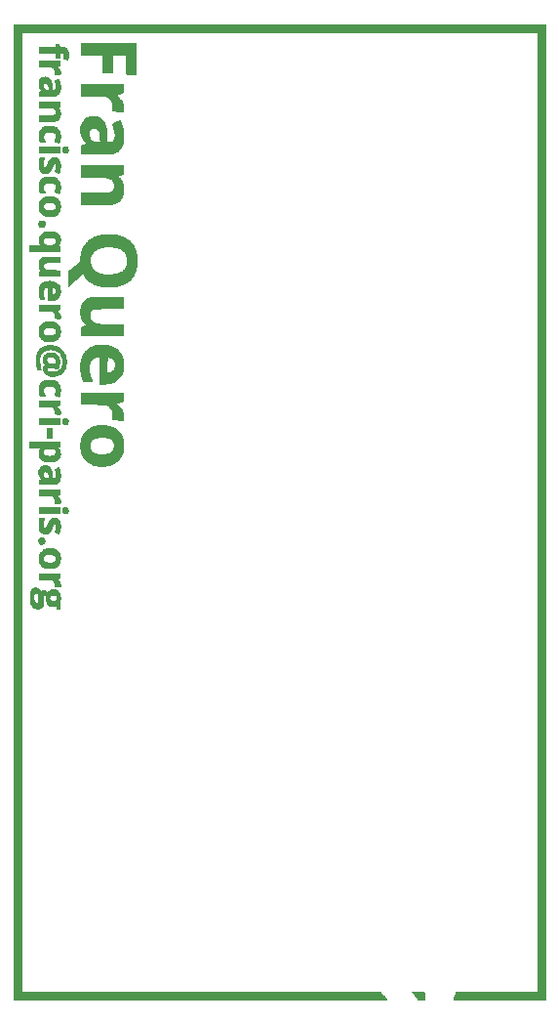
<source format=gbr>
%TF.GenerationSoftware,KiCad,Pcbnew,(5.1.10)-1*%
%TF.CreationDate,2022-09-13T11:59:31+02:00*%
%TF.ProjectId,Iinkscape file,49696e6b-7363-4617-9065-2066696c652e,rev?*%
%TF.SameCoordinates,Original*%
%TF.FileFunction,Soldermask,Top*%
%TF.FilePolarity,Negative*%
%FSLAX46Y46*%
G04 Gerber Fmt 4.6, Leading zero omitted, Abs format (unit mm)*
G04 Created by KiCad (PCBNEW (5.1.10)-1) date 2022-09-13 11:59:31*
%MOMM*%
%LPD*%
G01*
G04 APERTURE LIST*
%ADD10C,0.010000*%
G04 APERTURE END LIST*
D10*
%TO.C,G\u002A\u002A\u002A*%
G36*
X22870584Y-42703750D02*
G01*
X18907125Y-42709097D01*
X14943667Y-42714444D01*
X14943667Y-42608555D01*
X14947062Y-42541981D01*
X14958820Y-42509455D01*
X14975417Y-42502667D01*
X15000659Y-42483796D01*
X15007167Y-42440416D01*
X15013692Y-42391534D01*
X15028334Y-42365083D01*
X15046503Y-42335044D01*
X15049500Y-42313509D01*
X15064822Y-42267891D01*
X15081250Y-42248667D01*
X15103588Y-42207247D01*
X15112917Y-42137644D01*
X15113000Y-42129658D01*
X15113000Y-42037000D01*
X22203844Y-42037000D01*
X22193250Y41116250D01*
X-22574250Y41116250D01*
X-22584844Y-42037000D01*
X-7009452Y-42037000D01*
X-6035348Y-42037002D01*
X-5102676Y-42037010D01*
X-4210534Y-42037027D01*
X-3358021Y-42037053D01*
X-2544235Y-42037093D01*
X-1768275Y-42037147D01*
X-1029240Y-42037219D01*
X-326227Y-42037309D01*
X341664Y-42037422D01*
X975335Y-42037558D01*
X1575688Y-42037720D01*
X2143625Y-42037911D01*
X2680045Y-42038132D01*
X3185852Y-42038386D01*
X3661947Y-42038675D01*
X4109230Y-42039001D01*
X4528604Y-42039366D01*
X4920971Y-42039774D01*
X5287230Y-42040225D01*
X5628285Y-42040722D01*
X5945037Y-42041268D01*
X6238386Y-42041865D01*
X6509235Y-42042514D01*
X6758485Y-42043219D01*
X6987038Y-42043981D01*
X7195795Y-42044802D01*
X7385657Y-42045686D01*
X7557526Y-42046633D01*
X7712304Y-42047647D01*
X7850892Y-42048729D01*
X7974191Y-42049882D01*
X8083103Y-42051108D01*
X8178530Y-42052409D01*
X8261373Y-42053788D01*
X8332533Y-42055246D01*
X8392913Y-42056787D01*
X8443413Y-42058411D01*
X8484934Y-42060122D01*
X8518380Y-42061922D01*
X8544650Y-42063812D01*
X8564647Y-42065796D01*
X8579272Y-42067875D01*
X8589426Y-42070052D01*
X8596011Y-42072328D01*
X8599929Y-42074707D01*
X8600970Y-42075708D01*
X8628130Y-42113698D01*
X8636000Y-42135961D01*
X8651234Y-42166673D01*
X8689971Y-42212450D01*
X8741769Y-42263070D01*
X8796180Y-42308307D01*
X8841924Y-42337539D01*
X8885862Y-42368754D01*
X8907099Y-42401927D01*
X8924632Y-42433919D01*
X8964585Y-42485213D01*
X9018945Y-42545682D01*
X9029473Y-42556587D01*
X9082372Y-42614610D01*
X9119087Y-42662400D01*
X9133215Y-42691387D01*
X9132574Y-42694530D01*
X9110727Y-42695759D01*
X9047081Y-42696955D01*
X8942172Y-42698118D01*
X8796534Y-42699245D01*
X8610703Y-42700338D01*
X8385213Y-42701395D01*
X8120599Y-42702416D01*
X7817396Y-42703399D01*
X7476140Y-42704345D01*
X7097365Y-42705252D01*
X6681605Y-42706121D01*
X6229397Y-42706949D01*
X5741274Y-42707737D01*
X5217773Y-42708484D01*
X4659427Y-42709190D01*
X4066771Y-42709853D01*
X3440342Y-42710473D01*
X2780672Y-42711050D01*
X2088299Y-42711582D01*
X1363755Y-42712070D01*
X607577Y-42712511D01*
X-179701Y-42712907D01*
X-997543Y-42713256D01*
X-1845416Y-42713557D01*
X-2722783Y-42713809D01*
X-3629111Y-42714013D01*
X-4563863Y-42714168D01*
X-5526506Y-42714272D01*
X-6516504Y-42714326D01*
X-7060997Y-42714333D01*
X-8087501Y-42714321D01*
X-9072432Y-42714285D01*
X-10016547Y-42714223D01*
X-10920607Y-42714133D01*
X-11785370Y-42714016D01*
X-12611596Y-42713869D01*
X-13400044Y-42713691D01*
X-14151473Y-42713481D01*
X-14866642Y-42713238D01*
X-15546311Y-42712961D01*
X-16191239Y-42712648D01*
X-16802185Y-42712298D01*
X-17379908Y-42711909D01*
X-17925167Y-42711481D01*
X-18438721Y-42711013D01*
X-18921331Y-42710503D01*
X-19373755Y-42709949D01*
X-19796751Y-42709351D01*
X-20191081Y-42708707D01*
X-20557501Y-42708017D01*
X-20896773Y-42707278D01*
X-21209655Y-42706490D01*
X-21496906Y-42705652D01*
X-21759285Y-42704761D01*
X-21997552Y-42703818D01*
X-22212466Y-42702820D01*
X-22404786Y-42701767D01*
X-22575271Y-42700656D01*
X-22724681Y-42699488D01*
X-22853775Y-42698261D01*
X-22963311Y-42696973D01*
X-23054050Y-42695623D01*
X-23126749Y-42694210D01*
X-23182170Y-42692733D01*
X-23221070Y-42691190D01*
X-23244209Y-42689581D01*
X-23252346Y-42687904D01*
X-23252359Y-42687875D01*
X-23252674Y-42665973D01*
X-23252982Y-42602372D01*
X-23253281Y-42497708D01*
X-23253573Y-42352617D01*
X-23253857Y-42167732D01*
X-23254133Y-41943689D01*
X-23254401Y-41681123D01*
X-23254660Y-41380669D01*
X-23254912Y-41042963D01*
X-23255155Y-40668638D01*
X-23255390Y-40258331D01*
X-23255616Y-39812676D01*
X-23255834Y-39332309D01*
X-23256043Y-38817864D01*
X-23256244Y-38269977D01*
X-23256436Y-37689283D01*
X-23256619Y-37076416D01*
X-23256793Y-36432011D01*
X-23256959Y-35756705D01*
X-23257115Y-35051132D01*
X-23257263Y-34315926D01*
X-23257401Y-33551723D01*
X-23257530Y-32759159D01*
X-23257650Y-31938867D01*
X-23257761Y-31091484D01*
X-23257862Y-30217644D01*
X-23257953Y-29317982D01*
X-23258036Y-28393134D01*
X-23258108Y-27443734D01*
X-23258171Y-26470418D01*
X-23258224Y-25473820D01*
X-23258268Y-24454576D01*
X-23258301Y-23413320D01*
X-23258325Y-22350689D01*
X-23258338Y-21267316D01*
X-23258342Y-20163837D01*
X-23258335Y-19040886D01*
X-23258318Y-17899100D01*
X-23258290Y-16739113D01*
X-23258253Y-15561560D01*
X-23258205Y-14367077D01*
X-23258146Y-13156297D01*
X-23258077Y-11929857D01*
X-23257997Y-10688391D01*
X-23257907Y-9432535D01*
X-23257805Y-8162923D01*
X-23257693Y-6880191D01*
X-23257570Y-5584973D01*
X-23257436Y-4277905D01*
X-23257291Y-2959622D01*
X-23257135Y-1630759D01*
X-23256987Y-444500D01*
X-23251583Y41772417D01*
X22870584Y41772417D01*
X22870584Y-42703750D01*
G37*
X22870584Y-42703750D02*
X18907125Y-42709097D01*
X14943667Y-42714444D01*
X14943667Y-42608555D01*
X14947062Y-42541981D01*
X14958820Y-42509455D01*
X14975417Y-42502667D01*
X15000659Y-42483796D01*
X15007167Y-42440416D01*
X15013692Y-42391534D01*
X15028334Y-42365083D01*
X15046503Y-42335044D01*
X15049500Y-42313509D01*
X15064822Y-42267891D01*
X15081250Y-42248667D01*
X15103588Y-42207247D01*
X15112917Y-42137644D01*
X15113000Y-42129658D01*
X15113000Y-42037000D01*
X22203844Y-42037000D01*
X22193250Y41116250D01*
X-22574250Y41116250D01*
X-22584844Y-42037000D01*
X-7009452Y-42037000D01*
X-6035348Y-42037002D01*
X-5102676Y-42037010D01*
X-4210534Y-42037027D01*
X-3358021Y-42037053D01*
X-2544235Y-42037093D01*
X-1768275Y-42037147D01*
X-1029240Y-42037219D01*
X-326227Y-42037309D01*
X341664Y-42037422D01*
X975335Y-42037558D01*
X1575688Y-42037720D01*
X2143625Y-42037911D01*
X2680045Y-42038132D01*
X3185852Y-42038386D01*
X3661947Y-42038675D01*
X4109230Y-42039001D01*
X4528604Y-42039366D01*
X4920971Y-42039774D01*
X5287230Y-42040225D01*
X5628285Y-42040722D01*
X5945037Y-42041268D01*
X6238386Y-42041865D01*
X6509235Y-42042514D01*
X6758485Y-42043219D01*
X6987038Y-42043981D01*
X7195795Y-42044802D01*
X7385657Y-42045686D01*
X7557526Y-42046633D01*
X7712304Y-42047647D01*
X7850892Y-42048729D01*
X7974191Y-42049882D01*
X8083103Y-42051108D01*
X8178530Y-42052409D01*
X8261373Y-42053788D01*
X8332533Y-42055246D01*
X8392913Y-42056787D01*
X8443413Y-42058411D01*
X8484934Y-42060122D01*
X8518380Y-42061922D01*
X8544650Y-42063812D01*
X8564647Y-42065796D01*
X8579272Y-42067875D01*
X8589426Y-42070052D01*
X8596011Y-42072328D01*
X8599929Y-42074707D01*
X8600970Y-42075708D01*
X8628130Y-42113698D01*
X8636000Y-42135961D01*
X8651234Y-42166673D01*
X8689971Y-42212450D01*
X8741769Y-42263070D01*
X8796180Y-42308307D01*
X8841924Y-42337539D01*
X8885862Y-42368754D01*
X8907099Y-42401927D01*
X8924632Y-42433919D01*
X8964585Y-42485213D01*
X9018945Y-42545682D01*
X9029473Y-42556587D01*
X9082372Y-42614610D01*
X9119087Y-42662400D01*
X9133215Y-42691387D01*
X9132574Y-42694530D01*
X9110727Y-42695759D01*
X9047081Y-42696955D01*
X8942172Y-42698118D01*
X8796534Y-42699245D01*
X8610703Y-42700338D01*
X8385213Y-42701395D01*
X8120599Y-42702416D01*
X7817396Y-42703399D01*
X7476140Y-42704345D01*
X7097365Y-42705252D01*
X6681605Y-42706121D01*
X6229397Y-42706949D01*
X5741274Y-42707737D01*
X5217773Y-42708484D01*
X4659427Y-42709190D01*
X4066771Y-42709853D01*
X3440342Y-42710473D01*
X2780672Y-42711050D01*
X2088299Y-42711582D01*
X1363755Y-42712070D01*
X607577Y-42712511D01*
X-179701Y-42712907D01*
X-997543Y-42713256D01*
X-1845416Y-42713557D01*
X-2722783Y-42713809D01*
X-3629111Y-42714013D01*
X-4563863Y-42714168D01*
X-5526506Y-42714272D01*
X-6516504Y-42714326D01*
X-7060997Y-42714333D01*
X-8087501Y-42714321D01*
X-9072432Y-42714285D01*
X-10016547Y-42714223D01*
X-10920607Y-42714133D01*
X-11785370Y-42714016D01*
X-12611596Y-42713869D01*
X-13400044Y-42713691D01*
X-14151473Y-42713481D01*
X-14866642Y-42713238D01*
X-15546311Y-42712961D01*
X-16191239Y-42712648D01*
X-16802185Y-42712298D01*
X-17379908Y-42711909D01*
X-17925167Y-42711481D01*
X-18438721Y-42711013D01*
X-18921331Y-42710503D01*
X-19373755Y-42709949D01*
X-19796751Y-42709351D01*
X-20191081Y-42708707D01*
X-20557501Y-42708017D01*
X-20896773Y-42707278D01*
X-21209655Y-42706490D01*
X-21496906Y-42705652D01*
X-21759285Y-42704761D01*
X-21997552Y-42703818D01*
X-22212466Y-42702820D01*
X-22404786Y-42701767D01*
X-22575271Y-42700656D01*
X-22724681Y-42699488D01*
X-22853775Y-42698261D01*
X-22963311Y-42696973D01*
X-23054050Y-42695623D01*
X-23126749Y-42694210D01*
X-23182170Y-42692733D01*
X-23221070Y-42691190D01*
X-23244209Y-42689581D01*
X-23252346Y-42687904D01*
X-23252359Y-42687875D01*
X-23252674Y-42665973D01*
X-23252982Y-42602372D01*
X-23253281Y-42497708D01*
X-23253573Y-42352617D01*
X-23253857Y-42167732D01*
X-23254133Y-41943689D01*
X-23254401Y-41681123D01*
X-23254660Y-41380669D01*
X-23254912Y-41042963D01*
X-23255155Y-40668638D01*
X-23255390Y-40258331D01*
X-23255616Y-39812676D01*
X-23255834Y-39332309D01*
X-23256043Y-38817864D01*
X-23256244Y-38269977D01*
X-23256436Y-37689283D01*
X-23256619Y-37076416D01*
X-23256793Y-36432011D01*
X-23256959Y-35756705D01*
X-23257115Y-35051132D01*
X-23257263Y-34315926D01*
X-23257401Y-33551723D01*
X-23257530Y-32759159D01*
X-23257650Y-31938867D01*
X-23257761Y-31091484D01*
X-23257862Y-30217644D01*
X-23257953Y-29317982D01*
X-23258036Y-28393134D01*
X-23258108Y-27443734D01*
X-23258171Y-26470418D01*
X-23258224Y-25473820D01*
X-23258268Y-24454576D01*
X-23258301Y-23413320D01*
X-23258325Y-22350689D01*
X-23258338Y-21267316D01*
X-23258342Y-20163837D01*
X-23258335Y-19040886D01*
X-23258318Y-17899100D01*
X-23258290Y-16739113D01*
X-23258253Y-15561560D01*
X-23258205Y-14367077D01*
X-23258146Y-13156297D01*
X-23258077Y-11929857D01*
X-23257997Y-10688391D01*
X-23257907Y-9432535D01*
X-23257805Y-8162923D01*
X-23257693Y-6880191D01*
X-23257570Y-5584973D01*
X-23257436Y-4277905D01*
X-23257291Y-2959622D01*
X-23257135Y-1630759D01*
X-23256987Y-444500D01*
X-23251583Y41772417D01*
X22870584Y41772417D01*
X22870584Y-42703750D01*
G36*
X12007050Y-42038336D02*
G01*
X12139006Y-42040429D01*
X12238023Y-42044888D01*
X12308796Y-42052647D01*
X12356021Y-42064642D01*
X12384394Y-42081808D01*
X12398609Y-42105082D01*
X12403362Y-42135397D01*
X12403667Y-42150458D01*
X12410562Y-42191631D01*
X12424834Y-42206333D01*
X12435162Y-42226221D01*
X12442469Y-42280873D01*
X12445866Y-42362777D01*
X12446000Y-42385001D01*
X12443649Y-42468043D01*
X12437386Y-42533952D01*
X12428393Y-42572005D01*
X12424834Y-42576750D01*
X12409584Y-42605364D01*
X12403667Y-42652082D01*
X12403667Y-42714333D01*
X11853902Y-42714333D01*
X11824249Y-42645542D01*
X11793643Y-42595324D01*
X11742692Y-42531438D01*
X11686381Y-42471712D01*
X11632883Y-42416683D01*
X11594200Y-42370978D01*
X11578230Y-42343983D01*
X11578167Y-42343110D01*
X11563964Y-42313744D01*
X11529359Y-42273764D01*
X11525250Y-42269833D01*
X11489137Y-42228310D01*
X11472464Y-42194160D01*
X11472334Y-42192060D01*
X11455312Y-42167223D01*
X11440584Y-42164000D01*
X11412495Y-42148220D01*
X11408834Y-42134514D01*
X11391760Y-42101838D01*
X11377084Y-42092845D01*
X11349036Y-42070452D01*
X11345334Y-42058831D01*
X11366385Y-42050890D01*
X11429159Y-42044784D01*
X11533083Y-42040537D01*
X11677583Y-42038175D01*
X11837459Y-42037673D01*
X12007050Y-42038336D01*
G37*
X12007050Y-42038336D02*
X12139006Y-42040429D01*
X12238023Y-42044888D01*
X12308796Y-42052647D01*
X12356021Y-42064642D01*
X12384394Y-42081808D01*
X12398609Y-42105082D01*
X12403362Y-42135397D01*
X12403667Y-42150458D01*
X12410562Y-42191631D01*
X12424834Y-42206333D01*
X12435162Y-42226221D01*
X12442469Y-42280873D01*
X12445866Y-42362777D01*
X12446000Y-42385001D01*
X12443649Y-42468043D01*
X12437386Y-42533952D01*
X12428393Y-42572005D01*
X12424834Y-42576750D01*
X12409584Y-42605364D01*
X12403667Y-42652082D01*
X12403667Y-42714333D01*
X11853902Y-42714333D01*
X11824249Y-42645542D01*
X11793643Y-42595324D01*
X11742692Y-42531438D01*
X11686381Y-42471712D01*
X11632883Y-42416683D01*
X11594200Y-42370978D01*
X11578230Y-42343983D01*
X11578167Y-42343110D01*
X11563964Y-42313744D01*
X11529359Y-42273764D01*
X11525250Y-42269833D01*
X11489137Y-42228310D01*
X11472464Y-42194160D01*
X11472334Y-42192060D01*
X11455312Y-42167223D01*
X11440584Y-42164000D01*
X11412495Y-42148220D01*
X11408834Y-42134514D01*
X11391760Y-42101838D01*
X11377084Y-42092845D01*
X11349036Y-42070452D01*
X11345334Y-42058831D01*
X11366385Y-42050890D01*
X11429159Y-42044784D01*
X11533083Y-42040537D01*
X11677583Y-42038175D01*
X11837459Y-42037673D01*
X12007050Y-42038336D01*
G36*
X-21282981Y-7010861D02*
G01*
X-21253492Y-7022588D01*
X-21251333Y-7027333D01*
X-21233325Y-7043617D01*
X-21201714Y-7048500D01*
X-21154971Y-7064930D01*
X-21097301Y-7107127D01*
X-21039381Y-7164451D01*
X-20991886Y-7226263D01*
X-20965494Y-7281923D01*
X-20964884Y-7284518D01*
X-20949551Y-7327579D01*
X-20932151Y-7344833D01*
X-20914808Y-7362389D01*
X-20910995Y-7381875D01*
X-20907126Y-7404933D01*
X-20897010Y-7387544D01*
X-20849123Y-7319526D01*
X-20771411Y-7268933D01*
X-20674841Y-7241876D01*
X-20630454Y-7239000D01*
X-20580796Y-7242653D01*
X-20538894Y-7258070D01*
X-20492718Y-7291936D01*
X-20431790Y-7349402D01*
X-20375939Y-7400745D01*
X-20336951Y-7428843D01*
X-20320251Y-7429892D01*
X-20320000Y-7427781D01*
X-20303833Y-7391849D01*
X-20261931Y-7342399D01*
X-20204196Y-7288768D01*
X-20140528Y-7240292D01*
X-20089206Y-7210146D01*
X-20024005Y-7186484D01*
X-19962409Y-7175582D01*
X-19958164Y-7175500D01*
X-19910506Y-7168629D01*
X-19886083Y-7154333D01*
X-19856833Y-7137799D01*
X-19822583Y-7133167D01*
X-19778260Y-7141156D01*
X-19759083Y-7154333D01*
X-19730886Y-7168749D01*
X-19679781Y-7175441D01*
X-19674416Y-7175500D01*
X-19622619Y-7180552D01*
X-19592318Y-7192860D01*
X-19591199Y-7194322D01*
X-19563696Y-7213157D01*
X-19524475Y-7226971D01*
X-19459864Y-7260110D01*
X-19391864Y-7321445D01*
X-19329936Y-7398854D01*
X-19283541Y-7480213D01*
X-19262139Y-7553399D01*
X-19261666Y-7563741D01*
X-19249552Y-7600672D01*
X-19240500Y-7609417D01*
X-19227566Y-7636870D01*
X-19220079Y-7690430D01*
X-19219333Y-7715250D01*
X-19214892Y-7774672D01*
X-19203725Y-7814381D01*
X-19198167Y-7821083D01*
X-19182136Y-7851329D01*
X-19177622Y-7900780D01*
X-19184625Y-7947905D01*
X-19198166Y-7969250D01*
X-19205597Y-7994773D01*
X-19211605Y-8058839D01*
X-19216011Y-8157673D01*
X-19218635Y-8287503D01*
X-19219333Y-8414999D01*
X-19219333Y-8847667D01*
X-19345588Y-8847667D01*
X-19432468Y-8841208D01*
X-19485243Y-8818602D01*
X-19510606Y-8775001D01*
X-19515666Y-8724478D01*
X-19525296Y-8674941D01*
X-19543968Y-8628621D01*
X-19568309Y-8592878D01*
X-19590039Y-8592952D01*
X-19597922Y-8599743D01*
X-19629866Y-8611400D01*
X-19691810Y-8619704D01*
X-19772846Y-8624606D01*
X-19862068Y-8626061D01*
X-19948568Y-8624023D01*
X-20021440Y-8618444D01*
X-20069776Y-8609278D01*
X-20082614Y-8601811D01*
X-20113307Y-8577469D01*
X-20147637Y-8562625D01*
X-20204828Y-8535639D01*
X-20252416Y-8498109D01*
X-20276777Y-8461347D01*
X-20277666Y-8454660D01*
X-20292006Y-8423688D01*
X-20318800Y-8393669D01*
X-20353077Y-8345832D01*
X-20374161Y-8289847D01*
X-20391077Y-8233952D01*
X-20410878Y-8195375D01*
X-20420755Y-8163860D01*
X-20430243Y-8099873D01*
X-20438156Y-8013268D01*
X-20442698Y-7930792D01*
X-20443591Y-7915128D01*
X-20149983Y-7915128D01*
X-20130447Y-8004969D01*
X-20079120Y-8083813D01*
X-20020676Y-8129361D01*
X-19969605Y-8152161D01*
X-19908989Y-8163435D01*
X-19824823Y-8165332D01*
X-19792397Y-8164376D01*
X-19700416Y-8157490D01*
X-19643779Y-8145352D01*
X-19626592Y-8132692D01*
X-19600804Y-8109038D01*
X-19587986Y-8106833D01*
X-19561056Y-8089998D01*
X-19558000Y-8076847D01*
X-19543408Y-8044564D01*
X-19533529Y-8038704D01*
X-19518363Y-8013911D01*
X-19509612Y-7960803D01*
X-19507254Y-7892908D01*
X-19511268Y-7823751D01*
X-19521631Y-7766859D01*
X-19534014Y-7739813D01*
X-19597737Y-7691425D01*
X-19688437Y-7657788D01*
X-19792808Y-7640640D01*
X-19897544Y-7641720D01*
X-19989339Y-7662767D01*
X-20018343Y-7676524D01*
X-20093881Y-7741215D01*
X-20137778Y-7823979D01*
X-20149983Y-7915128D01*
X-20443591Y-7915128D01*
X-20448277Y-7833037D01*
X-20456236Y-7749857D01*
X-20465438Y-7691031D01*
X-20473272Y-7667625D01*
X-20514474Y-7645370D01*
X-20571478Y-7643823D01*
X-20623767Y-7661940D01*
X-20640200Y-7676118D01*
X-20652287Y-7703640D01*
X-20661590Y-7756487D01*
X-20668538Y-7839246D01*
X-20673557Y-7956501D01*
X-20676168Y-8062410D01*
X-20679605Y-8180871D01*
X-20684704Y-8284763D01*
X-20690933Y-8366588D01*
X-20697757Y-8418852D01*
X-20702626Y-8433858D01*
X-20717391Y-8468703D01*
X-20722166Y-8510641D01*
X-20733388Y-8563102D01*
X-20753916Y-8593667D01*
X-20780708Y-8627619D01*
X-20785666Y-8645215D01*
X-20803879Y-8686928D01*
X-20850371Y-8732004D01*
X-20912927Y-8771471D01*
X-20979331Y-8796359D01*
X-20995487Y-8799303D01*
X-21052649Y-8810671D01*
X-21089436Y-8824857D01*
X-21094348Y-8829356D01*
X-21120914Y-8841113D01*
X-21172647Y-8847359D01*
X-21187833Y-8847667D01*
X-21243251Y-8843366D01*
X-21277872Y-8832698D01*
X-21281318Y-8829356D01*
X-21307710Y-8815270D01*
X-21359781Y-8802450D01*
X-21379019Y-8799459D01*
X-21443403Y-8782343D01*
X-21493839Y-8754584D01*
X-21501243Y-8747509D01*
X-21543866Y-8710342D01*
X-21574125Y-8693403D01*
X-21605445Y-8667447D01*
X-21611166Y-8649011D01*
X-21620461Y-8617004D01*
X-21627041Y-8611305D01*
X-21660998Y-8581258D01*
X-21700969Y-8525540D01*
X-21738523Y-8458275D01*
X-21765225Y-8393582D01*
X-21771346Y-8369665D01*
X-21786592Y-8313015D01*
X-21805384Y-8275913D01*
X-21810011Y-8271648D01*
X-21818895Y-8245716D01*
X-21825812Y-8185888D01*
X-21830792Y-8099995D01*
X-21833862Y-7995868D01*
X-21835050Y-7881340D01*
X-21834990Y-7870706D01*
X-21526500Y-7870706D01*
X-21524684Y-7976782D01*
X-21519554Y-8054546D01*
X-21511587Y-8098683D01*
X-21505333Y-8106833D01*
X-21488989Y-8124824D01*
X-21484166Y-8155940D01*
X-21470839Y-8199093D01*
X-21436647Y-8256855D01*
X-21407500Y-8294614D01*
X-21359858Y-8346479D01*
X-21322412Y-8372154D01*
X-21279985Y-8379336D01*
X-21243458Y-8377799D01*
X-21179994Y-8366780D01*
X-21145000Y-8341350D01*
X-21135189Y-8323792D01*
X-21113438Y-8287370D01*
X-21098147Y-8276167D01*
X-21090248Y-8256467D01*
X-21084838Y-8203074D01*
X-21081782Y-8124546D01*
X-21080942Y-8029442D01*
X-21082181Y-7926319D01*
X-21085362Y-7823737D01*
X-21090350Y-7730253D01*
X-21097006Y-7654426D01*
X-21105194Y-7604815D01*
X-21109060Y-7593848D01*
X-21165326Y-7514068D01*
X-21236055Y-7470065D01*
X-21288955Y-7458289D01*
X-21343266Y-7454745D01*
X-21382215Y-7464540D01*
X-21418488Y-7494718D01*
X-21464770Y-7552326D01*
X-21469410Y-7558498D01*
X-21494435Y-7594382D01*
X-21510836Y-7628840D01*
X-21520427Y-7671781D01*
X-21525019Y-7733114D01*
X-21526424Y-7822746D01*
X-21526500Y-7870706D01*
X-21834990Y-7870706D01*
X-21834383Y-7764242D01*
X-21831890Y-7652407D01*
X-21827598Y-7553667D01*
X-21821536Y-7475852D01*
X-21813731Y-7426795D01*
X-21806958Y-7413647D01*
X-21786130Y-7388086D01*
X-21780500Y-7356507D01*
X-21767763Y-7304180D01*
X-21741769Y-7257729D01*
X-21708570Y-7207995D01*
X-21689395Y-7169890D01*
X-21660167Y-7133995D01*
X-21624348Y-7112988D01*
X-21579994Y-7089955D01*
X-21559057Y-7070972D01*
X-21529805Y-7054766D01*
X-21482917Y-7048500D01*
X-21438875Y-7042256D01*
X-21420666Y-7027333D01*
X-21401888Y-7014079D01*
X-21354979Y-7006706D01*
X-21336000Y-7006167D01*
X-21282981Y-7010861D01*
G37*
X-21282981Y-7010861D02*
X-21253492Y-7022588D01*
X-21251333Y-7027333D01*
X-21233325Y-7043617D01*
X-21201714Y-7048500D01*
X-21154971Y-7064930D01*
X-21097301Y-7107127D01*
X-21039381Y-7164451D01*
X-20991886Y-7226263D01*
X-20965494Y-7281923D01*
X-20964884Y-7284518D01*
X-20949551Y-7327579D01*
X-20932151Y-7344833D01*
X-20914808Y-7362389D01*
X-20910995Y-7381875D01*
X-20907126Y-7404933D01*
X-20897010Y-7387544D01*
X-20849123Y-7319526D01*
X-20771411Y-7268933D01*
X-20674841Y-7241876D01*
X-20630454Y-7239000D01*
X-20580796Y-7242653D01*
X-20538894Y-7258070D01*
X-20492718Y-7291936D01*
X-20431790Y-7349402D01*
X-20375939Y-7400745D01*
X-20336951Y-7428843D01*
X-20320251Y-7429892D01*
X-20320000Y-7427781D01*
X-20303833Y-7391849D01*
X-20261931Y-7342399D01*
X-20204196Y-7288768D01*
X-20140528Y-7240292D01*
X-20089206Y-7210146D01*
X-20024005Y-7186484D01*
X-19962409Y-7175582D01*
X-19958164Y-7175500D01*
X-19910506Y-7168629D01*
X-19886083Y-7154333D01*
X-19856833Y-7137799D01*
X-19822583Y-7133167D01*
X-19778260Y-7141156D01*
X-19759083Y-7154333D01*
X-19730886Y-7168749D01*
X-19679781Y-7175441D01*
X-19674416Y-7175500D01*
X-19622619Y-7180552D01*
X-19592318Y-7192860D01*
X-19591199Y-7194322D01*
X-19563696Y-7213157D01*
X-19524475Y-7226971D01*
X-19459864Y-7260110D01*
X-19391864Y-7321445D01*
X-19329936Y-7398854D01*
X-19283541Y-7480213D01*
X-19262139Y-7553399D01*
X-19261666Y-7563741D01*
X-19249552Y-7600672D01*
X-19240500Y-7609417D01*
X-19227566Y-7636870D01*
X-19220079Y-7690430D01*
X-19219333Y-7715250D01*
X-19214892Y-7774672D01*
X-19203725Y-7814381D01*
X-19198167Y-7821083D01*
X-19182136Y-7851329D01*
X-19177622Y-7900780D01*
X-19184625Y-7947905D01*
X-19198166Y-7969250D01*
X-19205597Y-7994773D01*
X-19211605Y-8058839D01*
X-19216011Y-8157673D01*
X-19218635Y-8287503D01*
X-19219333Y-8414999D01*
X-19219333Y-8847667D01*
X-19345588Y-8847667D01*
X-19432468Y-8841208D01*
X-19485243Y-8818602D01*
X-19510606Y-8775001D01*
X-19515666Y-8724478D01*
X-19525296Y-8674941D01*
X-19543968Y-8628621D01*
X-19568309Y-8592878D01*
X-19590039Y-8592952D01*
X-19597922Y-8599743D01*
X-19629866Y-8611400D01*
X-19691810Y-8619704D01*
X-19772846Y-8624606D01*
X-19862068Y-8626061D01*
X-19948568Y-8624023D01*
X-20021440Y-8618444D01*
X-20069776Y-8609278D01*
X-20082614Y-8601811D01*
X-20113307Y-8577469D01*
X-20147637Y-8562625D01*
X-20204828Y-8535639D01*
X-20252416Y-8498109D01*
X-20276777Y-8461347D01*
X-20277666Y-8454660D01*
X-20292006Y-8423688D01*
X-20318800Y-8393669D01*
X-20353077Y-8345832D01*
X-20374161Y-8289847D01*
X-20391077Y-8233952D01*
X-20410878Y-8195375D01*
X-20420755Y-8163860D01*
X-20430243Y-8099873D01*
X-20438156Y-8013268D01*
X-20442698Y-7930792D01*
X-20443591Y-7915128D01*
X-20149983Y-7915128D01*
X-20130447Y-8004969D01*
X-20079120Y-8083813D01*
X-20020676Y-8129361D01*
X-19969605Y-8152161D01*
X-19908989Y-8163435D01*
X-19824823Y-8165332D01*
X-19792397Y-8164376D01*
X-19700416Y-8157490D01*
X-19643779Y-8145352D01*
X-19626592Y-8132692D01*
X-19600804Y-8109038D01*
X-19587986Y-8106833D01*
X-19561056Y-8089998D01*
X-19558000Y-8076847D01*
X-19543408Y-8044564D01*
X-19533529Y-8038704D01*
X-19518363Y-8013911D01*
X-19509612Y-7960803D01*
X-19507254Y-7892908D01*
X-19511268Y-7823751D01*
X-19521631Y-7766859D01*
X-19534014Y-7739813D01*
X-19597737Y-7691425D01*
X-19688437Y-7657788D01*
X-19792808Y-7640640D01*
X-19897544Y-7641720D01*
X-19989339Y-7662767D01*
X-20018343Y-7676524D01*
X-20093881Y-7741215D01*
X-20137778Y-7823979D01*
X-20149983Y-7915128D01*
X-20443591Y-7915128D01*
X-20448277Y-7833037D01*
X-20456236Y-7749857D01*
X-20465438Y-7691031D01*
X-20473272Y-7667625D01*
X-20514474Y-7645370D01*
X-20571478Y-7643823D01*
X-20623767Y-7661940D01*
X-20640200Y-7676118D01*
X-20652287Y-7703640D01*
X-20661590Y-7756487D01*
X-20668538Y-7839246D01*
X-20673557Y-7956501D01*
X-20676168Y-8062410D01*
X-20679605Y-8180871D01*
X-20684704Y-8284763D01*
X-20690933Y-8366588D01*
X-20697757Y-8418852D01*
X-20702626Y-8433858D01*
X-20717391Y-8468703D01*
X-20722166Y-8510641D01*
X-20733388Y-8563102D01*
X-20753916Y-8593667D01*
X-20780708Y-8627619D01*
X-20785666Y-8645215D01*
X-20803879Y-8686928D01*
X-20850371Y-8732004D01*
X-20912927Y-8771471D01*
X-20979331Y-8796359D01*
X-20995487Y-8799303D01*
X-21052649Y-8810671D01*
X-21089436Y-8824857D01*
X-21094348Y-8829356D01*
X-21120914Y-8841113D01*
X-21172647Y-8847359D01*
X-21187833Y-8847667D01*
X-21243251Y-8843366D01*
X-21277872Y-8832698D01*
X-21281318Y-8829356D01*
X-21307710Y-8815270D01*
X-21359781Y-8802450D01*
X-21379019Y-8799459D01*
X-21443403Y-8782343D01*
X-21493839Y-8754584D01*
X-21501243Y-8747509D01*
X-21543866Y-8710342D01*
X-21574125Y-8693403D01*
X-21605445Y-8667447D01*
X-21611166Y-8649011D01*
X-21620461Y-8617004D01*
X-21627041Y-8611305D01*
X-21660998Y-8581258D01*
X-21700969Y-8525540D01*
X-21738523Y-8458275D01*
X-21765225Y-8393582D01*
X-21771346Y-8369665D01*
X-21786592Y-8313015D01*
X-21805384Y-8275913D01*
X-21810011Y-8271648D01*
X-21818895Y-8245716D01*
X-21825812Y-8185888D01*
X-21830792Y-8099995D01*
X-21833862Y-7995868D01*
X-21835050Y-7881340D01*
X-21834990Y-7870706D01*
X-21526500Y-7870706D01*
X-21524684Y-7976782D01*
X-21519554Y-8054546D01*
X-21511587Y-8098683D01*
X-21505333Y-8106833D01*
X-21488989Y-8124824D01*
X-21484166Y-8155940D01*
X-21470839Y-8199093D01*
X-21436647Y-8256855D01*
X-21407500Y-8294614D01*
X-21359858Y-8346479D01*
X-21322412Y-8372154D01*
X-21279985Y-8379336D01*
X-21243458Y-8377799D01*
X-21179994Y-8366780D01*
X-21145000Y-8341350D01*
X-21135189Y-8323792D01*
X-21113438Y-8287370D01*
X-21098147Y-8276167D01*
X-21090248Y-8256467D01*
X-21084838Y-8203074D01*
X-21081782Y-8124546D01*
X-21080942Y-8029442D01*
X-21082181Y-7926319D01*
X-21085362Y-7823737D01*
X-21090350Y-7730253D01*
X-21097006Y-7654426D01*
X-21105194Y-7604815D01*
X-21109060Y-7593848D01*
X-21165326Y-7514068D01*
X-21236055Y-7470065D01*
X-21288955Y-7458289D01*
X-21343266Y-7454745D01*
X-21382215Y-7464540D01*
X-21418488Y-7494718D01*
X-21464770Y-7552326D01*
X-21469410Y-7558498D01*
X-21494435Y-7594382D01*
X-21510836Y-7628840D01*
X-21520427Y-7671781D01*
X-21525019Y-7733114D01*
X-21526424Y-7822746D01*
X-21526500Y-7870706D01*
X-21834990Y-7870706D01*
X-21834383Y-7764242D01*
X-21831890Y-7652407D01*
X-21827598Y-7553667D01*
X-21821536Y-7475852D01*
X-21813731Y-7426795D01*
X-21806958Y-7413647D01*
X-21786130Y-7388086D01*
X-21780500Y-7356507D01*
X-21767763Y-7304180D01*
X-21741769Y-7257729D01*
X-21708570Y-7207995D01*
X-21689395Y-7169890D01*
X-21660167Y-7133995D01*
X-21624348Y-7112988D01*
X-21579994Y-7089955D01*
X-21559057Y-7070972D01*
X-21529805Y-7054766D01*
X-21482917Y-7048500D01*
X-21438875Y-7042256D01*
X-21420666Y-7027333D01*
X-21401888Y-7014079D01*
X-21354979Y-7006706D01*
X-21336000Y-7006167D01*
X-21282981Y-7010861D01*
G36*
X-19219333Y-5958192D02*
G01*
X-19220686Y-6048205D01*
X-19225611Y-6103318D01*
X-19235406Y-6130903D01*
X-19251083Y-6138333D01*
X-19279267Y-6148659D01*
X-19282833Y-6157422D01*
X-19302010Y-6169701D01*
X-19351868Y-6182403D01*
X-19409871Y-6191254D01*
X-19479202Y-6202028D01*
X-19529986Y-6215000D01*
X-19548704Y-6225083D01*
X-19546333Y-6243099D01*
X-19540372Y-6244167D01*
X-19515578Y-6257402D01*
X-19469722Y-6292140D01*
X-19412624Y-6340928D01*
X-19411320Y-6342099D01*
X-19327375Y-6430507D01*
X-19263769Y-6523459D01*
X-19226536Y-6610977D01*
X-19219333Y-6659643D01*
X-19210906Y-6702874D01*
X-19198166Y-6720417D01*
X-19179846Y-6754172D01*
X-19180678Y-6811414D01*
X-19200212Y-6878108D01*
X-19203458Y-6885365D01*
X-19219213Y-6914080D01*
X-19240258Y-6931072D01*
X-19276867Y-6939422D01*
X-19339316Y-6942213D01*
X-19393958Y-6942501D01*
X-19475999Y-6940034D01*
X-19533336Y-6933156D01*
X-19557688Y-6922926D01*
X-19558000Y-6921500D01*
X-19576485Y-6907005D01*
X-19621417Y-6900376D01*
X-19625733Y-6900333D01*
X-19669209Y-6897045D01*
X-19676211Y-6884979D01*
X-19668066Y-6874933D01*
X-19651320Y-6838197D01*
X-19643684Y-6782311D01*
X-19645546Y-6725232D01*
X-19657291Y-6684922D01*
X-19663833Y-6678083D01*
X-19679083Y-6649469D01*
X-19685000Y-6602751D01*
X-19690750Y-6558701D01*
X-19704485Y-6540500D01*
X-19722307Y-6522294D01*
X-19737434Y-6479195D01*
X-19759256Y-6424293D01*
X-19786741Y-6389236D01*
X-19821701Y-6362225D01*
X-19854791Y-6341006D01*
X-19891581Y-6324766D01*
X-19937640Y-6312689D01*
X-19998539Y-6303962D01*
X-20079846Y-6297771D01*
X-20187132Y-6293300D01*
X-20325966Y-6289735D01*
X-20489333Y-6286500D01*
X-21050250Y-6275917D01*
X-21050250Y-5789083D01*
X-20134791Y-5783567D01*
X-19219333Y-5778050D01*
X-19219333Y-5958192D01*
G37*
X-19219333Y-5958192D02*
X-19220686Y-6048205D01*
X-19225611Y-6103318D01*
X-19235406Y-6130903D01*
X-19251083Y-6138333D01*
X-19279267Y-6148659D01*
X-19282833Y-6157422D01*
X-19302010Y-6169701D01*
X-19351868Y-6182403D01*
X-19409871Y-6191254D01*
X-19479202Y-6202028D01*
X-19529986Y-6215000D01*
X-19548704Y-6225083D01*
X-19546333Y-6243099D01*
X-19540372Y-6244167D01*
X-19515578Y-6257402D01*
X-19469722Y-6292140D01*
X-19412624Y-6340928D01*
X-19411320Y-6342099D01*
X-19327375Y-6430507D01*
X-19263769Y-6523459D01*
X-19226536Y-6610977D01*
X-19219333Y-6659643D01*
X-19210906Y-6702874D01*
X-19198166Y-6720417D01*
X-19179846Y-6754172D01*
X-19180678Y-6811414D01*
X-19200212Y-6878108D01*
X-19203458Y-6885365D01*
X-19219213Y-6914080D01*
X-19240258Y-6931072D01*
X-19276867Y-6939422D01*
X-19339316Y-6942213D01*
X-19393958Y-6942501D01*
X-19475999Y-6940034D01*
X-19533336Y-6933156D01*
X-19557688Y-6922926D01*
X-19558000Y-6921500D01*
X-19576485Y-6907005D01*
X-19621417Y-6900376D01*
X-19625733Y-6900333D01*
X-19669209Y-6897045D01*
X-19676211Y-6884979D01*
X-19668066Y-6874933D01*
X-19651320Y-6838197D01*
X-19643684Y-6782311D01*
X-19645546Y-6725232D01*
X-19657291Y-6684922D01*
X-19663833Y-6678083D01*
X-19679083Y-6649469D01*
X-19685000Y-6602751D01*
X-19690750Y-6558701D01*
X-19704485Y-6540500D01*
X-19722307Y-6522294D01*
X-19737434Y-6479195D01*
X-19759256Y-6424293D01*
X-19786741Y-6389236D01*
X-19821701Y-6362225D01*
X-19854791Y-6341006D01*
X-19891581Y-6324766D01*
X-19937640Y-6312689D01*
X-19998539Y-6303962D01*
X-20079846Y-6297771D01*
X-20187132Y-6293300D01*
X-20325966Y-6289735D01*
X-20489333Y-6286500D01*
X-21050250Y-6275917D01*
X-21050250Y-5789083D01*
X-20134791Y-5783567D01*
X-19219333Y-5778050D01*
X-19219333Y-5958192D01*
G36*
X-20019914Y-3630272D02*
G01*
X-19919219Y-3631469D01*
X-19845386Y-3634623D01*
X-19790679Y-3640681D01*
X-19747363Y-3650592D01*
X-19707701Y-3665302D01*
X-19663959Y-3685760D01*
X-19651709Y-3691770D01*
X-19539883Y-3758705D01*
X-19438653Y-3841502D01*
X-19354556Y-3932702D01*
X-19294126Y-4024846D01*
X-19263901Y-4110474D01*
X-19261666Y-4136922D01*
X-19250590Y-4165827D01*
X-19240500Y-4169833D01*
X-19228425Y-4188870D01*
X-19220762Y-4237544D01*
X-19219333Y-4275667D01*
X-19215526Y-4336038D01*
X-19205791Y-4374358D01*
X-19198166Y-4381500D01*
X-19185543Y-4400418D01*
X-19177971Y-4448284D01*
X-19177000Y-4476750D01*
X-19181204Y-4533555D01*
X-19191841Y-4567629D01*
X-19198166Y-4572000D01*
X-19211502Y-4590759D01*
X-19218841Y-4637544D01*
X-19219333Y-4655417D01*
X-19223681Y-4711344D01*
X-19234483Y-4746632D01*
X-19238100Y-4750434D01*
X-19254213Y-4777282D01*
X-19269118Y-4827895D01*
X-19270809Y-4836349D01*
X-19284445Y-4885273D01*
X-19300048Y-4909950D01*
X-19302664Y-4910667D01*
X-19320042Y-4928725D01*
X-19334884Y-4968875D01*
X-19355327Y-5012009D01*
X-19393608Y-5066517D01*
X-19439990Y-5121104D01*
X-19484738Y-5164476D01*
X-19518113Y-5185338D01*
X-19521915Y-5185833D01*
X-19550251Y-5197823D01*
X-19592822Y-5226809D01*
X-19594557Y-5228167D01*
X-19647807Y-5258498D01*
X-19696674Y-5270500D01*
X-19738089Y-5280688D01*
X-19753790Y-5296958D01*
X-19769933Y-5307824D01*
X-19812883Y-5315899D01*
X-19886799Y-5321540D01*
X-19995841Y-5325103D01*
X-20099513Y-5326592D01*
X-20219236Y-5327078D01*
X-20327950Y-5326332D01*
X-20416823Y-5324504D01*
X-20477023Y-5321742D01*
X-20494625Y-5319894D01*
X-20536839Y-5307071D01*
X-20552833Y-5291942D01*
X-20571083Y-5275348D01*
X-20615188Y-5260176D01*
X-20617133Y-5259741D01*
X-20674248Y-5233578D01*
X-20745919Y-5181623D01*
X-20822652Y-5112920D01*
X-20894955Y-5036516D01*
X-20953333Y-4961456D01*
X-20981985Y-4912099D01*
X-21012167Y-4853093D01*
X-21038966Y-4811014D01*
X-21049071Y-4800314D01*
X-21057959Y-4773973D01*
X-21064657Y-4714631D01*
X-21069166Y-4631562D01*
X-21071483Y-4534040D01*
X-21071554Y-4476750D01*
X-20679833Y-4476750D01*
X-20678570Y-4554085D01*
X-20670670Y-4604807D01*
X-20649962Y-4644636D01*
X-20610280Y-4689291D01*
X-20587368Y-4712368D01*
X-20531296Y-4761646D01*
X-20480128Y-4795188D01*
X-20451034Y-4804833D01*
X-20409361Y-4813962D01*
X-20394083Y-4826000D01*
X-20368660Y-4834667D01*
X-20311472Y-4841064D01*
X-20232997Y-4845143D01*
X-20143712Y-4846853D01*
X-20054096Y-4846145D01*
X-19974626Y-4842970D01*
X-19915780Y-4837277D01*
X-19888038Y-4829017D01*
X-19887566Y-4828399D01*
X-19860592Y-4812047D01*
X-19810447Y-4797388D01*
X-19805036Y-4796325D01*
X-19721195Y-4760450D01*
X-19658946Y-4693309D01*
X-19629675Y-4618167D01*
X-19615111Y-4567862D01*
X-19598459Y-4539154D01*
X-19597599Y-4538560D01*
X-19583234Y-4510765D01*
X-19579166Y-4476750D01*
X-19586082Y-4433183D01*
X-19597599Y-4414939D01*
X-19614137Y-4388056D01*
X-19629030Y-4338473D01*
X-19629675Y-4335333D01*
X-19666371Y-4248748D01*
X-19732348Y-4185617D01*
X-19805036Y-4157174D01*
X-19856432Y-4143070D01*
X-19886483Y-4126561D01*
X-19887566Y-4125100D01*
X-19912257Y-4116732D01*
X-19967709Y-4110854D01*
X-20043848Y-4107417D01*
X-20130597Y-4106374D01*
X-20217883Y-4107675D01*
X-20295631Y-4111271D01*
X-20353764Y-4117114D01*
X-20382208Y-4125155D01*
X-20383500Y-4127500D01*
X-20401695Y-4143115D01*
X-20439202Y-4148667D01*
X-20496467Y-4167018D01*
X-20568465Y-4222813D01*
X-20587368Y-4241131D01*
X-20636504Y-4292223D01*
X-20664164Y-4332114D01*
X-20676515Y-4376524D01*
X-20679726Y-4441171D01*
X-20679833Y-4476750D01*
X-21071554Y-4476750D01*
X-21071611Y-4431340D01*
X-21069548Y-4332737D01*
X-21065296Y-4247506D01*
X-21058853Y-4184921D01*
X-21050219Y-4154257D01*
X-21049071Y-4153186D01*
X-21027704Y-4126295D01*
X-20998299Y-4074722D01*
X-20981985Y-4041400D01*
X-20941002Y-3974835D01*
X-20879047Y-3899354D01*
X-20805660Y-3824186D01*
X-20730378Y-3758561D01*
X-20662742Y-3711707D01*
X-20623582Y-3694638D01*
X-20574970Y-3675733D01*
X-20548542Y-3654863D01*
X-20526096Y-3644902D01*
X-20471004Y-3637628D01*
X-20380590Y-3632873D01*
X-20252182Y-3630468D01*
X-20155206Y-3630083D01*
X-20019914Y-3630272D01*
G37*
X-20019914Y-3630272D02*
X-19919219Y-3631469D01*
X-19845386Y-3634623D01*
X-19790679Y-3640681D01*
X-19747363Y-3650592D01*
X-19707701Y-3665302D01*
X-19663959Y-3685760D01*
X-19651709Y-3691770D01*
X-19539883Y-3758705D01*
X-19438653Y-3841502D01*
X-19354556Y-3932702D01*
X-19294126Y-4024846D01*
X-19263901Y-4110474D01*
X-19261666Y-4136922D01*
X-19250590Y-4165827D01*
X-19240500Y-4169833D01*
X-19228425Y-4188870D01*
X-19220762Y-4237544D01*
X-19219333Y-4275667D01*
X-19215526Y-4336038D01*
X-19205791Y-4374358D01*
X-19198166Y-4381500D01*
X-19185543Y-4400418D01*
X-19177971Y-4448284D01*
X-19177000Y-4476750D01*
X-19181204Y-4533555D01*
X-19191841Y-4567629D01*
X-19198166Y-4572000D01*
X-19211502Y-4590759D01*
X-19218841Y-4637544D01*
X-19219333Y-4655417D01*
X-19223681Y-4711344D01*
X-19234483Y-4746632D01*
X-19238100Y-4750434D01*
X-19254213Y-4777282D01*
X-19269118Y-4827895D01*
X-19270809Y-4836349D01*
X-19284445Y-4885273D01*
X-19300048Y-4909950D01*
X-19302664Y-4910667D01*
X-19320042Y-4928725D01*
X-19334884Y-4968875D01*
X-19355327Y-5012009D01*
X-19393608Y-5066517D01*
X-19439990Y-5121104D01*
X-19484738Y-5164476D01*
X-19518113Y-5185338D01*
X-19521915Y-5185833D01*
X-19550251Y-5197823D01*
X-19592822Y-5226809D01*
X-19594557Y-5228167D01*
X-19647807Y-5258498D01*
X-19696674Y-5270500D01*
X-19738089Y-5280688D01*
X-19753790Y-5296958D01*
X-19769933Y-5307824D01*
X-19812883Y-5315899D01*
X-19886799Y-5321540D01*
X-19995841Y-5325103D01*
X-20099513Y-5326592D01*
X-20219236Y-5327078D01*
X-20327950Y-5326332D01*
X-20416823Y-5324504D01*
X-20477023Y-5321742D01*
X-20494625Y-5319894D01*
X-20536839Y-5307071D01*
X-20552833Y-5291942D01*
X-20571083Y-5275348D01*
X-20615188Y-5260176D01*
X-20617133Y-5259741D01*
X-20674248Y-5233578D01*
X-20745919Y-5181623D01*
X-20822652Y-5112920D01*
X-20894955Y-5036516D01*
X-20953333Y-4961456D01*
X-20981985Y-4912099D01*
X-21012167Y-4853093D01*
X-21038966Y-4811014D01*
X-21049071Y-4800314D01*
X-21057959Y-4773973D01*
X-21064657Y-4714631D01*
X-21069166Y-4631562D01*
X-21071483Y-4534040D01*
X-21071554Y-4476750D01*
X-20679833Y-4476750D01*
X-20678570Y-4554085D01*
X-20670670Y-4604807D01*
X-20649962Y-4644636D01*
X-20610280Y-4689291D01*
X-20587368Y-4712368D01*
X-20531296Y-4761646D01*
X-20480128Y-4795188D01*
X-20451034Y-4804833D01*
X-20409361Y-4813962D01*
X-20394083Y-4826000D01*
X-20368660Y-4834667D01*
X-20311472Y-4841064D01*
X-20232997Y-4845143D01*
X-20143712Y-4846853D01*
X-20054096Y-4846145D01*
X-19974626Y-4842970D01*
X-19915780Y-4837277D01*
X-19888038Y-4829017D01*
X-19887566Y-4828399D01*
X-19860592Y-4812047D01*
X-19810447Y-4797388D01*
X-19805036Y-4796325D01*
X-19721195Y-4760450D01*
X-19658946Y-4693309D01*
X-19629675Y-4618167D01*
X-19615111Y-4567862D01*
X-19598459Y-4539154D01*
X-19597599Y-4538560D01*
X-19583234Y-4510765D01*
X-19579166Y-4476750D01*
X-19586082Y-4433183D01*
X-19597599Y-4414939D01*
X-19614137Y-4388056D01*
X-19629030Y-4338473D01*
X-19629675Y-4335333D01*
X-19666371Y-4248748D01*
X-19732348Y-4185617D01*
X-19805036Y-4157174D01*
X-19856432Y-4143070D01*
X-19886483Y-4126561D01*
X-19887566Y-4125100D01*
X-19912257Y-4116732D01*
X-19967709Y-4110854D01*
X-20043848Y-4107417D01*
X-20130597Y-4106374D01*
X-20217883Y-4107675D01*
X-20295631Y-4111271D01*
X-20353764Y-4117114D01*
X-20382208Y-4125155D01*
X-20383500Y-4127500D01*
X-20401695Y-4143115D01*
X-20439202Y-4148667D01*
X-20496467Y-4167018D01*
X-20568465Y-4222813D01*
X-20587368Y-4241131D01*
X-20636504Y-4292223D01*
X-20664164Y-4332114D01*
X-20676515Y-4376524D01*
X-20679726Y-4441171D01*
X-20679833Y-4476750D01*
X-21071554Y-4476750D01*
X-21071611Y-4431340D01*
X-21069548Y-4332737D01*
X-21065296Y-4247506D01*
X-21058853Y-4184921D01*
X-21050219Y-4154257D01*
X-21049071Y-4153186D01*
X-21027704Y-4126295D01*
X-20998299Y-4074722D01*
X-20981985Y-4041400D01*
X-20941002Y-3974835D01*
X-20879047Y-3899354D01*
X-20805660Y-3824186D01*
X-20730378Y-3758561D01*
X-20662742Y-3711707D01*
X-20623582Y-3694638D01*
X-20574970Y-3675733D01*
X-20548542Y-3654863D01*
X-20526096Y-3644902D01*
X-20471004Y-3637628D01*
X-20380590Y-3632873D01*
X-20252182Y-3630468D01*
X-20155206Y-3630083D01*
X-20019914Y-3630272D01*
G36*
X-20698815Y-2683703D02*
G01*
X-20676694Y-2692442D01*
X-20613868Y-2743593D01*
X-20573188Y-2820270D01*
X-20554558Y-2911982D01*
X-20557881Y-3008234D01*
X-20583061Y-3098534D01*
X-20630002Y-3172390D01*
X-20681459Y-3211729D01*
X-20747146Y-3230447D01*
X-20831191Y-3236118D01*
X-20911502Y-3228175D01*
X-20944416Y-3218490D01*
X-21011490Y-3175029D01*
X-21053993Y-3106460D01*
X-21075309Y-3006670D01*
X-21077611Y-2978010D01*
X-21077484Y-2866327D01*
X-21059259Y-2786622D01*
X-21020142Y-2731402D01*
X-20974288Y-2700986D01*
X-20887798Y-2674500D01*
X-20788929Y-2668537D01*
X-20698815Y-2683703D01*
G37*
X-20698815Y-2683703D02*
X-20676694Y-2692442D01*
X-20613868Y-2743593D01*
X-20573188Y-2820270D01*
X-20554558Y-2911982D01*
X-20557881Y-3008234D01*
X-20583061Y-3098534D01*
X-20630002Y-3172390D01*
X-20681459Y-3211729D01*
X-20747146Y-3230447D01*
X-20831191Y-3236118D01*
X-20911502Y-3228175D01*
X-20944416Y-3218490D01*
X-21011490Y-3175029D01*
X-21053993Y-3106460D01*
X-21075309Y-3006670D01*
X-21077611Y-2978010D01*
X-21077484Y-2866327D01*
X-21059259Y-2786622D01*
X-21020142Y-2731402D01*
X-20974288Y-2700986D01*
X-20887798Y-2674500D01*
X-20788929Y-2668537D01*
X-20698815Y-2683703D01*
G36*
X-20607551Y-1053042D02*
G01*
X-20621548Y-1111123D01*
X-20637564Y-1151753D01*
X-20640232Y-1155719D01*
X-20653998Y-1189590D01*
X-20667432Y-1248087D01*
X-20672099Y-1277427D01*
X-20683534Y-1335233D01*
X-20697303Y-1370622D01*
X-20703877Y-1375833D01*
X-20715565Y-1394980D01*
X-20721838Y-1445145D01*
X-20723105Y-1515417D01*
X-20719777Y-1594884D01*
X-20712265Y-1672633D01*
X-20700979Y-1737754D01*
X-20688866Y-1774748D01*
X-20659458Y-1820152D01*
X-20621133Y-1838638D01*
X-20575730Y-1841500D01*
X-20505515Y-1828450D01*
X-20451831Y-1794665D01*
X-20426478Y-1748191D01*
X-20425833Y-1739291D01*
X-20413199Y-1715900D01*
X-20406961Y-1714500D01*
X-20388688Y-1696472D01*
X-20373804Y-1657583D01*
X-20350357Y-1596963D01*
X-20321369Y-1546458D01*
X-20288039Y-1488620D01*
X-20268177Y-1439333D01*
X-20243555Y-1367394D01*
X-20214799Y-1304255D01*
X-20187682Y-1261212D01*
X-20170840Y-1248833D01*
X-20152231Y-1232019D01*
X-20150666Y-1221490D01*
X-20135861Y-1191662D01*
X-20098567Y-1146132D01*
X-20049468Y-1095497D01*
X-19999251Y-1050354D01*
X-19958598Y-1021302D01*
X-19943490Y-1016000D01*
X-19919480Y-1002276D01*
X-19917833Y-994833D01*
X-19897777Y-984849D01*
X-19841941Y-977678D01*
X-19756827Y-974004D01*
X-19716750Y-973667D01*
X-19621902Y-975778D01*
X-19553775Y-981655D01*
X-19518871Y-990614D01*
X-19515666Y-994833D01*
X-19498849Y-1014308D01*
X-19488069Y-1016000D01*
X-19456186Y-1031069D01*
X-19411758Y-1067977D01*
X-19367067Y-1114279D01*
X-19334399Y-1157528D01*
X-19325166Y-1181049D01*
X-19311958Y-1204916D01*
X-19304959Y-1206500D01*
X-19288179Y-1225007D01*
X-19272925Y-1270567D01*
X-19270809Y-1280817D01*
X-19256677Y-1333413D01*
X-19240305Y-1364952D01*
X-19238100Y-1366733D01*
X-19226648Y-1393209D01*
X-19220005Y-1446111D01*
X-19219333Y-1471083D01*
X-19214892Y-1530505D01*
X-19203725Y-1570215D01*
X-19198166Y-1576917D01*
X-19184551Y-1604712D01*
X-19177343Y-1657215D01*
X-19177000Y-1672167D01*
X-19181992Y-1728108D01*
X-19194370Y-1763737D01*
X-19198166Y-1767417D01*
X-19209997Y-1794316D01*
X-19217680Y-1849374D01*
X-19219333Y-1894417D01*
X-19222625Y-1960061D01*
X-19231080Y-2006636D01*
X-19238517Y-2020191D01*
X-19252232Y-2046439D01*
X-19265982Y-2100281D01*
X-19272253Y-2137857D01*
X-19283981Y-2198125D01*
X-19298046Y-2236445D01*
X-19305986Y-2243667D01*
X-19323012Y-2260840D01*
X-19325166Y-2275417D01*
X-19342035Y-2303480D01*
X-19356771Y-2307167D01*
X-19396247Y-2299250D01*
X-19450385Y-2279757D01*
X-19504852Y-2255074D01*
X-19545317Y-2231587D01*
X-19558000Y-2217507D01*
X-19576160Y-2205397D01*
X-19611581Y-2201333D01*
X-19659597Y-2187297D01*
X-19681530Y-2153461D01*
X-19669535Y-2112231D01*
X-19668645Y-2111105D01*
X-19650150Y-2073408D01*
X-19633345Y-2016651D01*
X-19632083Y-2010833D01*
X-19616224Y-1953882D01*
X-19598245Y-1914087D01*
X-19596571Y-1911827D01*
X-19586680Y-1879981D01*
X-19578392Y-1817836D01*
X-19573187Y-1737424D01*
X-19572557Y-1716574D01*
X-19571678Y-1629846D01*
X-19575709Y-1573707D01*
X-19587236Y-1536476D01*
X-19608847Y-1506473D01*
X-19622170Y-1492600D01*
X-19662107Y-1458045D01*
X-19694627Y-1451552D01*
X-19733130Y-1465602D01*
X-19774087Y-1491775D01*
X-19790668Y-1516116D01*
X-19805509Y-1548732D01*
X-19821223Y-1565204D01*
X-19847064Y-1602995D01*
X-19866188Y-1657754D01*
X-19888993Y-1724689D01*
X-19917688Y-1778000D01*
X-19950596Y-1835896D01*
X-19969656Y-1883833D01*
X-19994278Y-1955772D01*
X-20023034Y-2018911D01*
X-20050151Y-2061954D01*
X-20066993Y-2074333D01*
X-20085324Y-2091292D01*
X-20087166Y-2103387D01*
X-20103598Y-2138863D01*
X-20145394Y-2186103D01*
X-20201305Y-2235625D01*
X-20260081Y-2277943D01*
X-20310474Y-2303573D01*
X-20328861Y-2307167D01*
X-20373866Y-2314903D01*
X-20394083Y-2328333D01*
X-20421421Y-2340353D01*
X-20475157Y-2347288D01*
X-20539784Y-2348989D01*
X-20599796Y-2345309D01*
X-20639686Y-2336101D01*
X-20646600Y-2330733D01*
X-20673607Y-2314317D01*
X-20723626Y-2299727D01*
X-20728268Y-2298820D01*
X-20787994Y-2272515D01*
X-20856877Y-2220095D01*
X-20923456Y-2152420D01*
X-20976270Y-2080347D01*
X-20993150Y-2047875D01*
X-21022302Y-1982592D01*
X-21044958Y-1933463D01*
X-21057173Y-1883650D01*
X-21065607Y-1793712D01*
X-21070308Y-1662911D01*
X-21071416Y-1532346D01*
X-21070270Y-1387933D01*
X-21066652Y-1282031D01*
X-21060294Y-1210876D01*
X-21050928Y-1170703D01*
X-21044958Y-1160983D01*
X-21024554Y-1120489D01*
X-21018500Y-1079500D01*
X-21012935Y-1032979D01*
X-20991696Y-1002168D01*
X-20947967Y-984037D01*
X-20874932Y-975556D01*
X-20780474Y-973667D01*
X-20593248Y-973667D01*
X-20607551Y-1053042D01*
G37*
X-20607551Y-1053042D02*
X-20621548Y-1111123D01*
X-20637564Y-1151753D01*
X-20640232Y-1155719D01*
X-20653998Y-1189590D01*
X-20667432Y-1248087D01*
X-20672099Y-1277427D01*
X-20683534Y-1335233D01*
X-20697303Y-1370622D01*
X-20703877Y-1375833D01*
X-20715565Y-1394980D01*
X-20721838Y-1445145D01*
X-20723105Y-1515417D01*
X-20719777Y-1594884D01*
X-20712265Y-1672633D01*
X-20700979Y-1737754D01*
X-20688866Y-1774748D01*
X-20659458Y-1820152D01*
X-20621133Y-1838638D01*
X-20575730Y-1841500D01*
X-20505515Y-1828450D01*
X-20451831Y-1794665D01*
X-20426478Y-1748191D01*
X-20425833Y-1739291D01*
X-20413199Y-1715900D01*
X-20406961Y-1714500D01*
X-20388688Y-1696472D01*
X-20373804Y-1657583D01*
X-20350357Y-1596963D01*
X-20321369Y-1546458D01*
X-20288039Y-1488620D01*
X-20268177Y-1439333D01*
X-20243555Y-1367394D01*
X-20214799Y-1304255D01*
X-20187682Y-1261212D01*
X-20170840Y-1248833D01*
X-20152231Y-1232019D01*
X-20150666Y-1221490D01*
X-20135861Y-1191662D01*
X-20098567Y-1146132D01*
X-20049468Y-1095497D01*
X-19999251Y-1050354D01*
X-19958598Y-1021302D01*
X-19943490Y-1016000D01*
X-19919480Y-1002276D01*
X-19917833Y-994833D01*
X-19897777Y-984849D01*
X-19841941Y-977678D01*
X-19756827Y-974004D01*
X-19716750Y-973667D01*
X-19621902Y-975778D01*
X-19553775Y-981655D01*
X-19518871Y-990614D01*
X-19515666Y-994833D01*
X-19498849Y-1014308D01*
X-19488069Y-1016000D01*
X-19456186Y-1031069D01*
X-19411758Y-1067977D01*
X-19367067Y-1114279D01*
X-19334399Y-1157528D01*
X-19325166Y-1181049D01*
X-19311958Y-1204916D01*
X-19304959Y-1206500D01*
X-19288179Y-1225007D01*
X-19272925Y-1270567D01*
X-19270809Y-1280817D01*
X-19256677Y-1333413D01*
X-19240305Y-1364952D01*
X-19238100Y-1366733D01*
X-19226648Y-1393209D01*
X-19220005Y-1446111D01*
X-19219333Y-1471083D01*
X-19214892Y-1530505D01*
X-19203725Y-1570215D01*
X-19198166Y-1576917D01*
X-19184551Y-1604712D01*
X-19177343Y-1657215D01*
X-19177000Y-1672167D01*
X-19181992Y-1728108D01*
X-19194370Y-1763737D01*
X-19198166Y-1767417D01*
X-19209997Y-1794316D01*
X-19217680Y-1849374D01*
X-19219333Y-1894417D01*
X-19222625Y-1960061D01*
X-19231080Y-2006636D01*
X-19238517Y-2020191D01*
X-19252232Y-2046439D01*
X-19265982Y-2100281D01*
X-19272253Y-2137857D01*
X-19283981Y-2198125D01*
X-19298046Y-2236445D01*
X-19305986Y-2243667D01*
X-19323012Y-2260840D01*
X-19325166Y-2275417D01*
X-19342035Y-2303480D01*
X-19356771Y-2307167D01*
X-19396247Y-2299250D01*
X-19450385Y-2279757D01*
X-19504852Y-2255074D01*
X-19545317Y-2231587D01*
X-19558000Y-2217507D01*
X-19576160Y-2205397D01*
X-19611581Y-2201333D01*
X-19659597Y-2187297D01*
X-19681530Y-2153461D01*
X-19669535Y-2112231D01*
X-19668645Y-2111105D01*
X-19650150Y-2073408D01*
X-19633345Y-2016651D01*
X-19632083Y-2010833D01*
X-19616224Y-1953882D01*
X-19598245Y-1914087D01*
X-19596571Y-1911827D01*
X-19586680Y-1879981D01*
X-19578392Y-1817836D01*
X-19573187Y-1737424D01*
X-19572557Y-1716574D01*
X-19571678Y-1629846D01*
X-19575709Y-1573707D01*
X-19587236Y-1536476D01*
X-19608847Y-1506473D01*
X-19622170Y-1492600D01*
X-19662107Y-1458045D01*
X-19694627Y-1451552D01*
X-19733130Y-1465602D01*
X-19774087Y-1491775D01*
X-19790668Y-1516116D01*
X-19805509Y-1548732D01*
X-19821223Y-1565204D01*
X-19847064Y-1602995D01*
X-19866188Y-1657754D01*
X-19888993Y-1724689D01*
X-19917688Y-1778000D01*
X-19950596Y-1835896D01*
X-19969656Y-1883833D01*
X-19994278Y-1955772D01*
X-20023034Y-2018911D01*
X-20050151Y-2061954D01*
X-20066993Y-2074333D01*
X-20085324Y-2091292D01*
X-20087166Y-2103387D01*
X-20103598Y-2138863D01*
X-20145394Y-2186103D01*
X-20201305Y-2235625D01*
X-20260081Y-2277943D01*
X-20310474Y-2303573D01*
X-20328861Y-2307167D01*
X-20373866Y-2314903D01*
X-20394083Y-2328333D01*
X-20421421Y-2340353D01*
X-20475157Y-2347288D01*
X-20539784Y-2348989D01*
X-20599796Y-2345309D01*
X-20639686Y-2336101D01*
X-20646600Y-2330733D01*
X-20673607Y-2314317D01*
X-20723626Y-2299727D01*
X-20728268Y-2298820D01*
X-20787994Y-2272515D01*
X-20856877Y-2220095D01*
X-20923456Y-2152420D01*
X-20976270Y-2080347D01*
X-20993150Y-2047875D01*
X-21022302Y-1982592D01*
X-21044958Y-1933463D01*
X-21057173Y-1883650D01*
X-21065607Y-1793712D01*
X-21070308Y-1662911D01*
X-21071416Y-1532346D01*
X-21070270Y-1387933D01*
X-21066652Y-1282031D01*
X-21060294Y-1210876D01*
X-21050928Y-1170703D01*
X-21044958Y-1160983D01*
X-21024554Y-1120489D01*
X-21018500Y-1079500D01*
X-21012935Y-1032979D01*
X-20991696Y-1002168D01*
X-20947967Y-984037D01*
X-20874932Y-975556D01*
X-20780474Y-973667D01*
X-20593248Y-973667D01*
X-20607551Y-1053042D01*
G36*
X-19219333Y-571500D02*
G01*
X-21060833Y-571500D01*
X-21060833Y-84667D01*
X-19219333Y-84667D01*
X-19219333Y-571500D01*
G37*
X-19219333Y-571500D02*
X-21060833Y-571500D01*
X-21060833Y-84667D01*
X-19219333Y-84667D01*
X-19219333Y-571500D01*
G36*
X-18694879Y-50332D02*
G01*
X-18679583Y-63500D01*
X-18649305Y-82379D01*
X-18630709Y-85187D01*
X-18594428Y-105066D01*
X-18561059Y-156467D01*
X-18535285Y-228615D01*
X-18521793Y-310738D01*
X-18520833Y-337912D01*
X-18527801Y-417072D01*
X-18553296Y-476694D01*
X-18575631Y-506376D01*
X-18611538Y-543980D01*
X-18647727Y-563044D01*
X-18700000Y-569237D01*
X-18750256Y-569044D01*
X-18822282Y-566198D01*
X-18879817Y-561494D01*
X-18902227Y-557852D01*
X-18931417Y-533656D01*
X-18959541Y-486374D01*
X-18961822Y-480933D01*
X-18986703Y-422686D01*
X-19008646Y-376755D01*
X-19009053Y-375995D01*
X-19027738Y-309065D01*
X-19009359Y-237326D01*
X-19004377Y-227254D01*
X-18979290Y-177488D01*
X-18965459Y-148849D01*
X-18930761Y-109241D01*
X-18873686Y-75803D01*
X-18806903Y-52318D01*
X-18743078Y-42567D01*
X-18694879Y-50332D01*
G37*
X-18694879Y-50332D02*
X-18679583Y-63500D01*
X-18649305Y-82379D01*
X-18630709Y-85187D01*
X-18594428Y-105066D01*
X-18561059Y-156467D01*
X-18535285Y-228615D01*
X-18521793Y-310738D01*
X-18520833Y-337912D01*
X-18527801Y-417072D01*
X-18553296Y-476694D01*
X-18575631Y-506376D01*
X-18611538Y-543980D01*
X-18647727Y-563044D01*
X-18700000Y-569237D01*
X-18750256Y-569044D01*
X-18822282Y-566198D01*
X-18879817Y-561494D01*
X-18902227Y-557852D01*
X-18931417Y-533656D01*
X-18959541Y-486374D01*
X-18961822Y-480933D01*
X-18986703Y-422686D01*
X-19008646Y-376755D01*
X-19009053Y-375995D01*
X-19027738Y-309065D01*
X-19009359Y-237326D01*
X-19004377Y-227254D01*
X-18979290Y-177488D01*
X-18965459Y-148849D01*
X-18930761Y-109241D01*
X-18873686Y-75803D01*
X-18806903Y-52318D01*
X-18743078Y-42567D01*
X-18694879Y-50332D01*
G36*
X-19219333Y1281553D02*
G01*
X-19222213Y1181401D01*
X-19233745Y1116185D01*
X-19258268Y1078728D01*
X-19300121Y1061855D01*
X-19354276Y1058333D01*
X-19399642Y1050726D01*
X-19420416Y1037167D01*
X-19448908Y1022162D01*
X-19498341Y1016000D01*
X-19540811Y1013058D01*
X-19547990Y1000463D01*
X-19536833Y984250D01*
X-19503055Y957468D01*
X-19485620Y952500D01*
X-19444972Y934803D01*
X-19393871Y888160D01*
X-19339207Y822241D01*
X-19287873Y746715D01*
X-19246761Y671253D01*
X-19222763Y605525D01*
X-19219333Y578857D01*
X-19210820Y535828D01*
X-19198166Y518583D01*
X-19183852Y490437D01*
X-19177082Y439144D01*
X-19177000Y432668D01*
X-19182401Y384199D01*
X-19195653Y360348D01*
X-19198166Y359833D01*
X-19216945Y342689D01*
X-19219333Y328083D01*
X-19226976Y311802D01*
X-19255060Y302615D01*
X-19311314Y299185D01*
X-19383375Y299721D01*
X-19473060Y302500D01*
X-19555217Y306638D01*
X-19613116Y311277D01*
X-19616208Y311645D01*
X-19668570Y325369D01*
X-19684693Y346728D01*
X-19663833Y370417D01*
X-19650303Y398170D01*
X-19643053Y450812D01*
X-19642666Y466916D01*
X-19647427Y519471D01*
X-19659298Y548393D01*
X-19663833Y550333D01*
X-19678809Y568698D01*
X-19685000Y612584D01*
X-19691004Y661089D01*
X-19704538Y686910D01*
X-19723208Y714729D01*
X-19737139Y756951D01*
X-19765788Y810089D01*
X-19823547Y866617D01*
X-19839309Y878417D01*
X-19928416Y941917D01*
X-21050250Y963083D01*
X-21050250Y1449917D01*
X-20134791Y1455433D01*
X-19219333Y1460950D01*
X-19219333Y1281553D01*
G37*
X-19219333Y1281553D02*
X-19222213Y1181401D01*
X-19233745Y1116185D01*
X-19258268Y1078728D01*
X-19300121Y1061855D01*
X-19354276Y1058333D01*
X-19399642Y1050726D01*
X-19420416Y1037167D01*
X-19448908Y1022162D01*
X-19498341Y1016000D01*
X-19540811Y1013058D01*
X-19547990Y1000463D01*
X-19536833Y984250D01*
X-19503055Y957468D01*
X-19485620Y952500D01*
X-19444972Y934803D01*
X-19393871Y888160D01*
X-19339207Y822241D01*
X-19287873Y746715D01*
X-19246761Y671253D01*
X-19222763Y605525D01*
X-19219333Y578857D01*
X-19210820Y535828D01*
X-19198166Y518583D01*
X-19183852Y490437D01*
X-19177082Y439144D01*
X-19177000Y432668D01*
X-19182401Y384199D01*
X-19195653Y360348D01*
X-19198166Y359833D01*
X-19216945Y342689D01*
X-19219333Y328083D01*
X-19226976Y311802D01*
X-19255060Y302615D01*
X-19311314Y299185D01*
X-19383375Y299721D01*
X-19473060Y302500D01*
X-19555217Y306638D01*
X-19613116Y311277D01*
X-19616208Y311645D01*
X-19668570Y325369D01*
X-19684693Y346728D01*
X-19663833Y370417D01*
X-19650303Y398170D01*
X-19643053Y450812D01*
X-19642666Y466916D01*
X-19647427Y519471D01*
X-19659298Y548393D01*
X-19663833Y550333D01*
X-19678809Y568698D01*
X-19685000Y612584D01*
X-19691004Y661089D01*
X-19704538Y686910D01*
X-19723208Y714729D01*
X-19737139Y756951D01*
X-19765788Y810089D01*
X-19823547Y866617D01*
X-19839309Y878417D01*
X-19928416Y941917D01*
X-21050250Y963083D01*
X-21050250Y1449917D01*
X-20134791Y1455433D01*
X-19219333Y1460950D01*
X-19219333Y1281553D01*
G36*
X-20434664Y3591598D02*
G01*
X-20389675Y3579545D01*
X-20388504Y3578946D01*
X-20338837Y3554716D01*
X-20279418Y3528277D01*
X-20224747Y3505771D01*
X-20189323Y3493345D01*
X-20184509Y3492500D01*
X-20147439Y3473324D01*
X-20105262Y3421671D01*
X-20062218Y3346351D01*
X-20022547Y3256175D01*
X-19990488Y3159954D01*
X-19970281Y3066500D01*
X-19967220Y3040921D01*
X-19958016Y2967445D01*
X-19946718Y2912209D01*
X-19935875Y2887319D01*
X-19928240Y2862710D01*
X-19922206Y2805406D01*
X-19918556Y2725040D01*
X-19917833Y2665751D01*
X-19917833Y2455333D01*
X-19836419Y2455333D01*
X-19743305Y2469311D01*
X-19656424Y2506195D01*
X-19597269Y2554386D01*
X-19584895Y2589672D01*
X-19576513Y2653033D01*
X-19572160Y2732785D01*
X-19571874Y2817245D01*
X-19575691Y2894730D01*
X-19583649Y2953555D01*
X-19595785Y2982039D01*
X-19595904Y2982116D01*
X-19611746Y3009458D01*
X-19627020Y3062478D01*
X-19631333Y3084931D01*
X-19644747Y3142941D01*
X-19660427Y3180968D01*
X-19665675Y3186722D01*
X-19685405Y3213693D01*
X-19666975Y3247768D01*
X-19609371Y3290020D01*
X-19525220Y3334937D01*
X-19451831Y3369517D01*
X-19394592Y3394232D01*
X-19362676Y3405207D01*
X-19359144Y3405040D01*
X-19335197Y3363451D01*
X-19307364Y3299274D01*
X-19282942Y3230750D01*
X-19270410Y3183219D01*
X-19256296Y3131376D01*
X-19239842Y3100767D01*
X-19238100Y3099434D01*
X-19227623Y3073422D01*
X-19220811Y3019021D01*
X-19219333Y2973917D01*
X-19215694Y2907995D01*
X-19206346Y2860871D01*
X-19198166Y2846917D01*
X-19187242Y2820471D01*
X-19179598Y2764346D01*
X-19177000Y2697501D01*
X-19180015Y2626099D01*
X-19187991Y2577269D01*
X-19198166Y2561167D01*
X-19211502Y2542407D01*
X-19218841Y2495622D01*
X-19219333Y2477749D01*
X-19223681Y2421823D01*
X-19234483Y2386534D01*
X-19238100Y2382733D01*
X-19254213Y2355885D01*
X-19269118Y2305272D01*
X-19270809Y2296817D01*
X-19283693Y2247876D01*
X-19297456Y2223107D01*
X-19299667Y2222366D01*
X-19319089Y2205752D01*
X-19346913Y2165283D01*
X-19350640Y2158866D01*
X-19383823Y2115895D01*
X-19416596Y2095717D01*
X-19419432Y2095500D01*
X-19448238Y2085173D01*
X-19452166Y2075884D01*
X-19470233Y2052456D01*
X-19514583Y2025710D01*
X-19570446Y2002648D01*
X-19623048Y1990271D01*
X-19634086Y1989667D01*
X-19677608Y1981360D01*
X-19695583Y1968500D01*
X-19720638Y1962138D01*
X-19785921Y1956824D01*
X-19889341Y1952623D01*
X-20028805Y1949600D01*
X-20202219Y1947820D01*
X-20374830Y1947333D01*
X-20566602Y1947644D01*
X-20719957Y1948686D01*
X-20838804Y1950624D01*
X-20927056Y1953621D01*
X-20988625Y1957843D01*
X-21027421Y1963453D01*
X-21047355Y1970615D01*
X-21051908Y1975773D01*
X-21056441Y2009873D01*
X-21058196Y2073171D01*
X-21056847Y2152599D01*
X-21056536Y2160757D01*
X-21051938Y2242221D01*
X-21044448Y2290544D01*
X-21031345Y2314916D01*
X-21009906Y2324529D01*
X-21007916Y2324906D01*
X-20946308Y2342625D01*
X-20891221Y2369480D01*
X-20849074Y2399820D01*
X-20826285Y2427996D01*
X-20829273Y2448358D01*
X-20859750Y2455333D01*
X-20887924Y2466372D01*
X-20891500Y2475764D01*
X-20904070Y2503422D01*
X-20935571Y2548222D01*
X-20949708Y2565722D01*
X-21005835Y2638586D01*
X-21041650Y2704403D01*
X-21062628Y2778065D01*
X-21064901Y2796938D01*
X-20721753Y2796938D01*
X-20720819Y2736361D01*
X-20712912Y2696786D01*
X-20703469Y2688167D01*
X-20681303Y2671100D01*
X-20670796Y2651125D01*
X-20632435Y2570238D01*
X-20589030Y2524004D01*
X-20548089Y2507208D01*
X-20505717Y2491881D01*
X-20489333Y2474818D01*
X-20470028Y2464896D01*
X-20419518Y2457878D01*
X-20351750Y2455333D01*
X-20214166Y2455333D01*
X-20214166Y2634001D01*
X-20216210Y2716778D01*
X-20221654Y2782156D01*
X-20229473Y2819539D01*
X-20232599Y2824061D01*
X-20249371Y2851067D01*
X-20263971Y2900148D01*
X-20264066Y2900621D01*
X-20293891Y2977179D01*
X-20350432Y3023607D01*
X-20396818Y3039290D01*
X-20449523Y3056258D01*
X-20482157Y3073113D01*
X-20511638Y3078915D01*
X-20520448Y3070195D01*
X-20549645Y3054032D01*
X-20594865Y3048000D01*
X-20644319Y3037503D01*
X-20679427Y2998823D01*
X-20688866Y2981248D01*
X-20705162Y2931725D01*
X-20716329Y2866174D01*
X-20721753Y2796938D01*
X-21064901Y2796938D01*
X-21074242Y2874467D01*
X-21076812Y2911532D01*
X-21082638Y3044935D01*
X-21079062Y3146512D01*
X-21063071Y3226285D01*
X-21031654Y3294277D01*
X-20981800Y3360509D01*
X-20923338Y3422248D01*
X-20851387Y3490880D01*
X-20798219Y3532332D01*
X-20755701Y3552099D01*
X-20725376Y3556000D01*
X-20675766Y3562333D01*
X-20648083Y3577167D01*
X-20619882Y3589964D01*
X-20564854Y3596704D01*
X-20498086Y3597283D01*
X-20434664Y3591598D01*
G37*
X-20434664Y3591598D02*
X-20389675Y3579545D01*
X-20388504Y3578946D01*
X-20338837Y3554716D01*
X-20279418Y3528277D01*
X-20224747Y3505771D01*
X-20189323Y3493345D01*
X-20184509Y3492500D01*
X-20147439Y3473324D01*
X-20105262Y3421671D01*
X-20062218Y3346351D01*
X-20022547Y3256175D01*
X-19990488Y3159954D01*
X-19970281Y3066500D01*
X-19967220Y3040921D01*
X-19958016Y2967445D01*
X-19946718Y2912209D01*
X-19935875Y2887319D01*
X-19928240Y2862710D01*
X-19922206Y2805406D01*
X-19918556Y2725040D01*
X-19917833Y2665751D01*
X-19917833Y2455333D01*
X-19836419Y2455333D01*
X-19743305Y2469311D01*
X-19656424Y2506195D01*
X-19597269Y2554386D01*
X-19584895Y2589672D01*
X-19576513Y2653033D01*
X-19572160Y2732785D01*
X-19571874Y2817245D01*
X-19575691Y2894730D01*
X-19583649Y2953555D01*
X-19595785Y2982039D01*
X-19595904Y2982116D01*
X-19611746Y3009458D01*
X-19627020Y3062478D01*
X-19631333Y3084931D01*
X-19644747Y3142941D01*
X-19660427Y3180968D01*
X-19665675Y3186722D01*
X-19685405Y3213693D01*
X-19666975Y3247768D01*
X-19609371Y3290020D01*
X-19525220Y3334937D01*
X-19451831Y3369517D01*
X-19394592Y3394232D01*
X-19362676Y3405207D01*
X-19359144Y3405040D01*
X-19335197Y3363451D01*
X-19307364Y3299274D01*
X-19282942Y3230750D01*
X-19270410Y3183219D01*
X-19256296Y3131376D01*
X-19239842Y3100767D01*
X-19238100Y3099434D01*
X-19227623Y3073422D01*
X-19220811Y3019021D01*
X-19219333Y2973917D01*
X-19215694Y2907995D01*
X-19206346Y2860871D01*
X-19198166Y2846917D01*
X-19187242Y2820471D01*
X-19179598Y2764346D01*
X-19177000Y2697501D01*
X-19180015Y2626099D01*
X-19187991Y2577269D01*
X-19198166Y2561167D01*
X-19211502Y2542407D01*
X-19218841Y2495622D01*
X-19219333Y2477749D01*
X-19223681Y2421823D01*
X-19234483Y2386534D01*
X-19238100Y2382733D01*
X-19254213Y2355885D01*
X-19269118Y2305272D01*
X-19270809Y2296817D01*
X-19283693Y2247876D01*
X-19297456Y2223107D01*
X-19299667Y2222366D01*
X-19319089Y2205752D01*
X-19346913Y2165283D01*
X-19350640Y2158866D01*
X-19383823Y2115895D01*
X-19416596Y2095717D01*
X-19419432Y2095500D01*
X-19448238Y2085173D01*
X-19452166Y2075884D01*
X-19470233Y2052456D01*
X-19514583Y2025710D01*
X-19570446Y2002648D01*
X-19623048Y1990271D01*
X-19634086Y1989667D01*
X-19677608Y1981360D01*
X-19695583Y1968500D01*
X-19720638Y1962138D01*
X-19785921Y1956824D01*
X-19889341Y1952623D01*
X-20028805Y1949600D01*
X-20202219Y1947820D01*
X-20374830Y1947333D01*
X-20566602Y1947644D01*
X-20719957Y1948686D01*
X-20838804Y1950624D01*
X-20927056Y1953621D01*
X-20988625Y1957843D01*
X-21027421Y1963453D01*
X-21047355Y1970615D01*
X-21051908Y1975773D01*
X-21056441Y2009873D01*
X-21058196Y2073171D01*
X-21056847Y2152599D01*
X-21056536Y2160757D01*
X-21051938Y2242221D01*
X-21044448Y2290544D01*
X-21031345Y2314916D01*
X-21009906Y2324529D01*
X-21007916Y2324906D01*
X-20946308Y2342625D01*
X-20891221Y2369480D01*
X-20849074Y2399820D01*
X-20826285Y2427996D01*
X-20829273Y2448358D01*
X-20859750Y2455333D01*
X-20887924Y2466372D01*
X-20891500Y2475764D01*
X-20904070Y2503422D01*
X-20935571Y2548222D01*
X-20949708Y2565722D01*
X-21005835Y2638586D01*
X-21041650Y2704403D01*
X-21062628Y2778065D01*
X-21064901Y2796938D01*
X-20721753Y2796938D01*
X-20720819Y2736361D01*
X-20712912Y2696786D01*
X-20703469Y2688167D01*
X-20681303Y2671100D01*
X-20670796Y2651125D01*
X-20632435Y2570238D01*
X-20589030Y2524004D01*
X-20548089Y2507208D01*
X-20505717Y2491881D01*
X-20489333Y2474818D01*
X-20470028Y2464896D01*
X-20419518Y2457878D01*
X-20351750Y2455333D01*
X-20214166Y2455333D01*
X-20214166Y2634001D01*
X-20216210Y2716778D01*
X-20221654Y2782156D01*
X-20229473Y2819539D01*
X-20232599Y2824061D01*
X-20249371Y2851067D01*
X-20263971Y2900148D01*
X-20264066Y2900621D01*
X-20293891Y2977179D01*
X-20350432Y3023607D01*
X-20396818Y3039290D01*
X-20449523Y3056258D01*
X-20482157Y3073113D01*
X-20511638Y3078915D01*
X-20520448Y3070195D01*
X-20549645Y3054032D01*
X-20594865Y3048000D01*
X-20644319Y3037503D01*
X-20679427Y2998823D01*
X-20688866Y2981248D01*
X-20705162Y2931725D01*
X-20716329Y2866174D01*
X-20721753Y2796938D01*
X-21064901Y2796938D01*
X-21074242Y2874467D01*
X-21076812Y2911532D01*
X-21082638Y3044935D01*
X-21079062Y3146512D01*
X-21063071Y3226285D01*
X-21031654Y3294277D01*
X-20981800Y3360509D01*
X-20923338Y3422248D01*
X-20851387Y3490880D01*
X-20798219Y3532332D01*
X-20755701Y3552099D01*
X-20725376Y3556000D01*
X-20675766Y3562333D01*
X-20648083Y3577167D01*
X-20619882Y3589964D01*
X-20564854Y3596704D01*
X-20498086Y3597283D01*
X-20434664Y3591598D01*
G36*
X-15421567Y7037592D02*
G01*
X-15302344Y7034890D01*
X-15200147Y7030682D01*
X-15122394Y7024968D01*
X-15076501Y7017748D01*
X-15068634Y7014368D01*
X-15031456Y6998640D01*
X-14969077Y6984309D01*
X-14927043Y6978235D01*
X-14849496Y6962492D01*
X-14779567Y6936806D01*
X-14754443Y6922409D01*
X-14706961Y6893186D01*
X-14671788Y6879340D01*
X-14669363Y6879167D01*
X-14631482Y6870386D01*
X-14577625Y6848607D01*
X-14521464Y6820671D01*
X-14476673Y6793422D01*
X-14456924Y6773702D01*
X-14456833Y6772804D01*
X-14439965Y6753890D01*
X-14428773Y6752167D01*
X-14396164Y6737841D01*
X-14354572Y6702979D01*
X-14351000Y6699250D01*
X-14310810Y6663263D01*
X-14279508Y6646491D01*
X-14277523Y6646333D01*
X-14249351Y6631667D01*
X-14206067Y6595246D01*
X-14158922Y6548440D01*
X-14119166Y6502617D01*
X-14098049Y6469145D01*
X-14097000Y6463922D01*
X-14082843Y6435768D01*
X-14048334Y6396397D01*
X-14044083Y6392333D01*
X-14007970Y6350810D01*
X-13991297Y6316661D01*
X-13991166Y6314561D01*
X-13979439Y6288833D01*
X-13971682Y6286500D01*
X-13954038Y6268253D01*
X-13938525Y6224235D01*
X-13938250Y6223000D01*
X-13924346Y6178610D01*
X-13910128Y6159515D01*
X-13909811Y6159500D01*
X-13893417Y6141852D01*
X-13869976Y6098556D01*
X-13845951Y6044084D01*
X-13827807Y5992907D01*
X-13821833Y5962505D01*
X-13808070Y5922919D01*
X-13801263Y5914564D01*
X-13789287Y5884501D01*
X-13777066Y5824669D01*
X-13767099Y5747542D01*
X-13766474Y5740997D01*
X-13757275Y5666717D01*
X-13746166Y5612329D01*
X-13735366Y5588339D01*
X-13734127Y5588000D01*
X-13726971Y5568436D01*
X-13721648Y5516074D01*
X-13718160Y5440411D01*
X-13716507Y5350943D01*
X-13716692Y5257165D01*
X-13718714Y5168574D01*
X-13722575Y5094666D01*
X-13728276Y5044937D01*
X-13734065Y5029000D01*
X-13744739Y5003863D01*
X-13755995Y4948059D01*
X-13765554Y4873160D01*
X-13766308Y4865284D01*
X-13775694Y4787030D01*
X-13787046Y4724685D01*
X-13798015Y4690961D01*
X-13798716Y4689991D01*
X-13815644Y4654461D01*
X-13831289Y4600148D01*
X-13831654Y4598458D01*
X-13846829Y4551801D01*
X-13864189Y4529901D01*
X-13865848Y4529667D01*
X-13880767Y4511624D01*
X-13885333Y4479342D01*
X-13897130Y4429517D01*
X-13915133Y4404285D01*
X-13944826Y4368942D01*
X-13976854Y4316336D01*
X-13979219Y4311735D01*
X-14012997Y4248423D01*
X-14046607Y4196471D01*
X-14089084Y4144039D01*
X-14149464Y4079285D01*
X-14182257Y4045645D01*
X-14266577Y3964035D01*
X-14343338Y3897766D01*
X-14406076Y3851951D01*
X-14448330Y3831702D01*
X-14453384Y3831167D01*
X-14481535Y3816625D01*
X-14500217Y3798151D01*
X-14543932Y3762871D01*
X-14612810Y3724605D01*
X-14691084Y3691175D01*
X-14754074Y3672218D01*
X-14798104Y3657482D01*
X-14816664Y3641212D01*
X-14816666Y3641063D01*
X-14835839Y3629671D01*
X-14885686Y3617580D01*
X-14943704Y3608912D01*
X-15013035Y3598139D01*
X-15063819Y3585166D01*
X-15082537Y3575084D01*
X-15108642Y3564479D01*
X-15163201Y3557550D01*
X-15209499Y3556000D01*
X-15272862Y3552485D01*
X-15314692Y3543426D01*
X-15324666Y3534833D01*
X-15344997Y3525527D01*
X-15402742Y3518647D01*
X-15493029Y3514599D01*
X-15577417Y3513667D01*
X-15682721Y3515373D01*
X-15767204Y3520091D01*
X-15823353Y3527223D01*
X-15843250Y3534833D01*
X-15870150Y3546664D01*
X-15925207Y3554347D01*
X-15970250Y3556000D01*
X-16035964Y3559380D01*
X-16082678Y3568061D01*
X-16096334Y3575685D01*
X-16122567Y3589000D01*
X-16177218Y3602426D01*
X-16224863Y3609909D01*
X-16291058Y3621068D01*
X-16338300Y3634408D01*
X-16352779Y3643141D01*
X-16381649Y3659844D01*
X-16397903Y3661833D01*
X-16431712Y3670536D01*
X-16492118Y3693683D01*
X-16567830Y3726834D01*
X-16592445Y3738354D01*
X-16662371Y3774182D01*
X-16725435Y3813646D01*
X-16789770Y3863192D01*
X-16863506Y3929268D01*
X-16954776Y4018321D01*
X-16989218Y4052930D01*
X-17096508Y4164358D01*
X-17172872Y4251030D01*
X-17220073Y4315089D01*
X-17239608Y4357410D01*
X-17254737Y4403068D01*
X-17271659Y4423729D01*
X-17272723Y4423833D01*
X-17288389Y4442330D01*
X-17303083Y4487865D01*
X-17305190Y4498151D01*
X-17319153Y4550617D01*
X-17335129Y4581928D01*
X-17337286Y4583687D01*
X-17350321Y4609553D01*
X-17363446Y4663096D01*
X-17369426Y4700345D01*
X-17380870Y4763208D01*
X-17394553Y4806644D01*
X-17401790Y4817141D01*
X-17413001Y4843459D01*
X-17419507Y4896253D01*
X-17420166Y4921250D01*
X-17424607Y4980672D01*
X-17435774Y5020382D01*
X-17441333Y5027083D01*
X-17449981Y5052851D01*
X-17456758Y5113742D01*
X-17461111Y5202570D01*
X-17462352Y5291667D01*
X-16658166Y5291667D01*
X-16656186Y5206636D01*
X-16650891Y5138797D01*
X-16643250Y5098451D01*
X-16639399Y5092066D01*
X-16623567Y5065365D01*
X-16608406Y5014230D01*
X-16605898Y5001928D01*
X-16582367Y4945541D01*
X-16535332Y4877230D01*
X-16473394Y4805742D01*
X-16405153Y4739822D01*
X-16339210Y4688217D01*
X-16284166Y4659674D01*
X-16266403Y4656667D01*
X-16226707Y4649647D01*
X-16213666Y4636229D01*
X-16194680Y4622089D01*
X-16146098Y4608241D01*
X-16107358Y4601689D01*
X-16044230Y4590235D01*
X-16000490Y4576568D01*
X-15989692Y4569210D01*
X-15965619Y4562951D01*
X-15907405Y4558022D01*
X-15823221Y4554424D01*
X-15721236Y4552159D01*
X-15609622Y4551229D01*
X-15496548Y4551635D01*
X-15390186Y4553379D01*
X-15298707Y4556463D01*
X-15230279Y4560889D01*
X-15193075Y4566658D01*
X-15188910Y4569044D01*
X-15162801Y4582654D01*
X-15109981Y4595834D01*
X-15082290Y4600326D01*
X-15009598Y4613897D01*
X-14945132Y4636600D01*
X-14868618Y4675773D01*
X-14859000Y4681174D01*
X-14812766Y4704953D01*
X-14784916Y4717959D01*
X-14724668Y4761286D01*
X-14663231Y4831584D01*
X-14609827Y4914935D01*
X-14573675Y4997424D01*
X-14563385Y5052293D01*
X-14554137Y5095019D01*
X-14541500Y5111750D01*
X-14531611Y5137847D01*
X-14524850Y5193822D01*
X-14521293Y5267388D01*
X-14521019Y5346258D01*
X-14524105Y5418146D01*
X-14530628Y5470764D01*
X-14539100Y5491267D01*
X-14554974Y5517990D01*
X-14570099Y5569051D01*
X-14572484Y5580776D01*
X-14599054Y5643846D01*
X-14652038Y5718830D01*
X-14721616Y5795753D01*
X-14797967Y5864640D01*
X-14871271Y5915512D01*
X-14923125Y5936988D01*
X-14979678Y5952968D01*
X-15018919Y5970794D01*
X-15020985Y5972330D01*
X-15052191Y5982665D01*
X-15114262Y5993244D01*
X-15195778Y6002275D01*
X-15228086Y6004831D01*
X-15311748Y6012597D01*
X-15378067Y6022247D01*
X-15416619Y6032121D01*
X-15421891Y6035695D01*
X-15446996Y6044408D01*
X-15502983Y6050793D01*
X-15578419Y6053624D01*
X-15589250Y6053667D01*
X-15666402Y6051399D01*
X-15725620Y6045413D01*
X-15755468Y6036938D01*
X-15756608Y6035695D01*
X-15781414Y6026187D01*
X-15838078Y6016252D01*
X-15916176Y6007548D01*
X-15950414Y6004831D01*
X-16036178Y5996809D01*
X-16106658Y5986587D01*
X-16150436Y5975955D01*
X-16157514Y5972330D01*
X-16194365Y5954379D01*
X-16249379Y5938299D01*
X-16250708Y5938013D01*
X-16297366Y5922837D01*
X-16319266Y5905477D01*
X-16319500Y5903818D01*
X-16336327Y5885841D01*
X-16346843Y5884333D01*
X-16376671Y5869528D01*
X-16422201Y5832234D01*
X-16472836Y5783135D01*
X-16517979Y5732918D01*
X-16547031Y5692265D01*
X-16552333Y5677157D01*
X-16565451Y5653139D01*
X-16572541Y5651500D01*
X-16589320Y5632993D01*
X-16604574Y5587433D01*
X-16606690Y5577183D01*
X-16620822Y5524587D01*
X-16637194Y5493048D01*
X-16639399Y5491267D01*
X-16647765Y5466259D01*
X-16654211Y5409230D01*
X-16657767Y5330484D01*
X-16658166Y5291667D01*
X-17462352Y5291667D01*
X-17462500Y5302250D01*
X-17460850Y5410348D01*
X-17456271Y5497091D01*
X-17449314Y5555290D01*
X-17441333Y5577417D01*
X-17427803Y5605170D01*
X-17420553Y5657812D01*
X-17420166Y5673916D01*
X-17415953Y5726479D01*
X-17405447Y5755397D01*
X-17401439Y5757333D01*
X-17388813Y5776415D01*
X-17375859Y5825650D01*
X-17368166Y5873750D01*
X-17356990Y5937422D01*
X-17343398Y5979707D01*
X-17333977Y5990167D01*
X-17318261Y6007993D01*
X-17314333Y6034526D01*
X-17298813Y6098252D01*
X-17254005Y6184729D01*
X-17182534Y6288893D01*
X-17182041Y6289546D01*
X-17147015Y6339746D01*
X-17126269Y6376796D01*
X-17123833Y6385364D01*
X-17109556Y6407932D01*
X-17072168Y6450896D01*
X-17019832Y6506121D01*
X-16960712Y6565472D01*
X-16902974Y6620815D01*
X-16854779Y6664015D01*
X-16824294Y6686938D01*
X-16819431Y6688667D01*
X-16793421Y6700606D01*
X-16748033Y6730781D01*
X-16724712Y6748181D01*
X-16662433Y6790004D01*
X-16581581Y6836282D01*
X-16520583Y6866974D01*
X-16449215Y6900511D01*
X-16389458Y6928991D01*
X-16357466Y6944645D01*
X-16314233Y6959363D01*
X-16250685Y6973526D01*
X-16230466Y6976909D01*
X-16166940Y6990829D01*
X-16118822Y7008727D01*
X-16109875Y7014348D01*
X-16079132Y7022184D01*
X-16013499Y7028516D01*
X-15920393Y7033342D01*
X-15807230Y7036662D01*
X-15681427Y7038478D01*
X-15550400Y7038787D01*
X-15421567Y7037592D01*
G37*
X-15421567Y7037592D02*
X-15302344Y7034890D01*
X-15200147Y7030682D01*
X-15122394Y7024968D01*
X-15076501Y7017748D01*
X-15068634Y7014368D01*
X-15031456Y6998640D01*
X-14969077Y6984309D01*
X-14927043Y6978235D01*
X-14849496Y6962492D01*
X-14779567Y6936806D01*
X-14754443Y6922409D01*
X-14706961Y6893186D01*
X-14671788Y6879340D01*
X-14669363Y6879167D01*
X-14631482Y6870386D01*
X-14577625Y6848607D01*
X-14521464Y6820671D01*
X-14476673Y6793422D01*
X-14456924Y6773702D01*
X-14456833Y6772804D01*
X-14439965Y6753890D01*
X-14428773Y6752167D01*
X-14396164Y6737841D01*
X-14354572Y6702979D01*
X-14351000Y6699250D01*
X-14310810Y6663263D01*
X-14279508Y6646491D01*
X-14277523Y6646333D01*
X-14249351Y6631667D01*
X-14206067Y6595246D01*
X-14158922Y6548440D01*
X-14119166Y6502617D01*
X-14098049Y6469145D01*
X-14097000Y6463922D01*
X-14082843Y6435768D01*
X-14048334Y6396397D01*
X-14044083Y6392333D01*
X-14007970Y6350810D01*
X-13991297Y6316661D01*
X-13991166Y6314561D01*
X-13979439Y6288833D01*
X-13971682Y6286500D01*
X-13954038Y6268253D01*
X-13938525Y6224235D01*
X-13938250Y6223000D01*
X-13924346Y6178610D01*
X-13910128Y6159515D01*
X-13909811Y6159500D01*
X-13893417Y6141852D01*
X-13869976Y6098556D01*
X-13845951Y6044084D01*
X-13827807Y5992907D01*
X-13821833Y5962505D01*
X-13808070Y5922919D01*
X-13801263Y5914564D01*
X-13789287Y5884501D01*
X-13777066Y5824669D01*
X-13767099Y5747542D01*
X-13766474Y5740997D01*
X-13757275Y5666717D01*
X-13746166Y5612329D01*
X-13735366Y5588339D01*
X-13734127Y5588000D01*
X-13726971Y5568436D01*
X-13721648Y5516074D01*
X-13718160Y5440411D01*
X-13716507Y5350943D01*
X-13716692Y5257165D01*
X-13718714Y5168574D01*
X-13722575Y5094666D01*
X-13728276Y5044937D01*
X-13734065Y5029000D01*
X-13744739Y5003863D01*
X-13755995Y4948059D01*
X-13765554Y4873160D01*
X-13766308Y4865284D01*
X-13775694Y4787030D01*
X-13787046Y4724685D01*
X-13798015Y4690961D01*
X-13798716Y4689991D01*
X-13815644Y4654461D01*
X-13831289Y4600148D01*
X-13831654Y4598458D01*
X-13846829Y4551801D01*
X-13864189Y4529901D01*
X-13865848Y4529667D01*
X-13880767Y4511624D01*
X-13885333Y4479342D01*
X-13897130Y4429517D01*
X-13915133Y4404285D01*
X-13944826Y4368942D01*
X-13976854Y4316336D01*
X-13979219Y4311735D01*
X-14012997Y4248423D01*
X-14046607Y4196471D01*
X-14089084Y4144039D01*
X-14149464Y4079285D01*
X-14182257Y4045645D01*
X-14266577Y3964035D01*
X-14343338Y3897766D01*
X-14406076Y3851951D01*
X-14448330Y3831702D01*
X-14453384Y3831167D01*
X-14481535Y3816625D01*
X-14500217Y3798151D01*
X-14543932Y3762871D01*
X-14612810Y3724605D01*
X-14691084Y3691175D01*
X-14754074Y3672218D01*
X-14798104Y3657482D01*
X-14816664Y3641212D01*
X-14816666Y3641063D01*
X-14835839Y3629671D01*
X-14885686Y3617580D01*
X-14943704Y3608912D01*
X-15013035Y3598139D01*
X-15063819Y3585166D01*
X-15082537Y3575084D01*
X-15108642Y3564479D01*
X-15163201Y3557550D01*
X-15209499Y3556000D01*
X-15272862Y3552485D01*
X-15314692Y3543426D01*
X-15324666Y3534833D01*
X-15344997Y3525527D01*
X-15402742Y3518647D01*
X-15493029Y3514599D01*
X-15577417Y3513667D01*
X-15682721Y3515373D01*
X-15767204Y3520091D01*
X-15823353Y3527223D01*
X-15843250Y3534833D01*
X-15870150Y3546664D01*
X-15925207Y3554347D01*
X-15970250Y3556000D01*
X-16035964Y3559380D01*
X-16082678Y3568061D01*
X-16096334Y3575685D01*
X-16122567Y3589000D01*
X-16177218Y3602426D01*
X-16224863Y3609909D01*
X-16291058Y3621068D01*
X-16338300Y3634408D01*
X-16352779Y3643141D01*
X-16381649Y3659844D01*
X-16397903Y3661833D01*
X-16431712Y3670536D01*
X-16492118Y3693683D01*
X-16567830Y3726834D01*
X-16592445Y3738354D01*
X-16662371Y3774182D01*
X-16725435Y3813646D01*
X-16789770Y3863192D01*
X-16863506Y3929268D01*
X-16954776Y4018321D01*
X-16989218Y4052930D01*
X-17096508Y4164358D01*
X-17172872Y4251030D01*
X-17220073Y4315089D01*
X-17239608Y4357410D01*
X-17254737Y4403068D01*
X-17271659Y4423729D01*
X-17272723Y4423833D01*
X-17288389Y4442330D01*
X-17303083Y4487865D01*
X-17305190Y4498151D01*
X-17319153Y4550617D01*
X-17335129Y4581928D01*
X-17337286Y4583687D01*
X-17350321Y4609553D01*
X-17363446Y4663096D01*
X-17369426Y4700345D01*
X-17380870Y4763208D01*
X-17394553Y4806644D01*
X-17401790Y4817141D01*
X-17413001Y4843459D01*
X-17419507Y4896253D01*
X-17420166Y4921250D01*
X-17424607Y4980672D01*
X-17435774Y5020382D01*
X-17441333Y5027083D01*
X-17449981Y5052851D01*
X-17456758Y5113742D01*
X-17461111Y5202570D01*
X-17462352Y5291667D01*
X-16658166Y5291667D01*
X-16656186Y5206636D01*
X-16650891Y5138797D01*
X-16643250Y5098451D01*
X-16639399Y5092066D01*
X-16623567Y5065365D01*
X-16608406Y5014230D01*
X-16605898Y5001928D01*
X-16582367Y4945541D01*
X-16535332Y4877230D01*
X-16473394Y4805742D01*
X-16405153Y4739822D01*
X-16339210Y4688217D01*
X-16284166Y4659674D01*
X-16266403Y4656667D01*
X-16226707Y4649647D01*
X-16213666Y4636229D01*
X-16194680Y4622089D01*
X-16146098Y4608241D01*
X-16107358Y4601689D01*
X-16044230Y4590235D01*
X-16000490Y4576568D01*
X-15989692Y4569210D01*
X-15965619Y4562951D01*
X-15907405Y4558022D01*
X-15823221Y4554424D01*
X-15721236Y4552159D01*
X-15609622Y4551229D01*
X-15496548Y4551635D01*
X-15390186Y4553379D01*
X-15298707Y4556463D01*
X-15230279Y4560889D01*
X-15193075Y4566658D01*
X-15188910Y4569044D01*
X-15162801Y4582654D01*
X-15109981Y4595834D01*
X-15082290Y4600326D01*
X-15009598Y4613897D01*
X-14945132Y4636600D01*
X-14868618Y4675773D01*
X-14859000Y4681174D01*
X-14812766Y4704953D01*
X-14784916Y4717959D01*
X-14724668Y4761286D01*
X-14663231Y4831584D01*
X-14609827Y4914935D01*
X-14573675Y4997424D01*
X-14563385Y5052293D01*
X-14554137Y5095019D01*
X-14541500Y5111750D01*
X-14531611Y5137847D01*
X-14524850Y5193822D01*
X-14521293Y5267388D01*
X-14521019Y5346258D01*
X-14524105Y5418146D01*
X-14530628Y5470764D01*
X-14539100Y5491267D01*
X-14554974Y5517990D01*
X-14570099Y5569051D01*
X-14572484Y5580776D01*
X-14599054Y5643846D01*
X-14652038Y5718830D01*
X-14721616Y5795753D01*
X-14797967Y5864640D01*
X-14871271Y5915512D01*
X-14923125Y5936988D01*
X-14979678Y5952968D01*
X-15018919Y5970794D01*
X-15020985Y5972330D01*
X-15052191Y5982665D01*
X-15114262Y5993244D01*
X-15195778Y6002275D01*
X-15228086Y6004831D01*
X-15311748Y6012597D01*
X-15378067Y6022247D01*
X-15416619Y6032121D01*
X-15421891Y6035695D01*
X-15446996Y6044408D01*
X-15502983Y6050793D01*
X-15578419Y6053624D01*
X-15589250Y6053667D01*
X-15666402Y6051399D01*
X-15725620Y6045413D01*
X-15755468Y6036938D01*
X-15756608Y6035695D01*
X-15781414Y6026187D01*
X-15838078Y6016252D01*
X-15916176Y6007548D01*
X-15950414Y6004831D01*
X-16036178Y5996809D01*
X-16106658Y5986587D01*
X-16150436Y5975955D01*
X-16157514Y5972330D01*
X-16194365Y5954379D01*
X-16249379Y5938299D01*
X-16250708Y5938013D01*
X-16297366Y5922837D01*
X-16319266Y5905477D01*
X-16319500Y5903818D01*
X-16336327Y5885841D01*
X-16346843Y5884333D01*
X-16376671Y5869528D01*
X-16422201Y5832234D01*
X-16472836Y5783135D01*
X-16517979Y5732918D01*
X-16547031Y5692265D01*
X-16552333Y5677157D01*
X-16565451Y5653139D01*
X-16572541Y5651500D01*
X-16589320Y5632993D01*
X-16604574Y5587433D01*
X-16606690Y5577183D01*
X-16620822Y5524587D01*
X-16637194Y5493048D01*
X-16639399Y5491267D01*
X-16647765Y5466259D01*
X-16654211Y5409230D01*
X-16657767Y5330484D01*
X-16658166Y5291667D01*
X-17462352Y5291667D01*
X-17462500Y5302250D01*
X-17460850Y5410348D01*
X-17456271Y5497091D01*
X-17449314Y5555290D01*
X-17441333Y5577417D01*
X-17427803Y5605170D01*
X-17420553Y5657812D01*
X-17420166Y5673916D01*
X-17415953Y5726479D01*
X-17405447Y5755397D01*
X-17401439Y5757333D01*
X-17388813Y5776415D01*
X-17375859Y5825650D01*
X-17368166Y5873750D01*
X-17356990Y5937422D01*
X-17343398Y5979707D01*
X-17333977Y5990167D01*
X-17318261Y6007993D01*
X-17314333Y6034526D01*
X-17298813Y6098252D01*
X-17254005Y6184729D01*
X-17182534Y6288893D01*
X-17182041Y6289546D01*
X-17147015Y6339746D01*
X-17126269Y6376796D01*
X-17123833Y6385364D01*
X-17109556Y6407932D01*
X-17072168Y6450896D01*
X-17019832Y6506121D01*
X-16960712Y6565472D01*
X-16902974Y6620815D01*
X-16854779Y6664015D01*
X-16824294Y6686938D01*
X-16819431Y6688667D01*
X-16793421Y6700606D01*
X-16748033Y6730781D01*
X-16724712Y6748181D01*
X-16662433Y6790004D01*
X-16581581Y6836282D01*
X-16520583Y6866974D01*
X-16449215Y6900511D01*
X-16389458Y6928991D01*
X-16357466Y6944645D01*
X-16314233Y6959363D01*
X-16250685Y6973526D01*
X-16230466Y6976909D01*
X-16166940Y6990829D01*
X-16118822Y7008727D01*
X-16109875Y7014348D01*
X-16079132Y7022184D01*
X-16013499Y7028516D01*
X-15920393Y7033342D01*
X-15807230Y7036662D01*
X-15681427Y7038478D01*
X-15550400Y7038787D01*
X-15421567Y7037592D01*
G36*
X-19219333Y5389386D02*
G01*
X-19220668Y5290067D01*
X-19227812Y5225536D01*
X-19245470Y5188264D01*
X-19278351Y5170719D01*
X-19331161Y5165371D01*
X-19359616Y5164956D01*
X-19414409Y5154509D01*
X-19432049Y5125130D01*
X-19412444Y5078348D01*
X-19367902Y5027476D01*
X-19317895Y4970087D01*
X-19281678Y4912856D01*
X-19271508Y4886122D01*
X-19256176Y4843146D01*
X-19238818Y4826000D01*
X-19226541Y4807236D01*
X-19219786Y4760442D01*
X-19219333Y4742583D01*
X-19214413Y4686222D01*
X-19202192Y4650095D01*
X-19198166Y4646083D01*
X-19182794Y4617408D01*
X-19177000Y4572000D01*
X-19183653Y4523586D01*
X-19198166Y4497917D01*
X-19215106Y4468468D01*
X-19219333Y4437643D01*
X-19231667Y4382612D01*
X-19264155Y4312165D01*
X-19310028Y4235988D01*
X-19362518Y4163767D01*
X-19414856Y4105189D01*
X-19460272Y4069940D01*
X-19480438Y4064000D01*
X-19508212Y4049635D01*
X-19534350Y4024866D01*
X-19577061Y3995639D01*
X-19639157Y3973093D01*
X-19653250Y3970055D01*
X-19713027Y3955439D01*
X-19755712Y3938729D01*
X-19761614Y3934806D01*
X-19791334Y3926677D01*
X-19854141Y3919215D01*
X-19940789Y3912793D01*
X-20042031Y3907783D01*
X-20148622Y3904558D01*
X-20251317Y3903490D01*
X-20340868Y3904952D01*
X-20404251Y3908909D01*
X-20466647Y3918640D01*
X-20511572Y3931498D01*
X-20520668Y3936561D01*
X-20554610Y3952028D01*
X-20610037Y3966931D01*
X-20620241Y3968952D01*
X-20682616Y3989462D01*
X-20731112Y4020138D01*
X-20734647Y4023763D01*
X-20771084Y4054502D01*
X-20795235Y4064000D01*
X-20825670Y4079758D01*
X-20870616Y4120184D01*
X-20920682Y4175004D01*
X-20966478Y4233944D01*
X-20998381Y4286250D01*
X-21025639Y4334611D01*
X-21049450Y4364277D01*
X-21050216Y4364848D01*
X-21059196Y4391329D01*
X-21066251Y4450780D01*
X-21070528Y4533855D01*
X-21071416Y4597681D01*
X-21070372Y4699814D01*
X-21069338Y4716744D01*
X-20679833Y4716744D01*
X-20676605Y4648737D01*
X-20661331Y4601864D01*
X-20625633Y4557054D01*
X-20597560Y4529514D01*
X-20508229Y4463702D01*
X-20407389Y4430478D01*
X-20318603Y4423833D01*
X-20270715Y4417030D01*
X-20245916Y4402667D01*
X-20218791Y4390386D01*
X-20164316Y4382748D01*
X-20128251Y4381500D01*
X-20068290Y4385350D01*
X-20030456Y4395183D01*
X-20023666Y4402667D01*
X-20004680Y4415182D01*
X-19956378Y4423251D01*
X-19923125Y4424752D01*
X-19820801Y4439446D01*
X-19731334Y4477718D01*
X-19664926Y4533739D01*
X-19634608Y4589608D01*
X-19616620Y4635301D01*
X-19598655Y4656486D01*
X-19597271Y4656667D01*
X-19584947Y4674612D01*
X-19579759Y4716800D01*
X-19581634Y4765759D01*
X-19590498Y4804015D01*
X-19597934Y4813934D01*
X-19613971Y4840743D01*
X-19628948Y4891499D01*
X-19630851Y4900962D01*
X-19649843Y4955630D01*
X-19677595Y4987652D01*
X-19680876Y4989080D01*
X-19725641Y5013011D01*
X-19756014Y5035592D01*
X-19777822Y5048612D01*
X-19812554Y5057918D01*
X-19866635Y5064076D01*
X-19946490Y5067653D01*
X-20058543Y5069213D01*
X-20140083Y5069417D01*
X-20271436Y5068885D01*
X-20367149Y5066863D01*
X-20433905Y5062709D01*
X-20478389Y5055780D01*
X-20507286Y5045435D01*
X-20525819Y5032375D01*
X-20563733Y5004316D01*
X-20586548Y4995333D01*
X-20610826Y4976238D01*
X-20636160Y4926661D01*
X-20658677Y4858166D01*
X-20674506Y4782317D01*
X-20679833Y4716744D01*
X-21069338Y4716744D01*
X-21066084Y4769991D01*
X-21056819Y4818562D01*
X-21040845Y4855878D01*
X-21023791Y4882184D01*
X-20993091Y4929228D01*
X-20976908Y4961836D01*
X-20976166Y4965843D01*
X-20962620Y4989930D01*
X-20928376Y5031295D01*
X-20908514Y5052534D01*
X-20840862Y5122333D01*
X-20907265Y5122333D01*
X-20957679Y5116202D01*
X-20986583Y5101429D01*
X-20986750Y5101167D01*
X-21012295Y5093675D01*
X-21076256Y5087628D01*
X-21174731Y5083216D01*
X-21303822Y5080629D01*
X-21421916Y5080000D01*
X-21844000Y5080000D01*
X-21844000Y5588000D01*
X-19219333Y5588000D01*
X-19219333Y5389386D01*
G37*
X-19219333Y5389386D02*
X-19220668Y5290067D01*
X-19227812Y5225536D01*
X-19245470Y5188264D01*
X-19278351Y5170719D01*
X-19331161Y5165371D01*
X-19359616Y5164956D01*
X-19414409Y5154509D01*
X-19432049Y5125130D01*
X-19412444Y5078348D01*
X-19367902Y5027476D01*
X-19317895Y4970087D01*
X-19281678Y4912856D01*
X-19271508Y4886122D01*
X-19256176Y4843146D01*
X-19238818Y4826000D01*
X-19226541Y4807236D01*
X-19219786Y4760442D01*
X-19219333Y4742583D01*
X-19214413Y4686222D01*
X-19202192Y4650095D01*
X-19198166Y4646083D01*
X-19182794Y4617408D01*
X-19177000Y4572000D01*
X-19183653Y4523586D01*
X-19198166Y4497917D01*
X-19215106Y4468468D01*
X-19219333Y4437643D01*
X-19231667Y4382612D01*
X-19264155Y4312165D01*
X-19310028Y4235988D01*
X-19362518Y4163767D01*
X-19414856Y4105189D01*
X-19460272Y4069940D01*
X-19480438Y4064000D01*
X-19508212Y4049635D01*
X-19534350Y4024866D01*
X-19577061Y3995639D01*
X-19639157Y3973093D01*
X-19653250Y3970055D01*
X-19713027Y3955439D01*
X-19755712Y3938729D01*
X-19761614Y3934806D01*
X-19791334Y3926677D01*
X-19854141Y3919215D01*
X-19940789Y3912793D01*
X-20042031Y3907783D01*
X-20148622Y3904558D01*
X-20251317Y3903490D01*
X-20340868Y3904952D01*
X-20404251Y3908909D01*
X-20466647Y3918640D01*
X-20511572Y3931498D01*
X-20520668Y3936561D01*
X-20554610Y3952028D01*
X-20610037Y3966931D01*
X-20620241Y3968952D01*
X-20682616Y3989462D01*
X-20731112Y4020138D01*
X-20734647Y4023763D01*
X-20771084Y4054502D01*
X-20795235Y4064000D01*
X-20825670Y4079758D01*
X-20870616Y4120184D01*
X-20920682Y4175004D01*
X-20966478Y4233944D01*
X-20998381Y4286250D01*
X-21025639Y4334611D01*
X-21049450Y4364277D01*
X-21050216Y4364848D01*
X-21059196Y4391329D01*
X-21066251Y4450780D01*
X-21070528Y4533855D01*
X-21071416Y4597681D01*
X-21070372Y4699814D01*
X-21069338Y4716744D01*
X-20679833Y4716744D01*
X-20676605Y4648737D01*
X-20661331Y4601864D01*
X-20625633Y4557054D01*
X-20597560Y4529514D01*
X-20508229Y4463702D01*
X-20407389Y4430478D01*
X-20318603Y4423833D01*
X-20270715Y4417030D01*
X-20245916Y4402667D01*
X-20218791Y4390386D01*
X-20164316Y4382748D01*
X-20128251Y4381500D01*
X-20068290Y4385350D01*
X-20030456Y4395183D01*
X-20023666Y4402667D01*
X-20004680Y4415182D01*
X-19956378Y4423251D01*
X-19923125Y4424752D01*
X-19820801Y4439446D01*
X-19731334Y4477718D01*
X-19664926Y4533739D01*
X-19634608Y4589608D01*
X-19616620Y4635301D01*
X-19598655Y4656486D01*
X-19597271Y4656667D01*
X-19584947Y4674612D01*
X-19579759Y4716800D01*
X-19581634Y4765759D01*
X-19590498Y4804015D01*
X-19597934Y4813934D01*
X-19613971Y4840743D01*
X-19628948Y4891499D01*
X-19630851Y4900962D01*
X-19649843Y4955630D01*
X-19677595Y4987652D01*
X-19680876Y4989080D01*
X-19725641Y5013011D01*
X-19756014Y5035592D01*
X-19777822Y5048612D01*
X-19812554Y5057918D01*
X-19866635Y5064076D01*
X-19946490Y5067653D01*
X-20058543Y5069213D01*
X-20140083Y5069417D01*
X-20271436Y5068885D01*
X-20367149Y5066863D01*
X-20433905Y5062709D01*
X-20478389Y5055780D01*
X-20507286Y5045435D01*
X-20525819Y5032375D01*
X-20563733Y5004316D01*
X-20586548Y4995333D01*
X-20610826Y4976238D01*
X-20636160Y4926661D01*
X-20658677Y4858166D01*
X-20674506Y4782317D01*
X-20679833Y4716744D01*
X-21069338Y4716744D01*
X-21066084Y4769991D01*
X-21056819Y4818562D01*
X-21040845Y4855878D01*
X-21023791Y4882184D01*
X-20993091Y4929228D01*
X-20976908Y4961836D01*
X-20976166Y4965843D01*
X-20962620Y4989930D01*
X-20928376Y5031295D01*
X-20908514Y5052534D01*
X-20840862Y5122333D01*
X-20907265Y5122333D01*
X-20957679Y5116202D01*
X-20986583Y5101429D01*
X-20986750Y5101167D01*
X-21012295Y5093675D01*
X-21076256Y5087628D01*
X-21174731Y5083216D01*
X-21303822Y5080629D01*
X-21421916Y5080000D01*
X-21844000Y5080000D01*
X-21844000Y5588000D01*
X-19219333Y5588000D01*
X-19219333Y5389386D01*
G36*
X-19960166Y5947833D02*
G01*
X-20147139Y5947833D01*
X-20232317Y5949335D01*
X-20300662Y5953348D01*
X-20341658Y5959133D01*
X-20348222Y5961945D01*
X-20352543Y5986519D01*
X-20356329Y6046774D01*
X-20359365Y6136059D01*
X-20361432Y6247722D01*
X-20362316Y6375113D01*
X-20362333Y6395861D01*
X-20362333Y6815667D01*
X-19960166Y6815667D01*
X-19960166Y5947833D01*
G37*
X-19960166Y5947833D02*
X-20147139Y5947833D01*
X-20232317Y5949335D01*
X-20300662Y5953348D01*
X-20341658Y5959133D01*
X-20348222Y5961945D01*
X-20352543Y5986519D01*
X-20356329Y6046774D01*
X-20359365Y6136059D01*
X-20361432Y6247722D01*
X-20362316Y6375113D01*
X-20362333Y6395861D01*
X-20362333Y6815667D01*
X-19960166Y6815667D01*
X-19960166Y5947833D01*
G36*
X-19219333Y7154333D02*
G01*
X-20130164Y7154333D01*
X-20357794Y7154557D01*
X-20546401Y7155292D01*
X-20699294Y7156641D01*
X-20819783Y7158703D01*
X-20911176Y7161578D01*
X-20976782Y7165367D01*
X-21019910Y7170169D01*
X-21043868Y7176084D01*
X-21051697Y7182223D01*
X-21055603Y7214089D01*
X-21057652Y7277955D01*
X-21057651Y7363520D01*
X-21056325Y7430931D01*
X-21050250Y7651750D01*
X-20134791Y7657267D01*
X-19219333Y7662783D01*
X-19219333Y7154333D01*
G37*
X-19219333Y7154333D02*
X-20130164Y7154333D01*
X-20357794Y7154557D01*
X-20546401Y7155292D01*
X-20699294Y7156641D01*
X-20819783Y7158703D01*
X-20911176Y7161578D01*
X-20976782Y7165367D01*
X-21019910Y7170169D01*
X-21043868Y7176084D01*
X-21051697Y7182223D01*
X-21055603Y7214089D01*
X-21057652Y7277955D01*
X-21057651Y7363520D01*
X-21056325Y7430931D01*
X-21050250Y7651750D01*
X-20134791Y7657267D01*
X-19219333Y7662783D01*
X-19219333Y7154333D01*
G36*
X-18684286Y7672356D02*
G01*
X-18620219Y7647918D01*
X-18575361Y7602873D01*
X-18560166Y7577584D01*
X-18526613Y7481185D01*
X-18520080Y7377920D01*
X-18539941Y7282255D01*
X-18575631Y7219458D01*
X-18611660Y7181924D01*
X-18648606Y7162413D01*
X-18702095Y7155177D01*
X-18752662Y7154333D01*
X-18828289Y7157466D01*
X-18877927Y7170228D01*
X-18917670Y7197664D01*
X-18930697Y7210137D01*
X-18967796Y7256960D01*
X-18986094Y7299127D01*
X-18986500Y7304137D01*
X-18996919Y7343448D01*
X-19007666Y7355417D01*
X-19024201Y7384667D01*
X-19028833Y7418917D01*
X-19020843Y7463240D01*
X-19007666Y7482417D01*
X-18989605Y7512405D01*
X-18986500Y7534701D01*
X-18967706Y7583795D01*
X-18919773Y7630562D01*
X-18855377Y7666063D01*
X-18787195Y7681358D01*
X-18778501Y7681390D01*
X-18684286Y7672356D01*
G37*
X-18684286Y7672356D02*
X-18620219Y7647918D01*
X-18575361Y7602873D01*
X-18560166Y7577584D01*
X-18526613Y7481185D01*
X-18520080Y7377920D01*
X-18539941Y7282255D01*
X-18575631Y7219458D01*
X-18611660Y7181924D01*
X-18648606Y7162413D01*
X-18702095Y7155177D01*
X-18752662Y7154333D01*
X-18828289Y7157466D01*
X-18877927Y7170228D01*
X-18917670Y7197664D01*
X-18930697Y7210137D01*
X-18967796Y7256960D01*
X-18986094Y7299127D01*
X-18986500Y7304137D01*
X-18996919Y7343448D01*
X-19007666Y7355417D01*
X-19024201Y7384667D01*
X-19028833Y7418917D01*
X-19020843Y7463240D01*
X-19007666Y7482417D01*
X-18989605Y7512405D01*
X-18986500Y7534701D01*
X-18967706Y7583795D01*
X-18919773Y7630562D01*
X-18855377Y7666063D01*
X-18787195Y7681358D01*
X-18778501Y7681390D01*
X-18684286Y7672356D01*
G36*
X-15583958Y9858495D02*
G01*
X-13790083Y9853083D01*
X-13784275Y9497546D01*
X-13782822Y9357138D01*
X-13783910Y9253848D01*
X-13787835Y9182524D01*
X-13794893Y9138009D01*
X-13805379Y9115150D01*
X-13806279Y9114197D01*
X-13840648Y9097810D01*
X-13903319Y9082145D01*
X-13976128Y9071175D01*
X-14047364Y9061303D01*
X-14098337Y9049957D01*
X-14118162Y9039570D01*
X-14118166Y9039436D01*
X-14137325Y9028169D01*
X-14187316Y9015083D01*
X-14250458Y9004079D01*
X-14324680Y8991368D01*
X-14366322Y8976958D01*
X-14385047Y8956412D01*
X-14389152Y8940384D01*
X-14378861Y8896524D01*
X-14357402Y8881649D01*
X-14270836Y8836298D01*
X-14174346Y8763778D01*
X-14077875Y8674010D01*
X-13991365Y8576915D01*
X-13924758Y8482414D01*
X-13893786Y8419042D01*
X-13873866Y8387849D01*
X-13861698Y8382000D01*
X-13844222Y8365227D01*
X-13842869Y8355542D01*
X-13833559Y8319473D01*
X-13811222Y8268658D01*
X-13810118Y8266526D01*
X-13785874Y8203802D01*
X-13767440Y8128350D01*
X-13765038Y8113068D01*
X-13753686Y8057857D01*
X-13739732Y8025601D01*
X-13734289Y8022167D01*
X-13725987Y8002830D01*
X-13720262Y7951976D01*
X-13717095Y7880343D01*
X-13716464Y7798667D01*
X-13718351Y7717687D01*
X-13722734Y7648138D01*
X-13729593Y7600759D01*
X-13735112Y7587192D01*
X-13757335Y7548920D01*
X-13761570Y7535333D01*
X-13772025Y7520681D01*
X-13799987Y7511913D01*
X-13852759Y7508174D01*
X-13937647Y7508607D01*
X-13980352Y7509703D01*
X-14071967Y7514230D01*
X-14147978Y7521482D01*
X-14198234Y7530299D01*
X-14212127Y7536161D01*
X-14241179Y7545165D01*
X-14301800Y7552127D01*
X-14383241Y7556021D01*
X-14425271Y7556500D01*
X-14545855Y7560343D01*
X-14625295Y7571848D01*
X-14657077Y7585019D01*
X-14681403Y7612363D01*
X-14671706Y7628602D01*
X-14661828Y7654714D01*
X-14654338Y7712261D01*
X-14649371Y7790500D01*
X-14647064Y7878689D01*
X-14647553Y7966087D01*
X-14650973Y8041952D01*
X-14657460Y8095541D01*
X-14665544Y8115590D01*
X-14679434Y8141817D01*
X-14692587Y8194226D01*
X-14696344Y8217381D01*
X-14721771Y8315549D01*
X-14768488Y8422599D01*
X-14829790Y8527985D01*
X-14898969Y8621164D01*
X-14969319Y8691593D01*
X-15017750Y8722667D01*
X-15078932Y8754329D01*
X-15131380Y8788261D01*
X-15156857Y8811070D01*
X-15182648Y8821180D01*
X-15238462Y8831858D01*
X-15310315Y8840589D01*
X-15381395Y8849699D01*
X-15432156Y8860922D01*
X-15451666Y8871838D01*
X-15451666Y8871894D01*
X-15472133Y8875604D01*
X-15530731Y8879059D01*
X-15623260Y8882178D01*
X-15745519Y8884884D01*
X-15893306Y8887097D01*
X-16062421Y8888738D01*
X-16248663Y8889729D01*
X-16414750Y8890000D01*
X-17377833Y8890000D01*
X-17377833Y9863906D01*
X-15583958Y9858495D01*
G37*
X-15583958Y9858495D02*
X-13790083Y9853083D01*
X-13784275Y9497546D01*
X-13782822Y9357138D01*
X-13783910Y9253848D01*
X-13787835Y9182524D01*
X-13794893Y9138009D01*
X-13805379Y9115150D01*
X-13806279Y9114197D01*
X-13840648Y9097810D01*
X-13903319Y9082145D01*
X-13976128Y9071175D01*
X-14047364Y9061303D01*
X-14098337Y9049957D01*
X-14118162Y9039570D01*
X-14118166Y9039436D01*
X-14137325Y9028169D01*
X-14187316Y9015083D01*
X-14250458Y9004079D01*
X-14324680Y8991368D01*
X-14366322Y8976958D01*
X-14385047Y8956412D01*
X-14389152Y8940384D01*
X-14378861Y8896524D01*
X-14357402Y8881649D01*
X-14270836Y8836298D01*
X-14174346Y8763778D01*
X-14077875Y8674010D01*
X-13991365Y8576915D01*
X-13924758Y8482414D01*
X-13893786Y8419042D01*
X-13873866Y8387849D01*
X-13861698Y8382000D01*
X-13844222Y8365227D01*
X-13842869Y8355542D01*
X-13833559Y8319473D01*
X-13811222Y8268658D01*
X-13810118Y8266526D01*
X-13785874Y8203802D01*
X-13767440Y8128350D01*
X-13765038Y8113068D01*
X-13753686Y8057857D01*
X-13739732Y8025601D01*
X-13734289Y8022167D01*
X-13725987Y8002830D01*
X-13720262Y7951976D01*
X-13717095Y7880343D01*
X-13716464Y7798667D01*
X-13718351Y7717687D01*
X-13722734Y7648138D01*
X-13729593Y7600759D01*
X-13735112Y7587192D01*
X-13757335Y7548920D01*
X-13761570Y7535333D01*
X-13772025Y7520681D01*
X-13799987Y7511913D01*
X-13852759Y7508174D01*
X-13937647Y7508607D01*
X-13980352Y7509703D01*
X-14071967Y7514230D01*
X-14147978Y7521482D01*
X-14198234Y7530299D01*
X-14212127Y7536161D01*
X-14241179Y7545165D01*
X-14301800Y7552127D01*
X-14383241Y7556021D01*
X-14425271Y7556500D01*
X-14545855Y7560343D01*
X-14625295Y7571848D01*
X-14657077Y7585019D01*
X-14681403Y7612363D01*
X-14671706Y7628602D01*
X-14661828Y7654714D01*
X-14654338Y7712261D01*
X-14649371Y7790500D01*
X-14647064Y7878689D01*
X-14647553Y7966087D01*
X-14650973Y8041952D01*
X-14657460Y8095541D01*
X-14665544Y8115590D01*
X-14679434Y8141817D01*
X-14692587Y8194226D01*
X-14696344Y8217381D01*
X-14721771Y8315549D01*
X-14768488Y8422599D01*
X-14829790Y8527985D01*
X-14898969Y8621164D01*
X-14969319Y8691593D01*
X-15017750Y8722667D01*
X-15078932Y8754329D01*
X-15131380Y8788261D01*
X-15156857Y8811070D01*
X-15182648Y8821180D01*
X-15238462Y8831858D01*
X-15310315Y8840589D01*
X-15381395Y8849699D01*
X-15432156Y8860922D01*
X-15451666Y8871838D01*
X-15451666Y8871894D01*
X-15472133Y8875604D01*
X-15530731Y8879059D01*
X-15623260Y8882178D01*
X-15745519Y8884884D01*
X-15893306Y8887097D01*
X-16062421Y8888738D01*
X-16248663Y8889729D01*
X-16414750Y8890000D01*
X-17377833Y8890000D01*
X-17377833Y9863906D01*
X-15583958Y9858495D01*
G36*
X-19219333Y9006642D02*
G01*
X-19220686Y8916629D01*
X-19225611Y8861516D01*
X-19235406Y8833931D01*
X-19251083Y8826500D01*
X-19279267Y8816175D01*
X-19282833Y8807412D01*
X-19302010Y8795133D01*
X-19351868Y8782431D01*
X-19409871Y8773579D01*
X-19479202Y8762805D01*
X-19529986Y8749833D01*
X-19548704Y8739751D01*
X-19546333Y8721734D01*
X-19540372Y8720667D01*
X-19515578Y8707431D01*
X-19469722Y8672694D01*
X-19412624Y8623905D01*
X-19411320Y8622734D01*
X-19327375Y8534327D01*
X-19263769Y8441374D01*
X-19226536Y8353856D01*
X-19219333Y8305190D01*
X-19210906Y8261960D01*
X-19198166Y8244417D01*
X-19179846Y8210662D01*
X-19180678Y8153420D01*
X-19200212Y8086725D01*
X-19203458Y8079469D01*
X-19219213Y8050754D01*
X-19240258Y8033762D01*
X-19276867Y8025411D01*
X-19339316Y8022620D01*
X-19393958Y8022332D01*
X-19475999Y8024799D01*
X-19533336Y8031677D01*
X-19557688Y8041907D01*
X-19558000Y8043333D01*
X-19576485Y8057828D01*
X-19621417Y8064457D01*
X-19625733Y8064500D01*
X-19669209Y8067788D01*
X-19676211Y8079854D01*
X-19668066Y8089900D01*
X-19651320Y8126636D01*
X-19643684Y8182523D01*
X-19645546Y8239601D01*
X-19657291Y8279911D01*
X-19663833Y8286750D01*
X-19679083Y8315364D01*
X-19685000Y8362083D01*
X-19690750Y8406133D01*
X-19704485Y8424333D01*
X-19722307Y8442539D01*
X-19737434Y8485639D01*
X-19759256Y8540540D01*
X-19786741Y8575597D01*
X-19821701Y8602609D01*
X-19854791Y8623827D01*
X-19891581Y8640068D01*
X-19937640Y8652144D01*
X-19998539Y8660871D01*
X-20079846Y8667063D01*
X-20187132Y8671533D01*
X-20325966Y8675098D01*
X-20489333Y8678333D01*
X-21050250Y8688917D01*
X-21050250Y9175750D01*
X-20134791Y9181267D01*
X-19219333Y9186783D01*
X-19219333Y9006642D01*
G37*
X-19219333Y9006642D02*
X-19220686Y8916629D01*
X-19225611Y8861516D01*
X-19235406Y8833931D01*
X-19251083Y8826500D01*
X-19279267Y8816175D01*
X-19282833Y8807412D01*
X-19302010Y8795133D01*
X-19351868Y8782431D01*
X-19409871Y8773579D01*
X-19479202Y8762805D01*
X-19529986Y8749833D01*
X-19548704Y8739751D01*
X-19546333Y8721734D01*
X-19540372Y8720667D01*
X-19515578Y8707431D01*
X-19469722Y8672694D01*
X-19412624Y8623905D01*
X-19411320Y8622734D01*
X-19327375Y8534327D01*
X-19263769Y8441374D01*
X-19226536Y8353856D01*
X-19219333Y8305190D01*
X-19210906Y8261960D01*
X-19198166Y8244417D01*
X-19179846Y8210662D01*
X-19180678Y8153420D01*
X-19200212Y8086725D01*
X-19203458Y8079469D01*
X-19219213Y8050754D01*
X-19240258Y8033762D01*
X-19276867Y8025411D01*
X-19339316Y8022620D01*
X-19393958Y8022332D01*
X-19475999Y8024799D01*
X-19533336Y8031677D01*
X-19557688Y8041907D01*
X-19558000Y8043333D01*
X-19576485Y8057828D01*
X-19621417Y8064457D01*
X-19625733Y8064500D01*
X-19669209Y8067788D01*
X-19676211Y8079854D01*
X-19668066Y8089900D01*
X-19651320Y8126636D01*
X-19643684Y8182523D01*
X-19645546Y8239601D01*
X-19657291Y8279911D01*
X-19663833Y8286750D01*
X-19679083Y8315364D01*
X-19685000Y8362083D01*
X-19690750Y8406133D01*
X-19704485Y8424333D01*
X-19722307Y8442539D01*
X-19737434Y8485639D01*
X-19759256Y8540540D01*
X-19786741Y8575597D01*
X-19821701Y8602609D01*
X-19854791Y8623827D01*
X-19891581Y8640068D01*
X-19937640Y8652144D01*
X-19998539Y8660871D01*
X-20079846Y8667063D01*
X-20187132Y8671533D01*
X-20325966Y8675098D01*
X-20489333Y8678333D01*
X-21050250Y8688917D01*
X-21050250Y9175750D01*
X-20134791Y9181267D01*
X-19219333Y9186783D01*
X-19219333Y9006642D01*
G36*
X-20022991Y10974344D02*
G01*
X-19911101Y10971945D01*
X-19826839Y10966681D01*
X-19762858Y10957520D01*
X-19711808Y10943426D01*
X-19666342Y10923367D01*
X-19621500Y10897766D01*
X-19574390Y10873068D01*
X-19558000Y10865998D01*
X-19516805Y10837296D01*
X-19461930Y10782875D01*
X-19401737Y10713159D01*
X-19344585Y10638572D01*
X-19298837Y10569539D01*
X-19272852Y10516483D01*
X-19270547Y10507616D01*
X-19256428Y10455514D01*
X-19240002Y10424585D01*
X-19238100Y10423101D01*
X-19226648Y10396624D01*
X-19220005Y10343722D01*
X-19219333Y10318750D01*
X-19214892Y10259328D01*
X-19203725Y10219619D01*
X-19198166Y10212917D01*
X-19185885Y10185791D01*
X-19178248Y10131316D01*
X-19177000Y10095251D01*
X-19180850Y10035290D01*
X-19190683Y9997456D01*
X-19198166Y9990667D01*
X-19210860Y9971764D01*
X-19218415Y9924002D01*
X-19219333Y9896666D01*
X-19223326Y9837146D01*
X-19233384Y9797563D01*
X-19238658Y9790722D01*
X-19253909Y9764043D01*
X-19268831Y9711615D01*
X-19272954Y9690165D01*
X-19288686Y9627894D01*
X-19309491Y9581618D01*
X-19315617Y9573859D01*
X-19341376Y9551330D01*
X-19363786Y9553234D01*
X-19388666Y9566817D01*
X-19446335Y9595497D01*
X-19516893Y9625135D01*
X-19580981Y9647953D01*
X-19608648Y9655204D01*
X-19659845Y9681682D01*
X-19681031Y9728718D01*
X-19667174Y9781517D01*
X-19648906Y9828159D01*
X-19633250Y9897643D01*
X-19627261Y9940960D01*
X-19617597Y10006565D01*
X-19605365Y10053025D01*
X-19597308Y10066620D01*
X-19581518Y10097850D01*
X-19582307Y10149270D01*
X-19597219Y10197329D01*
X-19617909Y10239835D01*
X-19646475Y10298937D01*
X-19653469Y10313458D01*
X-19681925Y10362846D01*
X-19707027Y10390616D01*
X-19713125Y10392833D01*
X-19743759Y10405814D01*
X-19775541Y10429875D01*
X-19796649Y10444281D01*
X-19827536Y10454464D01*
X-19875104Y10461120D01*
X-19946255Y10464945D01*
X-20047890Y10466633D01*
X-20143115Y10466917D01*
X-20268453Y10465575D01*
X-20370390Y10461788D01*
X-20443190Y10455911D01*
X-20481118Y10448298D01*
X-20484824Y10445750D01*
X-20514689Y10418756D01*
X-20540835Y10402002D01*
X-20585640Y10364174D01*
X-20604335Y10338502D01*
X-20631891Y10298476D01*
X-20648083Y10282372D01*
X-20657779Y10255047D01*
X-20664187Y10196873D01*
X-20667400Y10119035D01*
X-20667507Y10032719D01*
X-20664601Y9949110D01*
X-20658773Y9879394D01*
X-20650114Y9834756D01*
X-20644351Y9825054D01*
X-20621542Y9795341D01*
X-20605750Y9757833D01*
X-20588043Y9714108D01*
X-20574000Y9694333D01*
X-20556102Y9667656D01*
X-20543676Y9636125D01*
X-20538412Y9614535D01*
X-20543661Y9600712D01*
X-20566595Y9592925D01*
X-20614387Y9589443D01*
X-20694209Y9588532D01*
X-20740914Y9588500D01*
X-20953014Y9588500D01*
X-20987915Y9667875D01*
X-21017094Y9733122D01*
X-21043636Y9790745D01*
X-21047116Y9798080D01*
X-21058585Y9845174D01*
X-21066525Y9924096D01*
X-21071007Y10024495D01*
X-21072102Y10136018D01*
X-21069881Y10248315D01*
X-21064414Y10351032D01*
X-21055773Y10433819D01*
X-21044029Y10486324D01*
X-21042380Y10490171D01*
X-20999949Y10577044D01*
X-20964481Y10644198D01*
X-20940328Y10683534D01*
X-20935427Y10689167D01*
X-20916295Y10714564D01*
X-20900669Y10740669D01*
X-20862841Y10785473D01*
X-20837169Y10804169D01*
X-20799753Y10827632D01*
X-20785666Y10839420D01*
X-20762858Y10856199D01*
X-20714915Y10886389D01*
X-20669250Y10913500D01*
X-20563416Y10974910D01*
X-20169859Y10974913D01*
X-20022991Y10974344D01*
G37*
X-20022991Y10974344D02*
X-19911101Y10971945D01*
X-19826839Y10966681D01*
X-19762858Y10957520D01*
X-19711808Y10943426D01*
X-19666342Y10923367D01*
X-19621500Y10897766D01*
X-19574390Y10873068D01*
X-19558000Y10865998D01*
X-19516805Y10837296D01*
X-19461930Y10782875D01*
X-19401737Y10713159D01*
X-19344585Y10638572D01*
X-19298837Y10569539D01*
X-19272852Y10516483D01*
X-19270547Y10507616D01*
X-19256428Y10455514D01*
X-19240002Y10424585D01*
X-19238100Y10423101D01*
X-19226648Y10396624D01*
X-19220005Y10343722D01*
X-19219333Y10318750D01*
X-19214892Y10259328D01*
X-19203725Y10219619D01*
X-19198166Y10212917D01*
X-19185885Y10185791D01*
X-19178248Y10131316D01*
X-19177000Y10095251D01*
X-19180850Y10035290D01*
X-19190683Y9997456D01*
X-19198166Y9990667D01*
X-19210860Y9971764D01*
X-19218415Y9924002D01*
X-19219333Y9896666D01*
X-19223326Y9837146D01*
X-19233384Y9797563D01*
X-19238658Y9790722D01*
X-19253909Y9764043D01*
X-19268831Y9711615D01*
X-19272954Y9690165D01*
X-19288686Y9627894D01*
X-19309491Y9581618D01*
X-19315617Y9573859D01*
X-19341376Y9551330D01*
X-19363786Y9553234D01*
X-19388666Y9566817D01*
X-19446335Y9595497D01*
X-19516893Y9625135D01*
X-19580981Y9647953D01*
X-19608648Y9655204D01*
X-19659845Y9681682D01*
X-19681031Y9728718D01*
X-19667174Y9781517D01*
X-19648906Y9828159D01*
X-19633250Y9897643D01*
X-19627261Y9940960D01*
X-19617597Y10006565D01*
X-19605365Y10053025D01*
X-19597308Y10066620D01*
X-19581518Y10097850D01*
X-19582307Y10149270D01*
X-19597219Y10197329D01*
X-19617909Y10239835D01*
X-19646475Y10298937D01*
X-19653469Y10313458D01*
X-19681925Y10362846D01*
X-19707027Y10390616D01*
X-19713125Y10392833D01*
X-19743759Y10405814D01*
X-19775541Y10429875D01*
X-19796649Y10444281D01*
X-19827536Y10454464D01*
X-19875104Y10461120D01*
X-19946255Y10464945D01*
X-20047890Y10466633D01*
X-20143115Y10466917D01*
X-20268453Y10465575D01*
X-20370390Y10461788D01*
X-20443190Y10455911D01*
X-20481118Y10448298D01*
X-20484824Y10445750D01*
X-20514689Y10418756D01*
X-20540835Y10402002D01*
X-20585640Y10364174D01*
X-20604335Y10338502D01*
X-20631891Y10298476D01*
X-20648083Y10282372D01*
X-20657779Y10255047D01*
X-20664187Y10196873D01*
X-20667400Y10119035D01*
X-20667507Y10032719D01*
X-20664601Y9949110D01*
X-20658773Y9879394D01*
X-20650114Y9834756D01*
X-20644351Y9825054D01*
X-20621542Y9795341D01*
X-20605750Y9757833D01*
X-20588043Y9714108D01*
X-20574000Y9694333D01*
X-20556102Y9667656D01*
X-20543676Y9636125D01*
X-20538412Y9614535D01*
X-20543661Y9600712D01*
X-20566595Y9592925D01*
X-20614387Y9589443D01*
X-20694209Y9588532D01*
X-20740914Y9588500D01*
X-20953014Y9588500D01*
X-20987915Y9667875D01*
X-21017094Y9733122D01*
X-21043636Y9790745D01*
X-21047116Y9798080D01*
X-21058585Y9845174D01*
X-21066525Y9924096D01*
X-21071007Y10024495D01*
X-21072102Y10136018D01*
X-21069881Y10248315D01*
X-21064414Y10351032D01*
X-21055773Y10433819D01*
X-21044029Y10486324D01*
X-21042380Y10490171D01*
X-20999949Y10577044D01*
X-20964481Y10644198D01*
X-20940328Y10683534D01*
X-20935427Y10689167D01*
X-20916295Y10714564D01*
X-20900669Y10740669D01*
X-20862841Y10785473D01*
X-20837169Y10804169D01*
X-20799753Y10827632D01*
X-20785666Y10839420D01*
X-20762858Y10856199D01*
X-20714915Y10886389D01*
X-20669250Y10913500D01*
X-20563416Y10974910D01*
X-20169859Y10974913D01*
X-20022991Y10974344D01*
G36*
X-15463000Y14002429D02*
G01*
X-15338376Y14000360D01*
X-15228173Y13996864D01*
X-15139379Y13991937D01*
X-15078983Y13985576D01*
X-15054017Y13977854D01*
X-15026044Y13961963D01*
X-14970089Y13946447D01*
X-14922500Y13938182D01*
X-14849111Y13924077D01*
X-14787961Y13905137D01*
X-14764332Y13893287D01*
X-14710198Y13869621D01*
X-14674373Y13864167D01*
X-14636880Y13858195D01*
X-14626166Y13848167D01*
X-14608751Y13830029D01*
X-14565972Y13806280D01*
X-14557375Y13802439D01*
X-14495953Y13769752D01*
X-14428243Y13725207D01*
X-14411454Y13712606D01*
X-14361523Y13676627D01*
X-14324462Y13655157D01*
X-14315541Y13652500D01*
X-14292375Y13638219D01*
X-14249809Y13601306D01*
X-14196694Y13550655D01*
X-14141883Y13495162D01*
X-14094227Y13443721D01*
X-14062578Y13405227D01*
X-14054666Y13390349D01*
X-14042655Y13364466D01*
X-14012284Y13319237D01*
X-13994561Y13295713D01*
X-13949537Y13230904D01*
X-13911876Y13165084D01*
X-13904727Y13149792D01*
X-13881677Y13104221D01*
X-13863636Y13081557D01*
X-13861705Y13081000D01*
X-13850574Y13062278D01*
X-13838351Y13015222D01*
X-13834193Y12992092D01*
X-13820733Y12930763D01*
X-13804501Y12886271D01*
X-13799740Y12878801D01*
X-13786926Y12845874D01*
X-13774159Y12785081D01*
X-13765835Y12723635D01*
X-13755959Y12653362D01*
X-13743969Y12601655D01*
X-13734083Y12581677D01*
X-13726927Y12557690D01*
X-13721612Y12502041D01*
X-13718137Y12424226D01*
X-13716500Y12333741D01*
X-13716703Y12240083D01*
X-13718742Y12152747D01*
X-13722619Y12081229D01*
X-13728332Y12035025D01*
X-13734127Y12022667D01*
X-13744728Y12003298D01*
X-13755921Y11952195D01*
X-13765486Y11879863D01*
X-13766474Y11869670D01*
X-13776152Y11791698D01*
X-13788285Y11730023D01*
X-13800373Y11697119D01*
X-13801263Y11696103D01*
X-13820669Y11658383D01*
X-13821833Y11648162D01*
X-13829715Y11611452D01*
X-13849051Y11558965D01*
X-13873378Y11505171D01*
X-13896234Y11464543D01*
X-13909811Y11451167D01*
X-13923629Y11432869D01*
X-13938016Y11388230D01*
X-13939349Y11382375D01*
X-13962119Y11336243D01*
X-14010727Y11270787D01*
X-14077989Y11193169D01*
X-14156719Y11110553D01*
X-14239730Y11030098D01*
X-14319837Y10958968D01*
X-14389854Y10904325D01*
X-14442595Y10873329D01*
X-14453648Y10869783D01*
X-14499415Y10854648D01*
X-14520216Y10837735D01*
X-14520333Y10836611D01*
X-14538829Y10820944D01*
X-14584365Y10806251D01*
X-14594650Y10804143D01*
X-14647117Y10790180D01*
X-14678428Y10774204D01*
X-14680187Y10772048D01*
X-14706053Y10759012D01*
X-14759596Y10745887D01*
X-14796845Y10739907D01*
X-14859708Y10728463D01*
X-14903143Y10714781D01*
X-14913641Y10707544D01*
X-14938874Y10698633D01*
X-14994967Y10692103D01*
X-15070460Y10689210D01*
X-15081250Y10689167D01*
X-15158748Y10686489D01*
X-15218656Y10679422D01*
X-15249356Y10669419D01*
X-15250583Y10668000D01*
X-15276350Y10659454D01*
X-15337622Y10652743D01*
X-15427592Y10648369D01*
X-15537582Y10646833D01*
X-15811500Y10646833D01*
X-15811500Y11989740D01*
X-15151768Y11989740D01*
X-15151481Y11855214D01*
X-15150575Y11744325D01*
X-15149085Y11662350D01*
X-15147045Y11614562D01*
X-15145718Y11604808D01*
X-15124381Y11581621D01*
X-15100017Y11581840D01*
X-15091833Y11599333D01*
X-15072930Y11612027D01*
X-15025168Y11619582D01*
X-14997832Y11620500D01*
X-14938459Y11624304D01*
X-14899160Y11633888D01*
X-14892439Y11638933D01*
X-14865589Y11655407D01*
X-14815874Y11670375D01*
X-14811978Y11671180D01*
X-14766206Y11691456D01*
X-14706466Y11732312D01*
X-14642393Y11785129D01*
X-14583623Y11841290D01*
X-14539793Y11892179D01*
X-14520537Y11929179D01*
X-14520333Y11931985D01*
X-14507844Y11957094D01*
X-14500126Y11959167D01*
X-14484172Y11977802D01*
X-14469882Y12024028D01*
X-14467219Y12038542D01*
X-14453516Y12101280D01*
X-14436688Y12150360D01*
X-14434510Y12154671D01*
X-14422514Y12196667D01*
X-14416111Y12258396D01*
X-14415402Y12324805D01*
X-14420486Y12380840D01*
X-14431461Y12411449D01*
X-14432810Y12412485D01*
X-14446795Y12438826D01*
X-14459676Y12491073D01*
X-14462955Y12512035D01*
X-14474168Y12569847D01*
X-14487900Y12607719D01*
X-14492270Y12613092D01*
X-14522366Y12647828D01*
X-14558024Y12706303D01*
X-14583566Y12758751D01*
X-14614275Y12801874D01*
X-14641724Y12820562D01*
X-14686069Y12843458D01*
X-14729563Y12872936D01*
X-14783513Y12901639D01*
X-14830104Y12911667D01*
X-14868496Y12919287D01*
X-14880166Y12932833D01*
X-14898142Y12949227D01*
X-14928850Y12954000D01*
X-14977298Y12963298D01*
X-15000355Y12976822D01*
X-15036573Y12991307D01*
X-15083963Y12992697D01*
X-15144750Y12985750D01*
X-15150346Y12308600D01*
X-15151401Y12142627D01*
X-15151768Y11989740D01*
X-15811500Y11989740D01*
X-15811500Y13022432D01*
X-15952686Y13007312D01*
X-16030189Y12997038D01*
X-16093704Y12985082D01*
X-16127311Y12974876D01*
X-16167393Y12955898D01*
X-16226437Y12929760D01*
X-16245416Y12921633D01*
X-16317643Y12879222D01*
X-16401775Y12812296D01*
X-16486508Y12731743D01*
X-16560541Y12648452D01*
X-16612570Y12573314D01*
X-16618274Y12562417D01*
X-16648802Y12484371D01*
X-16670392Y12400952D01*
X-16672613Y12387214D01*
X-16684269Y12329100D01*
X-16698463Y12291181D01*
X-16703456Y12285423D01*
X-16711519Y12261106D01*
X-16717177Y12206801D01*
X-16720428Y12133293D01*
X-16721273Y12051373D01*
X-16719711Y11971827D01*
X-16715740Y11905443D01*
X-16709361Y11863010D01*
X-16703483Y11853333D01*
X-16694057Y11833800D01*
X-16684523Y11781667D01*
X-16676466Y11706633D01*
X-16674055Y11673092D01*
X-16666600Y11587594D01*
X-16656555Y11517139D01*
X-16645721Y11473391D01*
X-16642212Y11466717D01*
X-16626311Y11430430D01*
X-16611490Y11371331D01*
X-16607742Y11349701D01*
X-16594720Y11284270D01*
X-16579249Y11232493D01*
X-16574881Y11222701D01*
X-16540835Y11152121D01*
X-16511667Y11081586D01*
X-16492878Y11025173D01*
X-16488833Y11002410D01*
X-16474931Y10962127D01*
X-16463433Y10947400D01*
X-16447258Y10924190D01*
X-16453753Y10906788D01*
X-16486517Y10894606D01*
X-16549151Y10887059D01*
X-16645256Y10883558D01*
X-16778432Y10883518D01*
X-16849582Y10884443D01*
X-17217766Y10890250D01*
X-17239797Y10964333D01*
X-17262440Y11028665D01*
X-17287031Y11082774D01*
X-17288081Y11084650D01*
X-17309020Y11138955D01*
X-17314333Y11174609D01*
X-17322106Y11209765D01*
X-17333422Y11218333D01*
X-17345701Y11237510D01*
X-17358403Y11287368D01*
X-17367254Y11345371D01*
X-17378028Y11414702D01*
X-17391000Y11465486D01*
X-17401083Y11484204D01*
X-17411329Y11510137D01*
X-17418256Y11565183D01*
X-17420166Y11620500D01*
X-17423506Y11689475D01*
X-17432153Y11740013D01*
X-17441333Y11758083D01*
X-17449389Y11783789D01*
X-17455790Y11846552D01*
X-17460218Y11941119D01*
X-17462353Y12062236D01*
X-17462500Y12107333D01*
X-17461195Y12236090D01*
X-17457492Y12340038D01*
X-17451710Y12413924D01*
X-17444167Y12452494D01*
X-17441333Y12456583D01*
X-17428473Y12484000D01*
X-17420963Y12537668D01*
X-17420166Y12563666D01*
X-17416504Y12620044D01*
X-17407252Y12653594D01*
X-17401961Y12657667D01*
X-17390133Y12676802D01*
X-17378415Y12726281D01*
X-17371429Y12777099D01*
X-17360898Y12846684D01*
X-17346800Y12899682D01*
X-17336718Y12918915D01*
X-17315999Y12958441D01*
X-17314333Y12971511D01*
X-17304777Y13008764D01*
X-17280163Y13069123D01*
X-17246574Y13140393D01*
X-17210092Y13210380D01*
X-17176799Y13266889D01*
X-17152778Y13297725D01*
X-17150988Y13299010D01*
X-17126306Y13329531D01*
X-17123833Y13341840D01*
X-17109273Y13367737D01*
X-17070720Y13414080D01*
X-17015861Y13473239D01*
X-16952385Y13537583D01*
X-16887982Y13599481D01*
X-16830339Y13651303D01*
X-16787146Y13685418D01*
X-16768159Y13694833D01*
X-16737608Y13711759D01*
X-16730121Y13724498D01*
X-16701682Y13756905D01*
X-16683161Y13766534D01*
X-16641197Y13785875D01*
X-16587038Y13816259D01*
X-16582484Y13819044D01*
X-16516502Y13851837D01*
X-16450192Y13873939D01*
X-16404229Y13888684D01*
X-16383145Y13904622D01*
X-16383000Y13905779D01*
X-16364110Y13918528D01*
X-16316029Y13931845D01*
X-16282458Y13937828D01*
X-16216286Y13951699D01*
X-16165316Y13969449D01*
X-16152191Y13977273D01*
X-16122276Y13985088D01*
X-16057867Y13991502D01*
X-15965953Y13996512D01*
X-15853521Y14000113D01*
X-15727560Y14002302D01*
X-15595057Y14003076D01*
X-15463000Y14002429D01*
G37*
X-15463000Y14002429D02*
X-15338376Y14000360D01*
X-15228173Y13996864D01*
X-15139379Y13991937D01*
X-15078983Y13985576D01*
X-15054017Y13977854D01*
X-15026044Y13961963D01*
X-14970089Y13946447D01*
X-14922500Y13938182D01*
X-14849111Y13924077D01*
X-14787961Y13905137D01*
X-14764332Y13893287D01*
X-14710198Y13869621D01*
X-14674373Y13864167D01*
X-14636880Y13858195D01*
X-14626166Y13848167D01*
X-14608751Y13830029D01*
X-14565972Y13806280D01*
X-14557375Y13802439D01*
X-14495953Y13769752D01*
X-14428243Y13725207D01*
X-14411454Y13712606D01*
X-14361523Y13676627D01*
X-14324462Y13655157D01*
X-14315541Y13652500D01*
X-14292375Y13638219D01*
X-14249809Y13601306D01*
X-14196694Y13550655D01*
X-14141883Y13495162D01*
X-14094227Y13443721D01*
X-14062578Y13405227D01*
X-14054666Y13390349D01*
X-14042655Y13364466D01*
X-14012284Y13319237D01*
X-13994561Y13295713D01*
X-13949537Y13230904D01*
X-13911876Y13165084D01*
X-13904727Y13149792D01*
X-13881677Y13104221D01*
X-13863636Y13081557D01*
X-13861705Y13081000D01*
X-13850574Y13062278D01*
X-13838351Y13015222D01*
X-13834193Y12992092D01*
X-13820733Y12930763D01*
X-13804501Y12886271D01*
X-13799740Y12878801D01*
X-13786926Y12845874D01*
X-13774159Y12785081D01*
X-13765835Y12723635D01*
X-13755959Y12653362D01*
X-13743969Y12601655D01*
X-13734083Y12581677D01*
X-13726927Y12557690D01*
X-13721612Y12502041D01*
X-13718137Y12424226D01*
X-13716500Y12333741D01*
X-13716703Y12240083D01*
X-13718742Y12152747D01*
X-13722619Y12081229D01*
X-13728332Y12035025D01*
X-13734127Y12022667D01*
X-13744728Y12003298D01*
X-13755921Y11952195D01*
X-13765486Y11879863D01*
X-13766474Y11869670D01*
X-13776152Y11791698D01*
X-13788285Y11730023D01*
X-13800373Y11697119D01*
X-13801263Y11696103D01*
X-13820669Y11658383D01*
X-13821833Y11648162D01*
X-13829715Y11611452D01*
X-13849051Y11558965D01*
X-13873378Y11505171D01*
X-13896234Y11464543D01*
X-13909811Y11451167D01*
X-13923629Y11432869D01*
X-13938016Y11388230D01*
X-13939349Y11382375D01*
X-13962119Y11336243D01*
X-14010727Y11270787D01*
X-14077989Y11193169D01*
X-14156719Y11110553D01*
X-14239730Y11030098D01*
X-14319837Y10958968D01*
X-14389854Y10904325D01*
X-14442595Y10873329D01*
X-14453648Y10869783D01*
X-14499415Y10854648D01*
X-14520216Y10837735D01*
X-14520333Y10836611D01*
X-14538829Y10820944D01*
X-14584365Y10806251D01*
X-14594650Y10804143D01*
X-14647117Y10790180D01*
X-14678428Y10774204D01*
X-14680187Y10772048D01*
X-14706053Y10759012D01*
X-14759596Y10745887D01*
X-14796845Y10739907D01*
X-14859708Y10728463D01*
X-14903143Y10714781D01*
X-14913641Y10707544D01*
X-14938874Y10698633D01*
X-14994967Y10692103D01*
X-15070460Y10689210D01*
X-15081250Y10689167D01*
X-15158748Y10686489D01*
X-15218656Y10679422D01*
X-15249356Y10669419D01*
X-15250583Y10668000D01*
X-15276350Y10659454D01*
X-15337622Y10652743D01*
X-15427592Y10648369D01*
X-15537582Y10646833D01*
X-15811500Y10646833D01*
X-15811500Y11989740D01*
X-15151768Y11989740D01*
X-15151481Y11855214D01*
X-15150575Y11744325D01*
X-15149085Y11662350D01*
X-15147045Y11614562D01*
X-15145718Y11604808D01*
X-15124381Y11581621D01*
X-15100017Y11581840D01*
X-15091833Y11599333D01*
X-15072930Y11612027D01*
X-15025168Y11619582D01*
X-14997832Y11620500D01*
X-14938459Y11624304D01*
X-14899160Y11633888D01*
X-14892439Y11638933D01*
X-14865589Y11655407D01*
X-14815874Y11670375D01*
X-14811978Y11671180D01*
X-14766206Y11691456D01*
X-14706466Y11732312D01*
X-14642393Y11785129D01*
X-14583623Y11841290D01*
X-14539793Y11892179D01*
X-14520537Y11929179D01*
X-14520333Y11931985D01*
X-14507844Y11957094D01*
X-14500126Y11959167D01*
X-14484172Y11977802D01*
X-14469882Y12024028D01*
X-14467219Y12038542D01*
X-14453516Y12101280D01*
X-14436688Y12150360D01*
X-14434510Y12154671D01*
X-14422514Y12196667D01*
X-14416111Y12258396D01*
X-14415402Y12324805D01*
X-14420486Y12380840D01*
X-14431461Y12411449D01*
X-14432810Y12412485D01*
X-14446795Y12438826D01*
X-14459676Y12491073D01*
X-14462955Y12512035D01*
X-14474168Y12569847D01*
X-14487900Y12607719D01*
X-14492270Y12613092D01*
X-14522366Y12647828D01*
X-14558024Y12706303D01*
X-14583566Y12758751D01*
X-14614275Y12801874D01*
X-14641724Y12820562D01*
X-14686069Y12843458D01*
X-14729563Y12872936D01*
X-14783513Y12901639D01*
X-14830104Y12911667D01*
X-14868496Y12919287D01*
X-14880166Y12932833D01*
X-14898142Y12949227D01*
X-14928850Y12954000D01*
X-14977298Y12963298D01*
X-15000355Y12976822D01*
X-15036573Y12991307D01*
X-15083963Y12992697D01*
X-15144750Y12985750D01*
X-15150346Y12308600D01*
X-15151401Y12142627D01*
X-15151768Y11989740D01*
X-15811500Y11989740D01*
X-15811500Y13022432D01*
X-15952686Y13007312D01*
X-16030189Y12997038D01*
X-16093704Y12985082D01*
X-16127311Y12974876D01*
X-16167393Y12955898D01*
X-16226437Y12929760D01*
X-16245416Y12921633D01*
X-16317643Y12879222D01*
X-16401775Y12812296D01*
X-16486508Y12731743D01*
X-16560541Y12648452D01*
X-16612570Y12573314D01*
X-16618274Y12562417D01*
X-16648802Y12484371D01*
X-16670392Y12400952D01*
X-16672613Y12387214D01*
X-16684269Y12329100D01*
X-16698463Y12291181D01*
X-16703456Y12285423D01*
X-16711519Y12261106D01*
X-16717177Y12206801D01*
X-16720428Y12133293D01*
X-16721273Y12051373D01*
X-16719711Y11971827D01*
X-16715740Y11905443D01*
X-16709361Y11863010D01*
X-16703483Y11853333D01*
X-16694057Y11833800D01*
X-16684523Y11781667D01*
X-16676466Y11706633D01*
X-16674055Y11673092D01*
X-16666600Y11587594D01*
X-16656555Y11517139D01*
X-16645721Y11473391D01*
X-16642212Y11466717D01*
X-16626311Y11430430D01*
X-16611490Y11371331D01*
X-16607742Y11349701D01*
X-16594720Y11284270D01*
X-16579249Y11232493D01*
X-16574881Y11222701D01*
X-16540835Y11152121D01*
X-16511667Y11081586D01*
X-16492878Y11025173D01*
X-16488833Y11002410D01*
X-16474931Y10962127D01*
X-16463433Y10947400D01*
X-16447258Y10924190D01*
X-16453753Y10906788D01*
X-16486517Y10894606D01*
X-16549151Y10887059D01*
X-16645256Y10883558D01*
X-16778432Y10883518D01*
X-16849582Y10884443D01*
X-17217766Y10890250D01*
X-17239797Y10964333D01*
X-17262440Y11028665D01*
X-17287031Y11082774D01*
X-17288081Y11084650D01*
X-17309020Y11138955D01*
X-17314333Y11174609D01*
X-17322106Y11209765D01*
X-17333422Y11218333D01*
X-17345701Y11237510D01*
X-17358403Y11287368D01*
X-17367254Y11345371D01*
X-17378028Y11414702D01*
X-17391000Y11465486D01*
X-17401083Y11484204D01*
X-17411329Y11510137D01*
X-17418256Y11565183D01*
X-17420166Y11620500D01*
X-17423506Y11689475D01*
X-17432153Y11740013D01*
X-17441333Y11758083D01*
X-17449389Y11783789D01*
X-17455790Y11846552D01*
X-17460218Y11941119D01*
X-17462353Y12062236D01*
X-17462500Y12107333D01*
X-17461195Y12236090D01*
X-17457492Y12340038D01*
X-17451710Y12413924D01*
X-17444167Y12452494D01*
X-17441333Y12456583D01*
X-17428473Y12484000D01*
X-17420963Y12537668D01*
X-17420166Y12563666D01*
X-17416504Y12620044D01*
X-17407252Y12653594D01*
X-17401961Y12657667D01*
X-17390133Y12676802D01*
X-17378415Y12726281D01*
X-17371429Y12777099D01*
X-17360898Y12846684D01*
X-17346800Y12899682D01*
X-17336718Y12918915D01*
X-17315999Y12958441D01*
X-17314333Y12971511D01*
X-17304777Y13008764D01*
X-17280163Y13069123D01*
X-17246574Y13140393D01*
X-17210092Y13210380D01*
X-17176799Y13266889D01*
X-17152778Y13297725D01*
X-17150988Y13299010D01*
X-17126306Y13329531D01*
X-17123833Y13341840D01*
X-17109273Y13367737D01*
X-17070720Y13414080D01*
X-17015861Y13473239D01*
X-16952385Y13537583D01*
X-16887982Y13599481D01*
X-16830339Y13651303D01*
X-16787146Y13685418D01*
X-16768159Y13694833D01*
X-16737608Y13711759D01*
X-16730121Y13724498D01*
X-16701682Y13756905D01*
X-16683161Y13766534D01*
X-16641197Y13785875D01*
X-16587038Y13816259D01*
X-16582484Y13819044D01*
X-16516502Y13851837D01*
X-16450192Y13873939D01*
X-16404229Y13888684D01*
X-16383145Y13904622D01*
X-16383000Y13905779D01*
X-16364110Y13918528D01*
X-16316029Y13931845D01*
X-16282458Y13937828D01*
X-16216286Y13951699D01*
X-16165316Y13969449D01*
X-16152191Y13977273D01*
X-16122276Y13985088D01*
X-16057867Y13991502D01*
X-15965953Y13996512D01*
X-15853521Y14000113D01*
X-15727560Y14002302D01*
X-15595057Y14003076D01*
X-15463000Y14002429D01*
G36*
X-20008544Y13989014D02*
G01*
X-19927605Y13984930D01*
X-19866661Y13978482D01*
X-19838171Y13971085D01*
X-19795447Y13956300D01*
X-19730692Y13942499D01*
X-19701368Y13938112D01*
X-19639905Y13926628D01*
X-19597913Y13912177D01*
X-19588994Y13905277D01*
X-19559137Y13886923D01*
X-19546313Y13885333D01*
X-19506986Y13877333D01*
X-19453035Y13857647D01*
X-19398813Y13832747D01*
X-19358673Y13809107D01*
X-19346333Y13795150D01*
X-19329264Y13774987D01*
X-19298708Y13757860D01*
X-19241699Y13729483D01*
X-19209728Y13710759D01*
X-19167880Y13677674D01*
X-19109620Y13624130D01*
X-19045590Y13560824D01*
X-18986436Y13498454D01*
X-18942800Y13447717D01*
X-18929648Y13429272D01*
X-18893447Y13365208D01*
X-18853391Y13287540D01*
X-18814451Y13206850D01*
X-18781598Y13133715D01*
X-18759802Y13078715D01*
X-18753666Y13054727D01*
X-18739452Y13020143D01*
X-18727208Y13012214D01*
X-18717982Y12988972D01*
X-18710583Y12931120D01*
X-18705031Y12846343D01*
X-18701346Y12742327D01*
X-18699548Y12626756D01*
X-18699656Y12507315D01*
X-18701689Y12391689D01*
X-18705668Y12287564D01*
X-18711612Y12202624D01*
X-18719541Y12144554D01*
X-18724944Y12126448D01*
X-18746664Y12080571D01*
X-18778812Y12012423D01*
X-18808865Y11948583D01*
X-18843513Y11877978D01*
X-18874570Y11819943D01*
X-18893383Y11789833D01*
X-18926117Y11752700D01*
X-18978494Y11697905D01*
X-19039265Y11636738D01*
X-19097185Y11580483D01*
X-19141006Y11540427D01*
X-19146498Y11535833D01*
X-19195460Y11502956D01*
X-19258442Y11469209D01*
X-19319182Y11442508D01*
X-19361419Y11430765D01*
X-19362495Y11430718D01*
X-19401127Y11420967D01*
X-19436579Y11405529D01*
X-19488447Y11379249D01*
X-19518891Y11364307D01*
X-19556763Y11355625D01*
X-19626044Y11347688D01*
X-19715811Y11341039D01*
X-19815143Y11336224D01*
X-19913114Y11333787D01*
X-19998803Y11334273D01*
X-20055416Y11337556D01*
X-20098324Y11342707D01*
X-20135034Y11350112D01*
X-20175275Y11363257D01*
X-20228777Y11385625D01*
X-20305271Y11420701D01*
X-20362535Y11447550D01*
X-20494319Y11522675D01*
X-20587905Y11608803D01*
X-20647086Y11711586D01*
X-20675658Y11836680D01*
X-20679703Y11920099D01*
X-20673515Y12035420D01*
X-20652100Y12121666D01*
X-20610847Y12190742D01*
X-20552520Y12248428D01*
X-20486768Y12303755D01*
X-20551551Y12370594D01*
X-20591245Y12416549D01*
X-20614126Y12452720D01*
X-20616333Y12461119D01*
X-20633145Y12488756D01*
X-20642791Y12493602D01*
X-20656626Y12515611D01*
X-20666917Y12573006D01*
X-20674054Y12668534D01*
X-20676078Y12719374D01*
X-20423986Y12719374D01*
X-20423412Y12681524D01*
X-20409427Y12658613D01*
X-20404666Y12657667D01*
X-20388385Y12639658D01*
X-20383500Y12608031D01*
X-20364318Y12555449D01*
X-20313909Y12503979D01*
X-20242973Y12460562D01*
X-20162213Y12432138D01*
X-20101025Y12424833D01*
X-20047443Y12419172D01*
X-20014538Y12405304D01*
X-20012622Y12402921D01*
X-19985080Y12392839D01*
X-19921541Y12387141D01*
X-19828160Y12386273D01*
X-19794415Y12387046D01*
X-19589750Y12393083D01*
X-19583269Y12519253D01*
X-19585450Y12624458D01*
X-19607740Y12710971D01*
X-19645734Y12784667D01*
X-19670335Y12834180D01*
X-19676988Y12851502D01*
X-19706148Y12888799D01*
X-19723998Y12898512D01*
X-19774664Y12920269D01*
X-19790833Y12928929D01*
X-19860815Y12965519D01*
X-19924227Y12985827D01*
X-19998859Y12994036D01*
X-20071004Y12994786D01*
X-20192699Y12985819D01*
X-20279819Y12959971D01*
X-20337667Y12914575D01*
X-20371543Y12846965D01*
X-20372686Y12843013D01*
X-20390758Y12788917D01*
X-20407605Y12753976D01*
X-20409958Y12751121D01*
X-20423986Y12719374D01*
X-20676078Y12719374D01*
X-20676568Y12731655D01*
X-20678869Y12838995D01*
X-20676865Y12914950D01*
X-20669322Y12970360D01*
X-20655008Y13016061D01*
X-20640631Y13047414D01*
X-20591875Y13124212D01*
X-20526963Y13199438D01*
X-20457173Y13261848D01*
X-20393782Y13300196D01*
X-20383500Y13303802D01*
X-20338056Y13323688D01*
X-20316396Y13341663D01*
X-20289328Y13351577D01*
X-20226744Y13358916D01*
X-20135415Y13363073D01*
X-20070230Y13363787D01*
X-19964244Y13362867D01*
X-19888463Y13358720D01*
X-19830774Y13349264D01*
X-19779064Y13332416D01*
X-19721218Y13306094D01*
X-19714001Y13302550D01*
X-19619291Y13246942D01*
X-19530630Y13179087D01*
X-19457570Y13107645D01*
X-19409667Y13041277D01*
X-19399494Y13017473D01*
X-19379399Y12972371D01*
X-19361757Y12950965D01*
X-19347745Y12923605D01*
X-19335267Y12868676D01*
X-19330166Y12829256D01*
X-19321041Y12768168D01*
X-19308936Y12728980D01*
X-19301307Y12721167D01*
X-19292137Y12702125D01*
X-19286166Y12653259D01*
X-19283409Y12586959D01*
X-19283881Y12515613D01*
X-19287597Y12451612D01*
X-19294574Y12407344D01*
X-19300898Y12395000D01*
X-19311654Y12369823D01*
X-19322917Y12314121D01*
X-19332358Y12239608D01*
X-19332853Y12234386D01*
X-19344157Y12141808D01*
X-19360898Y12073464D01*
X-19388191Y12011256D01*
X-19404030Y11982609D01*
X-19421476Y11986603D01*
X-19436560Y11997331D01*
X-19468569Y12006136D01*
X-19539921Y12013595D01*
X-19647638Y12019525D01*
X-19788746Y12023742D01*
X-19893047Y12025432D01*
X-20321785Y12030503D01*
X-20376652Y11975636D01*
X-20431518Y11920769D01*
X-20386759Y11857911D01*
X-20321459Y11793948D01*
X-20236277Y11746811D01*
X-20149810Y11726504D01*
X-20142176Y11726333D01*
X-20101407Y11719340D01*
X-20087166Y11705167D01*
X-20067050Y11695316D01*
X-20010798Y11688200D01*
X-19924553Y11684436D01*
X-19876749Y11684000D01*
X-19784784Y11686016D01*
X-19710820Y11691475D01*
X-19664206Y11699490D01*
X-19653250Y11705167D01*
X-19624398Y11720894D01*
X-19582627Y11726333D01*
X-19522508Y11737049D01*
X-19483335Y11755232D01*
X-19427537Y11785731D01*
X-19392518Y11799449D01*
X-19356562Y11820096D01*
X-19304327Y11860847D01*
X-19244983Y11913104D01*
X-19187700Y11968272D01*
X-19141648Y12017753D01*
X-19115995Y12052952D01*
X-19113500Y12061029D01*
X-19098991Y12090121D01*
X-19083404Y12105960D01*
X-19060548Y12142085D01*
X-19042025Y12199909D01*
X-19039229Y12214274D01*
X-19025798Y12270132D01*
X-19009875Y12305610D01*
X-19005825Y12309555D01*
X-18997465Y12334261D01*
X-18991489Y12389980D01*
X-18987863Y12466850D01*
X-18986550Y12555005D01*
X-18987517Y12644584D01*
X-18990727Y12725720D01*
X-18996145Y12788551D01*
X-19003737Y12823213D01*
X-19007666Y12827000D01*
X-19023291Y12845193D01*
X-19028833Y12882611D01*
X-19041862Y12949030D01*
X-19076720Y13035431D01*
X-19127068Y13130197D01*
X-19186566Y13221708D01*
X-19248874Y13298347D01*
X-19264160Y13313833D01*
X-19333628Y13378873D01*
X-19389240Y13424051D01*
X-19446323Y13460174D01*
X-19520205Y13498047D01*
X-19536833Y13506058D01*
X-19600586Y13536816D01*
X-19653015Y13562457D01*
X-19668838Y13570355D01*
X-19719511Y13585340D01*
X-19757547Y13589000D01*
X-19802478Y13596763D01*
X-19822583Y13610167D01*
X-19848346Y13618908D01*
X-19908862Y13625747D01*
X-19996571Y13630077D01*
X-20087166Y13631333D01*
X-20192092Y13629620D01*
X-20276271Y13624883D01*
X-20332144Y13617726D01*
X-20351750Y13610167D01*
X-20380364Y13594917D01*
X-20427082Y13589000D01*
X-20471132Y13583250D01*
X-20489333Y13569515D01*
X-20507580Y13551872D01*
X-20551598Y13536358D01*
X-20552833Y13536083D01*
X-20597270Y13520724D01*
X-20616321Y13503033D01*
X-20616333Y13502652D01*
X-20633146Y13484648D01*
X-20643515Y13483167D01*
X-20670714Y13468894D01*
X-20717064Y13431280D01*
X-20773049Y13378129D01*
X-20779024Y13372042D01*
X-20853057Y13284797D01*
X-20914707Y13190809D01*
X-20957747Y13101204D01*
X-20975947Y13027105D01*
X-20976166Y13019911D01*
X-20985631Y12978908D01*
X-20997333Y12964583D01*
X-21005731Y12939293D01*
X-21012020Y12881776D01*
X-21016162Y12802065D01*
X-21018115Y12710193D01*
X-21017842Y12616192D01*
X-21015302Y12530095D01*
X-21010457Y12461934D01*
X-21003266Y12421741D01*
X-20999490Y12415583D01*
X-20988248Y12390162D01*
X-20976316Y12334097D01*
X-20966095Y12258962D01*
X-20965204Y12250292D01*
X-20955758Y12174026D01*
X-20945065Y12115789D01*
X-20935279Y12087037D01*
X-20934350Y12086167D01*
X-20920740Y12060227D01*
X-20906804Y12009473D01*
X-20904177Y11996208D01*
X-20889582Y11916833D01*
X-21037281Y11916833D01*
X-21115500Y11918038D01*
X-21161479Y11923635D01*
X-21185288Y11936604D01*
X-21196996Y11959922D01*
X-21198320Y11964458D01*
X-21226833Y12047523D01*
X-21273242Y12153746D01*
X-21277791Y12163432D01*
X-21288073Y12207493D01*
X-21296014Y12285596D01*
X-21301638Y12389515D01*
X-21304967Y12511024D01*
X-21306026Y12641898D01*
X-21304838Y12773911D01*
X-21301426Y12898836D01*
X-21295813Y13008450D01*
X-21288024Y13094525D01*
X-21278081Y13148837D01*
X-21274959Y13157138D01*
X-21233096Y13250636D01*
X-21205720Y13327500D01*
X-21197601Y13356167D01*
X-21175842Y13405439D01*
X-21138015Y13465941D01*
X-21122188Y13487217D01*
X-21085732Y13537210D01*
X-21063753Y13574236D01*
X-21060833Y13583463D01*
X-21046522Y13607802D01*
X-21011064Y13648353D01*
X-20965672Y13694035D01*
X-20921558Y13733766D01*
X-20889934Y13756464D01*
X-20883903Y13758333D01*
X-20858028Y13770094D01*
X-20813930Y13799354D01*
X-20800129Y13809602D01*
X-20740274Y13847514D01*
X-20681675Y13873389D01*
X-20674541Y13875397D01*
X-20632505Y13891412D01*
X-20616333Y13907744D01*
X-20597152Y13919286D01*
X-20547270Y13931385D01*
X-20488860Y13939987D01*
X-20419493Y13950456D01*
X-20368750Y13963002D01*
X-20350027Y13972788D01*
X-20324741Y13981035D01*
X-20267575Y13986746D01*
X-20188903Y13989957D01*
X-20099101Y13990701D01*
X-20008544Y13989014D01*
G37*
X-20008544Y13989014D02*
X-19927605Y13984930D01*
X-19866661Y13978482D01*
X-19838171Y13971085D01*
X-19795447Y13956300D01*
X-19730692Y13942499D01*
X-19701368Y13938112D01*
X-19639905Y13926628D01*
X-19597913Y13912177D01*
X-19588994Y13905277D01*
X-19559137Y13886923D01*
X-19546313Y13885333D01*
X-19506986Y13877333D01*
X-19453035Y13857647D01*
X-19398813Y13832747D01*
X-19358673Y13809107D01*
X-19346333Y13795150D01*
X-19329264Y13774987D01*
X-19298708Y13757860D01*
X-19241699Y13729483D01*
X-19209728Y13710759D01*
X-19167880Y13677674D01*
X-19109620Y13624130D01*
X-19045590Y13560824D01*
X-18986436Y13498454D01*
X-18942800Y13447717D01*
X-18929648Y13429272D01*
X-18893447Y13365208D01*
X-18853391Y13287540D01*
X-18814451Y13206850D01*
X-18781598Y13133715D01*
X-18759802Y13078715D01*
X-18753666Y13054727D01*
X-18739452Y13020143D01*
X-18727208Y13012214D01*
X-18717982Y12988972D01*
X-18710583Y12931120D01*
X-18705031Y12846343D01*
X-18701346Y12742327D01*
X-18699548Y12626756D01*
X-18699656Y12507315D01*
X-18701689Y12391689D01*
X-18705668Y12287564D01*
X-18711612Y12202624D01*
X-18719541Y12144554D01*
X-18724944Y12126448D01*
X-18746664Y12080571D01*
X-18778812Y12012423D01*
X-18808865Y11948583D01*
X-18843513Y11877978D01*
X-18874570Y11819943D01*
X-18893383Y11789833D01*
X-18926117Y11752700D01*
X-18978494Y11697905D01*
X-19039265Y11636738D01*
X-19097185Y11580483D01*
X-19141006Y11540427D01*
X-19146498Y11535833D01*
X-19195460Y11502956D01*
X-19258442Y11469209D01*
X-19319182Y11442508D01*
X-19361419Y11430765D01*
X-19362495Y11430718D01*
X-19401127Y11420967D01*
X-19436579Y11405529D01*
X-19488447Y11379249D01*
X-19518891Y11364307D01*
X-19556763Y11355625D01*
X-19626044Y11347688D01*
X-19715811Y11341039D01*
X-19815143Y11336224D01*
X-19913114Y11333787D01*
X-19998803Y11334273D01*
X-20055416Y11337556D01*
X-20098324Y11342707D01*
X-20135034Y11350112D01*
X-20175275Y11363257D01*
X-20228777Y11385625D01*
X-20305271Y11420701D01*
X-20362535Y11447550D01*
X-20494319Y11522675D01*
X-20587905Y11608803D01*
X-20647086Y11711586D01*
X-20675658Y11836680D01*
X-20679703Y11920099D01*
X-20673515Y12035420D01*
X-20652100Y12121666D01*
X-20610847Y12190742D01*
X-20552520Y12248428D01*
X-20486768Y12303755D01*
X-20551551Y12370594D01*
X-20591245Y12416549D01*
X-20614126Y12452720D01*
X-20616333Y12461119D01*
X-20633145Y12488756D01*
X-20642791Y12493602D01*
X-20656626Y12515611D01*
X-20666917Y12573006D01*
X-20674054Y12668534D01*
X-20676078Y12719374D01*
X-20423986Y12719374D01*
X-20423412Y12681524D01*
X-20409427Y12658613D01*
X-20404666Y12657667D01*
X-20388385Y12639658D01*
X-20383500Y12608031D01*
X-20364318Y12555449D01*
X-20313909Y12503979D01*
X-20242973Y12460562D01*
X-20162213Y12432138D01*
X-20101025Y12424833D01*
X-20047443Y12419172D01*
X-20014538Y12405304D01*
X-20012622Y12402921D01*
X-19985080Y12392839D01*
X-19921541Y12387141D01*
X-19828160Y12386273D01*
X-19794415Y12387046D01*
X-19589750Y12393083D01*
X-19583269Y12519253D01*
X-19585450Y12624458D01*
X-19607740Y12710971D01*
X-19645734Y12784667D01*
X-19670335Y12834180D01*
X-19676988Y12851502D01*
X-19706148Y12888799D01*
X-19723998Y12898512D01*
X-19774664Y12920269D01*
X-19790833Y12928929D01*
X-19860815Y12965519D01*
X-19924227Y12985827D01*
X-19998859Y12994036D01*
X-20071004Y12994786D01*
X-20192699Y12985819D01*
X-20279819Y12959971D01*
X-20337667Y12914575D01*
X-20371543Y12846965D01*
X-20372686Y12843013D01*
X-20390758Y12788917D01*
X-20407605Y12753976D01*
X-20409958Y12751121D01*
X-20423986Y12719374D01*
X-20676078Y12719374D01*
X-20676568Y12731655D01*
X-20678869Y12838995D01*
X-20676865Y12914950D01*
X-20669322Y12970360D01*
X-20655008Y13016061D01*
X-20640631Y13047414D01*
X-20591875Y13124212D01*
X-20526963Y13199438D01*
X-20457173Y13261848D01*
X-20393782Y13300196D01*
X-20383500Y13303802D01*
X-20338056Y13323688D01*
X-20316396Y13341663D01*
X-20289328Y13351577D01*
X-20226744Y13358916D01*
X-20135415Y13363073D01*
X-20070230Y13363787D01*
X-19964244Y13362867D01*
X-19888463Y13358720D01*
X-19830774Y13349264D01*
X-19779064Y13332416D01*
X-19721218Y13306094D01*
X-19714001Y13302550D01*
X-19619291Y13246942D01*
X-19530630Y13179087D01*
X-19457570Y13107645D01*
X-19409667Y13041277D01*
X-19399494Y13017473D01*
X-19379399Y12972371D01*
X-19361757Y12950965D01*
X-19347745Y12923605D01*
X-19335267Y12868676D01*
X-19330166Y12829256D01*
X-19321041Y12768168D01*
X-19308936Y12728980D01*
X-19301307Y12721167D01*
X-19292137Y12702125D01*
X-19286166Y12653259D01*
X-19283409Y12586959D01*
X-19283881Y12515613D01*
X-19287597Y12451612D01*
X-19294574Y12407344D01*
X-19300898Y12395000D01*
X-19311654Y12369823D01*
X-19322917Y12314121D01*
X-19332358Y12239608D01*
X-19332853Y12234386D01*
X-19344157Y12141808D01*
X-19360898Y12073464D01*
X-19388191Y12011256D01*
X-19404030Y11982609D01*
X-19421476Y11986603D01*
X-19436560Y11997331D01*
X-19468569Y12006136D01*
X-19539921Y12013595D01*
X-19647638Y12019525D01*
X-19788746Y12023742D01*
X-19893047Y12025432D01*
X-20321785Y12030503D01*
X-20376652Y11975636D01*
X-20431518Y11920769D01*
X-20386759Y11857911D01*
X-20321459Y11793948D01*
X-20236277Y11746811D01*
X-20149810Y11726504D01*
X-20142176Y11726333D01*
X-20101407Y11719340D01*
X-20087166Y11705167D01*
X-20067050Y11695316D01*
X-20010798Y11688200D01*
X-19924553Y11684436D01*
X-19876749Y11684000D01*
X-19784784Y11686016D01*
X-19710820Y11691475D01*
X-19664206Y11699490D01*
X-19653250Y11705167D01*
X-19624398Y11720894D01*
X-19582627Y11726333D01*
X-19522508Y11737049D01*
X-19483335Y11755232D01*
X-19427537Y11785731D01*
X-19392518Y11799449D01*
X-19356562Y11820096D01*
X-19304327Y11860847D01*
X-19244983Y11913104D01*
X-19187700Y11968272D01*
X-19141648Y12017753D01*
X-19115995Y12052952D01*
X-19113500Y12061029D01*
X-19098991Y12090121D01*
X-19083404Y12105960D01*
X-19060548Y12142085D01*
X-19042025Y12199909D01*
X-19039229Y12214274D01*
X-19025798Y12270132D01*
X-19009875Y12305610D01*
X-19005825Y12309555D01*
X-18997465Y12334261D01*
X-18991489Y12389980D01*
X-18987863Y12466850D01*
X-18986550Y12555005D01*
X-18987517Y12644584D01*
X-18990727Y12725720D01*
X-18996145Y12788551D01*
X-19003737Y12823213D01*
X-19007666Y12827000D01*
X-19023291Y12845193D01*
X-19028833Y12882611D01*
X-19041862Y12949030D01*
X-19076720Y13035431D01*
X-19127068Y13130197D01*
X-19186566Y13221708D01*
X-19248874Y13298347D01*
X-19264160Y13313833D01*
X-19333628Y13378873D01*
X-19389240Y13424051D01*
X-19446323Y13460174D01*
X-19520205Y13498047D01*
X-19536833Y13506058D01*
X-19600586Y13536816D01*
X-19653015Y13562457D01*
X-19668838Y13570355D01*
X-19719511Y13585340D01*
X-19757547Y13589000D01*
X-19802478Y13596763D01*
X-19822583Y13610167D01*
X-19848346Y13618908D01*
X-19908862Y13625747D01*
X-19996571Y13630077D01*
X-20087166Y13631333D01*
X-20192092Y13629620D01*
X-20276271Y13624883D01*
X-20332144Y13617726D01*
X-20351750Y13610167D01*
X-20380364Y13594917D01*
X-20427082Y13589000D01*
X-20471132Y13583250D01*
X-20489333Y13569515D01*
X-20507580Y13551872D01*
X-20551598Y13536358D01*
X-20552833Y13536083D01*
X-20597270Y13520724D01*
X-20616321Y13503033D01*
X-20616333Y13502652D01*
X-20633146Y13484648D01*
X-20643515Y13483167D01*
X-20670714Y13468894D01*
X-20717064Y13431280D01*
X-20773049Y13378129D01*
X-20779024Y13372042D01*
X-20853057Y13284797D01*
X-20914707Y13190809D01*
X-20957747Y13101204D01*
X-20975947Y13027105D01*
X-20976166Y13019911D01*
X-20985631Y12978908D01*
X-20997333Y12964583D01*
X-21005731Y12939293D01*
X-21012020Y12881776D01*
X-21016162Y12802065D01*
X-21018115Y12710193D01*
X-21017842Y12616192D01*
X-21015302Y12530095D01*
X-21010457Y12461934D01*
X-21003266Y12421741D01*
X-20999490Y12415583D01*
X-20988248Y12390162D01*
X-20976316Y12334097D01*
X-20966095Y12258962D01*
X-20965204Y12250292D01*
X-20955758Y12174026D01*
X-20945065Y12115789D01*
X-20935279Y12087037D01*
X-20934350Y12086167D01*
X-20920740Y12060227D01*
X-20906804Y12009473D01*
X-20904177Y11996208D01*
X-20889582Y11916833D01*
X-21037281Y11916833D01*
X-21115500Y11918038D01*
X-21161479Y11923635D01*
X-21185288Y11936604D01*
X-21196996Y11959922D01*
X-21198320Y11964458D01*
X-21226833Y12047523D01*
X-21273242Y12153746D01*
X-21277791Y12163432D01*
X-21288073Y12207493D01*
X-21296014Y12285596D01*
X-21301638Y12389515D01*
X-21304967Y12511024D01*
X-21306026Y12641898D01*
X-21304838Y12773911D01*
X-21301426Y12898836D01*
X-21295813Y13008450D01*
X-21288024Y13094525D01*
X-21278081Y13148837D01*
X-21274959Y13157138D01*
X-21233096Y13250636D01*
X-21205720Y13327500D01*
X-21197601Y13356167D01*
X-21175842Y13405439D01*
X-21138015Y13465941D01*
X-21122188Y13487217D01*
X-21085732Y13537210D01*
X-21063753Y13574236D01*
X-21060833Y13583463D01*
X-21046522Y13607802D01*
X-21011064Y13648353D01*
X-20965672Y13694035D01*
X-20921558Y13733766D01*
X-20889934Y13756464D01*
X-20883903Y13758333D01*
X-20858028Y13770094D01*
X-20813930Y13799354D01*
X-20800129Y13809602D01*
X-20740274Y13847514D01*
X-20681675Y13873389D01*
X-20674541Y13875397D01*
X-20632505Y13891412D01*
X-20616333Y13907744D01*
X-20597152Y13919286D01*
X-20547270Y13931385D01*
X-20488860Y13939987D01*
X-20419493Y13950456D01*
X-20368750Y13963002D01*
X-20350027Y13972788D01*
X-20324741Y13981035D01*
X-20267575Y13986746D01*
X-20188903Y13989957D01*
X-20099101Y13990701D01*
X-20008544Y13989014D01*
G36*
X-20019914Y16033562D02*
G01*
X-19919219Y16032364D01*
X-19845386Y16029210D01*
X-19790679Y16023152D01*
X-19747363Y16013242D01*
X-19707701Y15998531D01*
X-19663959Y15978074D01*
X-19651709Y15972063D01*
X-19539883Y15905128D01*
X-19438653Y15822331D01*
X-19354556Y15731131D01*
X-19294126Y15638987D01*
X-19263901Y15553359D01*
X-19261666Y15526911D01*
X-19250590Y15498006D01*
X-19240500Y15494000D01*
X-19228425Y15474963D01*
X-19220762Y15426290D01*
X-19219333Y15388167D01*
X-19215526Y15327795D01*
X-19205791Y15289476D01*
X-19198166Y15282333D01*
X-19185543Y15263415D01*
X-19177971Y15215549D01*
X-19177000Y15187083D01*
X-19181204Y15130279D01*
X-19191841Y15096204D01*
X-19198166Y15091833D01*
X-19211502Y15073074D01*
X-19218841Y15026289D01*
X-19219333Y15008416D01*
X-19223681Y14952490D01*
X-19234483Y14917201D01*
X-19238100Y14913400D01*
X-19254213Y14886551D01*
X-19269118Y14835939D01*
X-19270809Y14827484D01*
X-19284445Y14778560D01*
X-19300048Y14753883D01*
X-19302664Y14753167D01*
X-19320042Y14735108D01*
X-19334884Y14694958D01*
X-19355327Y14651825D01*
X-19393608Y14597317D01*
X-19439990Y14542729D01*
X-19484738Y14499357D01*
X-19518113Y14478496D01*
X-19521915Y14478000D01*
X-19550251Y14466010D01*
X-19592822Y14437024D01*
X-19594557Y14435667D01*
X-19647807Y14405335D01*
X-19696674Y14393333D01*
X-19738089Y14383145D01*
X-19753790Y14366875D01*
X-19769933Y14356009D01*
X-19812883Y14347934D01*
X-19886799Y14342293D01*
X-19995841Y14338731D01*
X-20099513Y14337242D01*
X-20219236Y14336755D01*
X-20327950Y14337501D01*
X-20416823Y14339330D01*
X-20477023Y14342091D01*
X-20494625Y14343939D01*
X-20536839Y14356763D01*
X-20552833Y14371891D01*
X-20571083Y14388485D01*
X-20615188Y14403657D01*
X-20617133Y14404092D01*
X-20674248Y14430255D01*
X-20745919Y14482211D01*
X-20822652Y14550913D01*
X-20894955Y14627318D01*
X-20953333Y14702377D01*
X-20981985Y14751734D01*
X-21012167Y14810740D01*
X-21038966Y14852820D01*
X-21049071Y14863520D01*
X-21057959Y14889860D01*
X-21064657Y14949202D01*
X-21069166Y15032271D01*
X-21071483Y15129793D01*
X-21071554Y15187083D01*
X-20679833Y15187083D01*
X-20678570Y15109749D01*
X-20670670Y15059026D01*
X-20649962Y15019197D01*
X-20610280Y14974543D01*
X-20587368Y14951465D01*
X-20511717Y14886869D01*
X-20451207Y14859971D01*
X-20439202Y14859000D01*
X-20398110Y14852086D01*
X-20383500Y14837833D01*
X-20364039Y14829251D01*
X-20312375Y14822855D01*
X-20238580Y14818693D01*
X-20152732Y14816815D01*
X-20064905Y14817268D01*
X-19985173Y14820103D01*
X-19923613Y14825367D01*
X-19890299Y14833109D01*
X-19887566Y14835434D01*
X-19860592Y14851786D01*
X-19810447Y14866445D01*
X-19805036Y14867508D01*
X-19721195Y14903383D01*
X-19658946Y14970524D01*
X-19629675Y15045667D01*
X-19615111Y15095971D01*
X-19598459Y15124679D01*
X-19597599Y15125273D01*
X-19583234Y15153068D01*
X-19579166Y15187083D01*
X-19586082Y15230650D01*
X-19597599Y15248894D01*
X-19614137Y15275777D01*
X-19629030Y15325360D01*
X-19629675Y15328500D01*
X-19666371Y15415085D01*
X-19732348Y15478216D01*
X-19805036Y15506659D01*
X-19856432Y15520764D01*
X-19886483Y15537272D01*
X-19887566Y15538733D01*
X-19912958Y15547159D01*
X-19970124Y15553015D01*
X-20048586Y15556350D01*
X-20137866Y15557214D01*
X-20227487Y15555658D01*
X-20306969Y15551729D01*
X-20365836Y15545479D01*
X-20393609Y15536956D01*
X-20394083Y15536333D01*
X-20423748Y15518949D01*
X-20451034Y15515167D01*
X-20488735Y15500845D01*
X-20541798Y15463696D01*
X-20587368Y15422702D01*
X-20636504Y15371611D01*
X-20664164Y15331720D01*
X-20676515Y15287310D01*
X-20679726Y15222662D01*
X-20679833Y15187083D01*
X-21071554Y15187083D01*
X-21071611Y15232493D01*
X-21069548Y15331096D01*
X-21065296Y15416327D01*
X-21058853Y15478912D01*
X-21050219Y15509576D01*
X-21049071Y15510647D01*
X-21027704Y15537539D01*
X-20998299Y15589111D01*
X-20981985Y15622433D01*
X-20941002Y15688999D01*
X-20879047Y15764480D01*
X-20805660Y15839648D01*
X-20730378Y15905273D01*
X-20662742Y15952126D01*
X-20623582Y15969196D01*
X-20574970Y15988101D01*
X-20548542Y16008970D01*
X-20526096Y16018931D01*
X-20471004Y16026205D01*
X-20380590Y16030961D01*
X-20252182Y16033365D01*
X-20155206Y16033750D01*
X-20019914Y16033562D01*
G37*
X-20019914Y16033562D02*
X-19919219Y16032364D01*
X-19845386Y16029210D01*
X-19790679Y16023152D01*
X-19747363Y16013242D01*
X-19707701Y15998531D01*
X-19663959Y15978074D01*
X-19651709Y15972063D01*
X-19539883Y15905128D01*
X-19438653Y15822331D01*
X-19354556Y15731131D01*
X-19294126Y15638987D01*
X-19263901Y15553359D01*
X-19261666Y15526911D01*
X-19250590Y15498006D01*
X-19240500Y15494000D01*
X-19228425Y15474963D01*
X-19220762Y15426290D01*
X-19219333Y15388167D01*
X-19215526Y15327795D01*
X-19205791Y15289476D01*
X-19198166Y15282333D01*
X-19185543Y15263415D01*
X-19177971Y15215549D01*
X-19177000Y15187083D01*
X-19181204Y15130279D01*
X-19191841Y15096204D01*
X-19198166Y15091833D01*
X-19211502Y15073074D01*
X-19218841Y15026289D01*
X-19219333Y15008416D01*
X-19223681Y14952490D01*
X-19234483Y14917201D01*
X-19238100Y14913400D01*
X-19254213Y14886551D01*
X-19269118Y14835939D01*
X-19270809Y14827484D01*
X-19284445Y14778560D01*
X-19300048Y14753883D01*
X-19302664Y14753167D01*
X-19320042Y14735108D01*
X-19334884Y14694958D01*
X-19355327Y14651825D01*
X-19393608Y14597317D01*
X-19439990Y14542729D01*
X-19484738Y14499357D01*
X-19518113Y14478496D01*
X-19521915Y14478000D01*
X-19550251Y14466010D01*
X-19592822Y14437024D01*
X-19594557Y14435667D01*
X-19647807Y14405335D01*
X-19696674Y14393333D01*
X-19738089Y14383145D01*
X-19753790Y14366875D01*
X-19769933Y14356009D01*
X-19812883Y14347934D01*
X-19886799Y14342293D01*
X-19995841Y14338731D01*
X-20099513Y14337242D01*
X-20219236Y14336755D01*
X-20327950Y14337501D01*
X-20416823Y14339330D01*
X-20477023Y14342091D01*
X-20494625Y14343939D01*
X-20536839Y14356763D01*
X-20552833Y14371891D01*
X-20571083Y14388485D01*
X-20615188Y14403657D01*
X-20617133Y14404092D01*
X-20674248Y14430255D01*
X-20745919Y14482211D01*
X-20822652Y14550913D01*
X-20894955Y14627318D01*
X-20953333Y14702377D01*
X-20981985Y14751734D01*
X-21012167Y14810740D01*
X-21038966Y14852820D01*
X-21049071Y14863520D01*
X-21057959Y14889860D01*
X-21064657Y14949202D01*
X-21069166Y15032271D01*
X-21071483Y15129793D01*
X-21071554Y15187083D01*
X-20679833Y15187083D01*
X-20678570Y15109749D01*
X-20670670Y15059026D01*
X-20649962Y15019197D01*
X-20610280Y14974543D01*
X-20587368Y14951465D01*
X-20511717Y14886869D01*
X-20451207Y14859971D01*
X-20439202Y14859000D01*
X-20398110Y14852086D01*
X-20383500Y14837833D01*
X-20364039Y14829251D01*
X-20312375Y14822855D01*
X-20238580Y14818693D01*
X-20152732Y14816815D01*
X-20064905Y14817268D01*
X-19985173Y14820103D01*
X-19923613Y14825367D01*
X-19890299Y14833109D01*
X-19887566Y14835434D01*
X-19860592Y14851786D01*
X-19810447Y14866445D01*
X-19805036Y14867508D01*
X-19721195Y14903383D01*
X-19658946Y14970524D01*
X-19629675Y15045667D01*
X-19615111Y15095971D01*
X-19598459Y15124679D01*
X-19597599Y15125273D01*
X-19583234Y15153068D01*
X-19579166Y15187083D01*
X-19586082Y15230650D01*
X-19597599Y15248894D01*
X-19614137Y15275777D01*
X-19629030Y15325360D01*
X-19629675Y15328500D01*
X-19666371Y15415085D01*
X-19732348Y15478216D01*
X-19805036Y15506659D01*
X-19856432Y15520764D01*
X-19886483Y15537272D01*
X-19887566Y15538733D01*
X-19912958Y15547159D01*
X-19970124Y15553015D01*
X-20048586Y15556350D01*
X-20137866Y15557214D01*
X-20227487Y15555658D01*
X-20306969Y15551729D01*
X-20365836Y15545479D01*
X-20393609Y15536956D01*
X-20394083Y15536333D01*
X-20423748Y15518949D01*
X-20451034Y15515167D01*
X-20488735Y15500845D01*
X-20541798Y15463696D01*
X-20587368Y15422702D01*
X-20636504Y15371611D01*
X-20664164Y15331720D01*
X-20676515Y15287310D01*
X-20679726Y15222662D01*
X-20679833Y15187083D01*
X-21071554Y15187083D01*
X-21071611Y15232493D01*
X-21069548Y15331096D01*
X-21065296Y15416327D01*
X-21058853Y15478912D01*
X-21050219Y15509576D01*
X-21049071Y15510647D01*
X-21027704Y15537539D01*
X-20998299Y15589111D01*
X-20981985Y15622433D01*
X-20941002Y15688999D01*
X-20879047Y15764480D01*
X-20805660Y15839648D01*
X-20730378Y15905273D01*
X-20662742Y15952126D01*
X-20623582Y15969196D01*
X-20574970Y15988101D01*
X-20548542Y16008970D01*
X-20526096Y16018931D01*
X-20471004Y16026205D01*
X-20380590Y16030961D01*
X-20252182Y16033365D01*
X-20155206Y16033750D01*
X-20019914Y16033562D01*
G36*
X-13790083Y17197917D02*
G01*
X-14962882Y17192444D01*
X-15185752Y17191072D01*
X-15394886Y17189137D01*
X-15586503Y17186718D01*
X-15756825Y17183892D01*
X-15902071Y17180737D01*
X-16018464Y17177329D01*
X-16102223Y17173746D01*
X-16149569Y17170066D01*
X-16158799Y17167967D01*
X-16192409Y17153696D01*
X-16250909Y17139416D01*
X-16282157Y17134040D01*
X-16364515Y17111571D01*
X-16441365Y17065218D01*
X-16478602Y17034435D01*
X-16555743Y16957676D01*
X-16608084Y16880307D01*
X-16639791Y16791569D01*
X-16655030Y16680702D01*
X-16658166Y16570774D01*
X-16656391Y16481533D01*
X-16651615Y16409200D01*
X-16644662Y16363527D01*
X-16639734Y16352940D01*
X-16622761Y16325828D01*
X-16608767Y16278877D01*
X-16585244Y16228150D01*
X-16537372Y16163080D01*
X-16475144Y16094076D01*
X-16408550Y16031550D01*
X-16347585Y15985910D01*
X-16311275Y15968951D01*
X-16270567Y15952907D01*
X-16256000Y15937165D01*
X-16237377Y15922689D01*
X-16191176Y15909185D01*
X-16176625Y15906553D01*
X-16113887Y15892849D01*
X-16064806Y15876021D01*
X-16060495Y15873844D01*
X-16017054Y15861400D01*
X-15952669Y15854396D01*
X-15929453Y15853833D01*
X-15869539Y15849463D01*
X-15829261Y15838452D01*
X-15822083Y15832667D01*
X-15797560Y15827286D01*
X-15731865Y15822651D01*
X-15626150Y15818786D01*
X-15481571Y15815716D01*
X-15299281Y15813463D01*
X-15080436Y15812052D01*
X-14826188Y15811506D01*
X-14793861Y15811500D01*
X-13778720Y15811500D01*
X-13784401Y15319375D01*
X-13790083Y14827250D01*
X-17377833Y14816428D01*
X-17377833Y15571513D01*
X-17324916Y15596257D01*
X-17240243Y15633744D01*
X-17174009Y15656790D01*
X-17107716Y15671630D01*
X-17094769Y15673842D01*
X-17024509Y15689979D01*
X-16958691Y15717866D01*
X-16914388Y15742251D01*
X-16925262Y15757607D01*
X-16961268Y15795134D01*
X-17016195Y15848549D01*
X-17060375Y15889989D01*
X-17130366Y15958504D01*
X-17190497Y16024143D01*
X-17232065Y16077083D01*
X-17243678Y16096822D01*
X-17269882Y16151593D01*
X-17291721Y16192500D01*
X-17325860Y16258721D01*
X-17355533Y16332141D01*
X-17374374Y16395799D01*
X-17377833Y16421992D01*
X-17387102Y16463380D01*
X-17399000Y16478250D01*
X-17412616Y16506046D01*
X-17419823Y16558549D01*
X-17420166Y16573500D01*
X-17425159Y16629442D01*
X-17437536Y16665070D01*
X-17441333Y16668750D01*
X-17450269Y16694487D01*
X-17457237Y16754134D01*
X-17461507Y16839286D01*
X-17462500Y16912167D01*
X-17460642Y17010551D01*
X-17455557Y17089520D01*
X-17447974Y17140671D01*
X-17441333Y17155583D01*
X-17426917Y17183781D01*
X-17420225Y17234886D01*
X-17420166Y17240250D01*
X-17414463Y17292530D01*
X-17400575Y17323745D01*
X-17399000Y17324917D01*
X-17382624Y17354089D01*
X-17377833Y17389743D01*
X-17367879Y17441555D01*
X-17343191Y17505259D01*
X-17335500Y17520472D01*
X-17308942Y17575986D01*
X-17294217Y17618347D01*
X-17293166Y17626228D01*
X-17279929Y17651040D01*
X-17272000Y17653000D01*
X-17252434Y17669770D01*
X-17250833Y17680070D01*
X-17236604Y17706308D01*
X-17198608Y17753192D01*
X-17143880Y17812332D01*
X-17118541Y17837875D01*
X-17036294Y17910431D01*
X-16941825Y17980086D01*
X-16844649Y18041132D01*
X-16754283Y18087865D01*
X-16680244Y18114576D01*
X-16650278Y18118667D01*
X-16600404Y18129965D01*
X-16576689Y18145125D01*
X-16561994Y18150710D01*
X-16528135Y18155617D01*
X-16472633Y18159904D01*
X-16393010Y18163628D01*
X-16286786Y18166847D01*
X-16151484Y18169618D01*
X-15984623Y18171999D01*
X-15783725Y18174047D01*
X-15546312Y18175819D01*
X-15269905Y18177374D01*
X-15164480Y18177872D01*
X-13778715Y18184161D01*
X-13790083Y17197917D01*
G37*
X-13790083Y17197917D02*
X-14962882Y17192444D01*
X-15185752Y17191072D01*
X-15394886Y17189137D01*
X-15586503Y17186718D01*
X-15756825Y17183892D01*
X-15902071Y17180737D01*
X-16018464Y17177329D01*
X-16102223Y17173746D01*
X-16149569Y17170066D01*
X-16158799Y17167967D01*
X-16192409Y17153696D01*
X-16250909Y17139416D01*
X-16282157Y17134040D01*
X-16364515Y17111571D01*
X-16441365Y17065218D01*
X-16478602Y17034435D01*
X-16555743Y16957676D01*
X-16608084Y16880307D01*
X-16639791Y16791569D01*
X-16655030Y16680702D01*
X-16658166Y16570774D01*
X-16656391Y16481533D01*
X-16651615Y16409200D01*
X-16644662Y16363527D01*
X-16639734Y16352940D01*
X-16622761Y16325828D01*
X-16608767Y16278877D01*
X-16585244Y16228150D01*
X-16537372Y16163080D01*
X-16475144Y16094076D01*
X-16408550Y16031550D01*
X-16347585Y15985910D01*
X-16311275Y15968951D01*
X-16270567Y15952907D01*
X-16256000Y15937165D01*
X-16237377Y15922689D01*
X-16191176Y15909185D01*
X-16176625Y15906553D01*
X-16113887Y15892849D01*
X-16064806Y15876021D01*
X-16060495Y15873844D01*
X-16017054Y15861400D01*
X-15952669Y15854396D01*
X-15929453Y15853833D01*
X-15869539Y15849463D01*
X-15829261Y15838452D01*
X-15822083Y15832667D01*
X-15797560Y15827286D01*
X-15731865Y15822651D01*
X-15626150Y15818786D01*
X-15481571Y15815716D01*
X-15299281Y15813463D01*
X-15080436Y15812052D01*
X-14826188Y15811506D01*
X-14793861Y15811500D01*
X-13778720Y15811500D01*
X-13784401Y15319375D01*
X-13790083Y14827250D01*
X-17377833Y14816428D01*
X-17377833Y15571513D01*
X-17324916Y15596257D01*
X-17240243Y15633744D01*
X-17174009Y15656790D01*
X-17107716Y15671630D01*
X-17094769Y15673842D01*
X-17024509Y15689979D01*
X-16958691Y15717866D01*
X-16914388Y15742251D01*
X-16925262Y15757607D01*
X-16961268Y15795134D01*
X-17016195Y15848549D01*
X-17060375Y15889989D01*
X-17130366Y15958504D01*
X-17190497Y16024143D01*
X-17232065Y16077083D01*
X-17243678Y16096822D01*
X-17269882Y16151593D01*
X-17291721Y16192500D01*
X-17325860Y16258721D01*
X-17355533Y16332141D01*
X-17374374Y16395799D01*
X-17377833Y16421992D01*
X-17387102Y16463380D01*
X-17399000Y16478250D01*
X-17412616Y16506046D01*
X-17419823Y16558549D01*
X-17420166Y16573500D01*
X-17425159Y16629442D01*
X-17437536Y16665070D01*
X-17441333Y16668750D01*
X-17450269Y16694487D01*
X-17457237Y16754134D01*
X-17461507Y16839286D01*
X-17462500Y16912167D01*
X-17460642Y17010551D01*
X-17455557Y17089520D01*
X-17447974Y17140671D01*
X-17441333Y17155583D01*
X-17426917Y17183781D01*
X-17420225Y17234886D01*
X-17420166Y17240250D01*
X-17414463Y17292530D01*
X-17400575Y17323745D01*
X-17399000Y17324917D01*
X-17382624Y17354089D01*
X-17377833Y17389743D01*
X-17367879Y17441555D01*
X-17343191Y17505259D01*
X-17335500Y17520472D01*
X-17308942Y17575986D01*
X-17294217Y17618347D01*
X-17293166Y17626228D01*
X-17279929Y17651040D01*
X-17272000Y17653000D01*
X-17252434Y17669770D01*
X-17250833Y17680070D01*
X-17236604Y17706308D01*
X-17198608Y17753192D01*
X-17143880Y17812332D01*
X-17118541Y17837875D01*
X-17036294Y17910431D01*
X-16941825Y17980086D01*
X-16844649Y18041132D01*
X-16754283Y18087865D01*
X-16680244Y18114576D01*
X-16650278Y18118667D01*
X-16600404Y18129965D01*
X-16576689Y18145125D01*
X-16561994Y18150710D01*
X-16528135Y18155617D01*
X-16472633Y18159904D01*
X-16393010Y18163628D01*
X-16286786Y18166847D01*
X-16151484Y18169618D01*
X-15984623Y18171999D01*
X-15783725Y18174047D01*
X-15546312Y18175819D01*
X-15269905Y18177374D01*
X-15164480Y18177872D01*
X-13778715Y18184161D01*
X-13790083Y17197917D01*
G36*
X-19219333Y17308917D02*
G01*
X-19219981Y17222896D01*
X-19223849Y17169387D01*
X-19233822Y17138567D01*
X-19252785Y17120617D01*
X-19278352Y17108043D01*
X-19336527Y17088893D01*
X-19411343Y17072312D01*
X-19437102Y17068249D01*
X-19495304Y17058519D01*
X-19531237Y17049134D01*
X-19536833Y17045314D01*
X-19522361Y17027644D01*
X-19484098Y16989394D01*
X-19429779Y16938243D01*
X-19419464Y16928780D01*
X-19330163Y16834592D01*
X-19264005Y16738910D01*
X-19226219Y16650257D01*
X-19219333Y16602524D01*
X-19210906Y16559293D01*
X-19198166Y16541750D01*
X-19179846Y16507995D01*
X-19180678Y16450753D01*
X-19200212Y16384059D01*
X-19203458Y16376802D01*
X-19219213Y16348087D01*
X-19240258Y16331095D01*
X-19276867Y16322745D01*
X-19339316Y16319954D01*
X-19393958Y16319665D01*
X-19475999Y16322132D01*
X-19533336Y16329011D01*
X-19557688Y16339240D01*
X-19558000Y16340667D01*
X-19576485Y16355161D01*
X-19621417Y16361791D01*
X-19625733Y16361833D01*
X-19669209Y16365122D01*
X-19676211Y16377187D01*
X-19668066Y16387233D01*
X-19651320Y16423969D01*
X-19643684Y16479856D01*
X-19645546Y16536934D01*
X-19657291Y16577245D01*
X-19663833Y16584083D01*
X-19680626Y16613461D01*
X-19685000Y16645504D01*
X-19697043Y16702238D01*
X-19727398Y16772324D01*
X-19767405Y16839834D01*
X-19808406Y16888840D01*
X-19823223Y16899737D01*
X-19871749Y16928518D01*
X-19921010Y16959792D01*
X-19942380Y16971261D01*
X-19970874Y16980120D01*
X-20011787Y16986695D01*
X-20070414Y16991316D01*
X-20152052Y16994309D01*
X-20261997Y16996004D01*
X-20405543Y16996728D01*
X-20519059Y16996833D01*
X-21060833Y16996833D01*
X-21060833Y17483667D01*
X-19219333Y17483667D01*
X-19219333Y17308917D01*
G37*
X-19219333Y17308917D02*
X-19219981Y17222896D01*
X-19223849Y17169387D01*
X-19233822Y17138567D01*
X-19252785Y17120617D01*
X-19278352Y17108043D01*
X-19336527Y17088893D01*
X-19411343Y17072312D01*
X-19437102Y17068249D01*
X-19495304Y17058519D01*
X-19531237Y17049134D01*
X-19536833Y17045314D01*
X-19522361Y17027644D01*
X-19484098Y16989394D01*
X-19429779Y16938243D01*
X-19419464Y16928780D01*
X-19330163Y16834592D01*
X-19264005Y16738910D01*
X-19226219Y16650257D01*
X-19219333Y16602524D01*
X-19210906Y16559293D01*
X-19198166Y16541750D01*
X-19179846Y16507995D01*
X-19180678Y16450753D01*
X-19200212Y16384059D01*
X-19203458Y16376802D01*
X-19219213Y16348087D01*
X-19240258Y16331095D01*
X-19276867Y16322745D01*
X-19339316Y16319954D01*
X-19393958Y16319665D01*
X-19475999Y16322132D01*
X-19533336Y16329011D01*
X-19557688Y16339240D01*
X-19558000Y16340667D01*
X-19576485Y16355161D01*
X-19621417Y16361791D01*
X-19625733Y16361833D01*
X-19669209Y16365122D01*
X-19676211Y16377187D01*
X-19668066Y16387233D01*
X-19651320Y16423969D01*
X-19643684Y16479856D01*
X-19645546Y16536934D01*
X-19657291Y16577245D01*
X-19663833Y16584083D01*
X-19680626Y16613461D01*
X-19685000Y16645504D01*
X-19697043Y16702238D01*
X-19727398Y16772324D01*
X-19767405Y16839834D01*
X-19808406Y16888840D01*
X-19823223Y16899737D01*
X-19871749Y16928518D01*
X-19921010Y16959792D01*
X-19942380Y16971261D01*
X-19970874Y16980120D01*
X-20011787Y16986695D01*
X-20070414Y16991316D01*
X-20152052Y16994309D01*
X-20261997Y16996004D01*
X-20405543Y16996728D01*
X-20519059Y16996833D01*
X-21060833Y16996833D01*
X-21060833Y17483667D01*
X-19219333Y17483667D01*
X-19219333Y17308917D01*
G36*
X-20094198Y19557489D02*
G01*
X-19997053Y19555373D01*
X-19913347Y19551361D01*
X-19852364Y19545480D01*
X-19823393Y19537756D01*
X-19822583Y19536833D01*
X-19792042Y19517555D01*
X-19777839Y19515667D01*
X-19722076Y19502821D01*
X-19649098Y19468510D01*
X-19567529Y19419070D01*
X-19485996Y19360842D01*
X-19413123Y19300162D01*
X-19357535Y19243368D01*
X-19327857Y19196800D01*
X-19325166Y19183015D01*
X-19312678Y19157906D01*
X-19304959Y19155833D01*
X-19288179Y19137326D01*
X-19272925Y19091767D01*
X-19270809Y19081516D01*
X-19256677Y19028921D01*
X-19240305Y18997382D01*
X-19238100Y18995601D01*
X-19226648Y18969124D01*
X-19220005Y18916222D01*
X-19219333Y18891250D01*
X-19214892Y18831828D01*
X-19203725Y18792119D01*
X-19198166Y18785417D01*
X-19183852Y18757270D01*
X-19177082Y18705977D01*
X-19177000Y18699501D01*
X-19182401Y18651033D01*
X-19195653Y18627181D01*
X-19198166Y18626667D01*
X-19210241Y18607630D01*
X-19217905Y18558956D01*
X-19219333Y18520833D01*
X-19223141Y18460462D01*
X-19232875Y18422142D01*
X-19240500Y18415000D01*
X-19256732Y18396977D01*
X-19261666Y18364938D01*
X-19274597Y18312567D01*
X-19304000Y18261058D01*
X-19333463Y18218090D01*
X-19346313Y18188433D01*
X-19346333Y18187810D01*
X-19363377Y18154788D01*
X-19407419Y18110766D01*
X-19467819Y18064129D01*
X-19533940Y18023261D01*
X-19584458Y18000120D01*
X-19615636Y17980701D01*
X-19621500Y17969083D01*
X-19640680Y17957632D01*
X-19690562Y17945596D01*
X-19748973Y17937014D01*
X-19818340Y17926544D01*
X-19869083Y17913998D01*
X-19887806Y17904213D01*
X-19912792Y17895828D01*
X-19969507Y17889449D01*
X-20047357Y17886100D01*
X-20077832Y17885833D01*
X-20256500Y17885833D01*
X-20256500Y18703455D01*
X-19917833Y18703455D01*
X-19917579Y18573923D01*
X-19916353Y18480756D01*
X-19913457Y18417989D01*
X-19908197Y18379654D01*
X-19899874Y18359786D01*
X-19887793Y18352416D01*
X-19876749Y18351500D01*
X-19836229Y18361220D01*
X-19822583Y18372667D01*
X-19792497Y18390938D01*
X-19771664Y18393833D01*
X-19735804Y18407772D01*
X-19684897Y18443498D01*
X-19651205Y18473208D01*
X-19608437Y18516234D01*
X-19583759Y18551899D01*
X-19572200Y18594194D01*
X-19568788Y18657113D01*
X-19568583Y18705731D01*
X-19569641Y18786054D01*
X-19576210Y18838324D01*
X-19593386Y18876821D01*
X-19626263Y18915822D01*
X-19653250Y18943025D01*
X-19727970Y19004678D01*
X-19802389Y19036224D01*
X-19827875Y19041292D01*
X-19917833Y19055411D01*
X-19917833Y18703455D01*
X-20256500Y18703455D01*
X-20256500Y19055242D01*
X-20373870Y19045509D01*
X-20444689Y19036286D01*
X-20496458Y19017222D01*
X-20546868Y18979769D01*
X-20585537Y18943231D01*
X-20642897Y18878549D01*
X-20675095Y18823920D01*
X-20679833Y18802176D01*
X-20687674Y18764558D01*
X-20701000Y18753667D01*
X-20711131Y18734623D01*
X-20718009Y18685751D01*
X-20721519Y18619438D01*
X-20721546Y18548073D01*
X-20717976Y18484044D01*
X-20710694Y18439740D01*
X-20704025Y18427453D01*
X-20692068Y18401794D01*
X-20680284Y18347391D01*
X-20673654Y18297742D01*
X-20663477Y18227817D01*
X-20650299Y18173923D01*
X-20641322Y18154247D01*
X-20623005Y18116922D01*
X-20606771Y18061658D01*
X-20606512Y18060458D01*
X-20591803Y17991667D01*
X-20951899Y17991667D01*
X-20985200Y18058419D01*
X-21008361Y18118412D01*
X-21018483Y18171496D01*
X-21018500Y18173072D01*
X-21028767Y18214310D01*
X-21044958Y18229786D01*
X-21055425Y18244994D01*
X-21062986Y18285491D01*
X-21067959Y18355611D01*
X-21070662Y18459683D01*
X-21071416Y18590308D01*
X-21070307Y18735985D01*
X-21066802Y18843169D01*
X-21060636Y18915644D01*
X-21051545Y18957197D01*
X-21044958Y18968491D01*
X-21023564Y19010027D01*
X-21018500Y19043650D01*
X-21011525Y19081369D01*
X-20999628Y19092333D01*
X-20981438Y19110381D01*
X-20966228Y19150219D01*
X-20945780Y19190583D01*
X-20905097Y19246111D01*
X-20852859Y19307323D01*
X-20797748Y19364742D01*
X-20748447Y19408889D01*
X-20713636Y19430284D01*
X-20709046Y19431000D01*
X-20676233Y19445691D01*
X-20660040Y19461096D01*
X-20623915Y19483952D01*
X-20566091Y19502475D01*
X-20551726Y19505271D01*
X-20495868Y19518702D01*
X-20460390Y19534625D01*
X-20456445Y19538675D01*
X-20431415Y19546447D01*
X-20373388Y19552187D01*
X-20291652Y19555923D01*
X-20195493Y19557681D01*
X-20094198Y19557489D01*
G37*
X-20094198Y19557489D02*
X-19997053Y19555373D01*
X-19913347Y19551361D01*
X-19852364Y19545480D01*
X-19823393Y19537756D01*
X-19822583Y19536833D01*
X-19792042Y19517555D01*
X-19777839Y19515667D01*
X-19722076Y19502821D01*
X-19649098Y19468510D01*
X-19567529Y19419070D01*
X-19485996Y19360842D01*
X-19413123Y19300162D01*
X-19357535Y19243368D01*
X-19327857Y19196800D01*
X-19325166Y19183015D01*
X-19312678Y19157906D01*
X-19304959Y19155833D01*
X-19288179Y19137326D01*
X-19272925Y19091767D01*
X-19270809Y19081516D01*
X-19256677Y19028921D01*
X-19240305Y18997382D01*
X-19238100Y18995601D01*
X-19226648Y18969124D01*
X-19220005Y18916222D01*
X-19219333Y18891250D01*
X-19214892Y18831828D01*
X-19203725Y18792119D01*
X-19198166Y18785417D01*
X-19183852Y18757270D01*
X-19177082Y18705977D01*
X-19177000Y18699501D01*
X-19182401Y18651033D01*
X-19195653Y18627181D01*
X-19198166Y18626667D01*
X-19210241Y18607630D01*
X-19217905Y18558956D01*
X-19219333Y18520833D01*
X-19223141Y18460462D01*
X-19232875Y18422142D01*
X-19240500Y18415000D01*
X-19256732Y18396977D01*
X-19261666Y18364938D01*
X-19274597Y18312567D01*
X-19304000Y18261058D01*
X-19333463Y18218090D01*
X-19346313Y18188433D01*
X-19346333Y18187810D01*
X-19363377Y18154788D01*
X-19407419Y18110766D01*
X-19467819Y18064129D01*
X-19533940Y18023261D01*
X-19584458Y18000120D01*
X-19615636Y17980701D01*
X-19621500Y17969083D01*
X-19640680Y17957632D01*
X-19690562Y17945596D01*
X-19748973Y17937014D01*
X-19818340Y17926544D01*
X-19869083Y17913998D01*
X-19887806Y17904213D01*
X-19912792Y17895828D01*
X-19969507Y17889449D01*
X-20047357Y17886100D01*
X-20077832Y17885833D01*
X-20256500Y17885833D01*
X-20256500Y18703455D01*
X-19917833Y18703455D01*
X-19917579Y18573923D01*
X-19916353Y18480756D01*
X-19913457Y18417989D01*
X-19908197Y18379654D01*
X-19899874Y18359786D01*
X-19887793Y18352416D01*
X-19876749Y18351500D01*
X-19836229Y18361220D01*
X-19822583Y18372667D01*
X-19792497Y18390938D01*
X-19771664Y18393833D01*
X-19735804Y18407772D01*
X-19684897Y18443498D01*
X-19651205Y18473208D01*
X-19608437Y18516234D01*
X-19583759Y18551899D01*
X-19572200Y18594194D01*
X-19568788Y18657113D01*
X-19568583Y18705731D01*
X-19569641Y18786054D01*
X-19576210Y18838324D01*
X-19593386Y18876821D01*
X-19626263Y18915822D01*
X-19653250Y18943025D01*
X-19727970Y19004678D01*
X-19802389Y19036224D01*
X-19827875Y19041292D01*
X-19917833Y19055411D01*
X-19917833Y18703455D01*
X-20256500Y18703455D01*
X-20256500Y19055242D01*
X-20373870Y19045509D01*
X-20444689Y19036286D01*
X-20496458Y19017222D01*
X-20546868Y18979769D01*
X-20585537Y18943231D01*
X-20642897Y18878549D01*
X-20675095Y18823920D01*
X-20679833Y18802176D01*
X-20687674Y18764558D01*
X-20701000Y18753667D01*
X-20711131Y18734623D01*
X-20718009Y18685751D01*
X-20721519Y18619438D01*
X-20721546Y18548073D01*
X-20717976Y18484044D01*
X-20710694Y18439740D01*
X-20704025Y18427453D01*
X-20692068Y18401794D01*
X-20680284Y18347391D01*
X-20673654Y18297742D01*
X-20663477Y18227817D01*
X-20650299Y18173923D01*
X-20641322Y18154247D01*
X-20623005Y18116922D01*
X-20606771Y18061658D01*
X-20606512Y18060458D01*
X-20591803Y17991667D01*
X-20951899Y17991667D01*
X-20985200Y18058419D01*
X-21008361Y18118412D01*
X-21018483Y18171496D01*
X-21018500Y18173072D01*
X-21028767Y18214310D01*
X-21044958Y18229786D01*
X-21055425Y18244994D01*
X-21062986Y18285491D01*
X-21067959Y18355611D01*
X-21070662Y18459683D01*
X-21071416Y18590308D01*
X-21070307Y18735985D01*
X-21066802Y18843169D01*
X-21060636Y18915644D01*
X-21051545Y18957197D01*
X-21044958Y18968491D01*
X-21023564Y19010027D01*
X-21018500Y19043650D01*
X-21011525Y19081369D01*
X-20999628Y19092333D01*
X-20981438Y19110381D01*
X-20966228Y19150219D01*
X-20945780Y19190583D01*
X-20905097Y19246111D01*
X-20852859Y19307323D01*
X-20797748Y19364742D01*
X-20748447Y19408889D01*
X-20713636Y19430284D01*
X-20709046Y19431000D01*
X-20676233Y19445691D01*
X-20660040Y19461096D01*
X-20623915Y19483952D01*
X-20566091Y19502475D01*
X-20551726Y19505271D01*
X-20495868Y19518702D01*
X-20460390Y19534625D01*
X-20456445Y19538675D01*
X-20431415Y19546447D01*
X-20373388Y19552187D01*
X-20291652Y19555923D01*
X-20195493Y19557681D01*
X-20094198Y19557489D01*
G36*
X-14815496Y23569760D02*
G01*
X-14674545Y23567964D01*
X-14546875Y23565097D01*
X-14438663Y23561160D01*
X-14356086Y23556155D01*
X-14305321Y23550081D01*
X-14292016Y23545187D01*
X-14264021Y23529241D01*
X-14208113Y23513695D01*
X-14161344Y23505547D01*
X-14089196Y23493347D01*
X-14030134Y23479225D01*
X-14007886Y23471236D01*
X-13955938Y23445550D01*
X-13928591Y23431898D01*
X-13880816Y23415041D01*
X-13815544Y23399849D01*
X-13801591Y23397443D01*
X-13748347Y23385263D01*
X-13718397Y23371299D01*
X-13716000Y23366977D01*
X-13697777Y23351239D01*
X-13653809Y23336541D01*
X-13652500Y23336250D01*
X-13608085Y23321611D01*
X-13589013Y23305639D01*
X-13589000Y23305287D01*
X-13571911Y23284791D01*
X-13551958Y23274881D01*
X-13468493Y23234023D01*
X-13371230Y23165446D01*
X-13309905Y23114728D01*
X-13254878Y23069792D01*
X-13211569Y23038859D01*
X-13191886Y23029333D01*
X-13165098Y23014723D01*
X-13127964Y22980876D01*
X-13095069Y22942768D01*
X-13081000Y22915481D01*
X-13068181Y22892254D01*
X-13034837Y22847779D01*
X-12995606Y22800429D01*
X-12910008Y22692770D01*
X-12854582Y22602618D01*
X-12835453Y22558375D01*
X-12815532Y22527183D01*
X-12803364Y22521333D01*
X-12785492Y22504897D01*
X-12784666Y22498074D01*
X-12776200Y22464090D01*
X-12754638Y22406509D01*
X-12725733Y22339638D01*
X-12698618Y22284133D01*
X-12683453Y22240907D01*
X-12668903Y22177370D01*
X-12665434Y22157133D01*
X-12652820Y22098729D01*
X-12638042Y22060248D01*
X-12632918Y22054190D01*
X-12622930Y22028837D01*
X-12612480Y21972011D01*
X-12603410Y21894512D01*
X-12601188Y21868257D01*
X-12592957Y21786736D01*
X-12582846Y21722726D01*
X-12572677Y21686951D01*
X-12569807Y21683277D01*
X-12563238Y21659060D01*
X-12558195Y21601342D01*
X-12554680Y21518930D01*
X-12552691Y21420629D01*
X-12552229Y21315245D01*
X-12553293Y21211582D01*
X-12555883Y21118448D01*
X-12559999Y21044646D01*
X-12565640Y20998984D01*
X-12569822Y20988714D01*
X-12579430Y20963925D01*
X-12589695Y20907238D01*
X-12598911Y20829021D01*
X-12601973Y20793359D01*
X-12610376Y20707507D01*
X-12620598Y20637154D01*
X-12630876Y20593534D01*
X-12634456Y20586270D01*
X-12651112Y20551093D01*
X-12667189Y20495938D01*
X-12668497Y20490028D01*
X-12683898Y20430654D01*
X-12699946Y20386139D01*
X-12700912Y20384195D01*
X-12731433Y20320123D01*
X-12759296Y20253840D01*
X-12778834Y20199574D01*
X-12784666Y20173926D01*
X-12797999Y20151695D01*
X-12803539Y20150667D01*
X-12822006Y20132687D01*
X-12836147Y20095938D01*
X-12844663Y20065060D01*
X-12856125Y20039203D01*
X-12877081Y20008252D01*
X-12914081Y19962093D01*
X-12953264Y19915039D01*
X-12991264Y19866133D01*
X-13014312Y19829860D01*
X-13017500Y19820590D01*
X-13031661Y19796028D01*
X-13067236Y19754110D01*
X-13113860Y19705332D01*
X-13161170Y19660190D01*
X-13198800Y19629182D01*
X-13214078Y19621500D01*
X-13237919Y19608514D01*
X-13283968Y19574208D01*
X-13342952Y19525563D01*
X-13352546Y19517284D01*
X-13419550Y19463855D01*
X-13482611Y19421583D01*
X-13528718Y19399133D01*
X-13530791Y19398573D01*
X-13572841Y19382246D01*
X-13589000Y19365206D01*
X-13605432Y19347168D01*
X-13612259Y19346333D01*
X-13648780Y19337381D01*
X-13711195Y19313686D01*
X-13787816Y19279995D01*
X-13850007Y19249789D01*
X-13905305Y19227850D01*
X-13949299Y19219333D01*
X-13988425Y19210207D01*
X-14000524Y19200150D01*
X-14026661Y19186723D01*
X-14080839Y19173060D01*
X-14123482Y19166030D01*
X-14191076Y19154048D01*
X-14242331Y19139755D01*
X-14258611Y19131722D01*
X-14287809Y19123524D01*
X-14350585Y19114874D01*
X-14438209Y19106714D01*
X-14541949Y19099990D01*
X-14561031Y19099034D01*
X-14665227Y19092804D01*
X-14753405Y19085175D01*
X-14817338Y19077033D01*
X-14848803Y19069265D01*
X-14850461Y19067859D01*
X-14876674Y19057707D01*
X-14930214Y19051911D01*
X-14996298Y19050459D01*
X-15060144Y19053338D01*
X-15106972Y19060535D01*
X-15121687Y19068099D01*
X-15145886Y19075662D01*
X-15204130Y19083491D01*
X-15288146Y19090742D01*
X-15389660Y19096570D01*
X-15408847Y19097391D01*
X-15514313Y19103133D01*
X-15605419Y19110833D01*
X-15673291Y19119544D01*
X-15709057Y19128322D01*
X-15711119Y19129597D01*
X-15745395Y19143396D01*
X-15806775Y19157300D01*
X-15862533Y19165754D01*
X-15936086Y19176825D01*
X-15995618Y19189630D01*
X-16021283Y19198336D01*
X-16081211Y19227101D01*
X-16145606Y19254654D01*
X-16200095Y19275169D01*
X-16229758Y19282833D01*
X-16262187Y19292795D01*
X-16319317Y19318690D01*
X-16389633Y19354534D01*
X-16461619Y19394342D01*
X-16523758Y19432130D01*
X-16545431Y19446875D01*
X-16591853Y19477584D01*
X-16623404Y19493763D01*
X-16627119Y19494500D01*
X-16650653Y19507367D01*
X-16693448Y19540134D01*
X-16720682Y19563292D01*
X-16788442Y19622549D01*
X-16859916Y19684584D01*
X-16876706Y19699069D01*
X-16922191Y19741848D01*
X-16950206Y19775155D01*
X-16954500Y19785067D01*
X-16968541Y19810409D01*
X-17003630Y19850655D01*
X-17018000Y19864917D01*
X-17057753Y19907547D01*
X-17079874Y19940093D01*
X-17081500Y19946254D01*
X-17093079Y19975345D01*
X-17121707Y20021280D01*
X-17129555Y20032252D01*
X-17171003Y20093754D01*
X-17206057Y20153680D01*
X-17207634Y20156741D01*
X-17236212Y20196115D01*
X-17263810Y20209807D01*
X-17264591Y20209658D01*
X-17288427Y20193708D01*
X-17337065Y20153502D01*
X-17404740Y20094066D01*
X-17485685Y20020428D01*
X-17544674Y19965458D01*
X-17630337Y19885749D01*
X-17705577Y19817379D01*
X-17764919Y19765193D01*
X-17802889Y19734037D01*
X-17813767Y19727333D01*
X-17836682Y19712543D01*
X-17888015Y19669046D01*
X-17966333Y19598154D01*
X-18070206Y19501179D01*
X-18198199Y19379431D01*
X-18288000Y19293087D01*
X-18355076Y19231783D01*
X-18416250Y19181877D01*
X-18461643Y19151211D01*
X-18473208Y19146076D01*
X-18520833Y19131814D01*
X-18520833Y20375196D01*
X-18451034Y20442848D01*
X-18405835Y20483345D01*
X-18372265Y20507511D01*
X-18364176Y20510500D01*
X-18342535Y20523931D01*
X-18296881Y20560352D01*
X-18234233Y20613959D01*
X-18172257Y20669250D01*
X-18100677Y20732966D01*
X-18040137Y20784482D01*
X-17997635Y20817998D01*
X-17980852Y20828000D01*
X-17966190Y20834690D01*
X-17936408Y20856867D01*
X-17887770Y20897690D01*
X-17816541Y20960319D01*
X-17718987Y21047914D01*
X-17691391Y21072868D01*
X-17649062Y21106980D01*
X-17618938Y21123923D01*
X-17616169Y21124333D01*
X-17591605Y21138329D01*
X-17550761Y21173702D01*
X-17530152Y21194133D01*
X-17498925Y21228018D01*
X-17479178Y21258684D01*
X-17468280Y21296775D01*
X-17465014Y21336000D01*
X-16602177Y21336000D01*
X-16601504Y21214038D01*
X-16598422Y21124377D01*
X-16591337Y21056992D01*
X-16578655Y21001859D01*
X-16558783Y20948952D01*
X-16531388Y20890805D01*
X-16515775Y20847947D01*
X-16500236Y20789388D01*
X-16499858Y20787677D01*
X-16474204Y20731576D01*
X-16422488Y20659024D01*
X-16352891Y20578461D01*
X-16273593Y20498328D01*
X-16192772Y20427067D01*
X-16118610Y20373119D01*
X-16076478Y20350763D01*
X-16021084Y20325102D01*
X-15986557Y20303684D01*
X-15980833Y20296176D01*
X-15962516Y20281996D01*
X-15917836Y20267614D01*
X-15912041Y20266321D01*
X-15857305Y20250692D01*
X-15820494Y20233345D01*
X-15819948Y20232917D01*
X-15786348Y20219575D01*
X-15727406Y20206858D01*
X-15692948Y20201930D01*
X-15622435Y20190757D01*
X-15563975Y20176712D01*
X-15546916Y20170552D01*
X-15502154Y20158177D01*
X-15433768Y20147326D01*
X-15388166Y20142828D01*
X-15311668Y20139279D01*
X-15211325Y20137700D01*
X-15094620Y20137880D01*
X-14969041Y20139605D01*
X-14842071Y20142664D01*
X-14721197Y20146844D01*
X-14613904Y20151933D01*
X-14527678Y20157718D01*
X-14470003Y20163986D01*
X-14449088Y20169478D01*
X-14414823Y20183990D01*
X-14354685Y20198296D01*
X-14312954Y20205013D01*
X-14248390Y20216529D01*
X-14203011Y20230118D01*
X-14190526Y20238123D01*
X-14161668Y20255012D01*
X-14148813Y20256500D01*
X-14110943Y20264298D01*
X-14057647Y20283467D01*
X-14003324Y20307672D01*
X-13962375Y20330578D01*
X-13948833Y20344478D01*
X-13930636Y20358618D01*
X-13886740Y20372605D01*
X-13885525Y20372875D01*
X-13840609Y20394262D01*
X-13780322Y20437862D01*
X-13713210Y20495486D01*
X-13647823Y20558944D01*
X-13592707Y20620046D01*
X-13556413Y20670603D01*
X-13546666Y20697515D01*
X-13532179Y20726165D01*
X-13516571Y20741960D01*
X-13493714Y20778085D01*
X-13475191Y20835909D01*
X-13472396Y20850274D01*
X-13458965Y20906132D01*
X-13443042Y20941610D01*
X-13438991Y20945555D01*
X-13426653Y20972520D01*
X-13420027Y21024665D01*
X-13419666Y21040916D01*
X-13414906Y21093471D01*
X-13403035Y21122393D01*
X-13398500Y21124333D01*
X-13388338Y21144306D01*
X-13381096Y21199552D01*
X-13377556Y21283068D01*
X-13377333Y21313584D01*
X-13379556Y21399130D01*
X-13385502Y21467731D01*
X-13394085Y21509021D01*
X-13398500Y21515917D01*
X-13412916Y21544114D01*
X-13419608Y21595219D01*
X-13419666Y21600583D01*
X-13425029Y21652611D01*
X-13438092Y21683349D01*
X-13439610Y21684494D01*
X-13454559Y21711300D01*
X-13468978Y21764518D01*
X-13473764Y21791577D01*
X-13485476Y21848092D01*
X-13498749Y21881989D01*
X-13504268Y21886333D01*
X-13524146Y21903406D01*
X-13533953Y21923375D01*
X-13562409Y21979958D01*
X-13607873Y22047514D01*
X-13662612Y22116961D01*
X-13718897Y22179216D01*
X-13768996Y22225197D01*
X-13805179Y22245820D01*
X-13808699Y22246167D01*
X-13839795Y22258898D01*
X-13862500Y22275769D01*
X-13936661Y22327630D01*
X-14029188Y22374105D01*
X-14117199Y22403938D01*
X-14127386Y22406058D01*
X-14180338Y22419944D01*
X-14212206Y22435639D01*
X-14214295Y22438088D01*
X-14239670Y22449753D01*
X-14294346Y22461940D01*
X-14352118Y22470226D01*
X-14421303Y22480688D01*
X-14471844Y22493242D01*
X-14490306Y22502954D01*
X-14515540Y22511866D01*
X-14571633Y22518397D01*
X-14647127Y22521290D01*
X-14657916Y22521333D01*
X-14735414Y22524012D01*
X-14795322Y22531078D01*
X-14826023Y22541081D01*
X-14827250Y22542500D01*
X-14853220Y22552473D01*
X-14910338Y22559918D01*
X-14987432Y22563520D01*
X-15007166Y22563667D01*
X-15087325Y22561154D01*
X-15150121Y22554491D01*
X-15184385Y22544992D01*
X-15187083Y22542500D01*
X-15213204Y22532226D01*
X-15270020Y22524702D01*
X-15345914Y22521381D01*
X-15356416Y22521333D01*
X-15433588Y22519043D01*
X-15492843Y22512999D01*
X-15522737Y22504441D01*
X-15523882Y22503188D01*
X-15549705Y22490561D01*
X-15603505Y22478098D01*
X-15643789Y22472170D01*
X-15710817Y22461085D01*
X-15761450Y22447061D01*
X-15776699Y22439293D01*
X-15812043Y22422833D01*
X-15869493Y22406978D01*
X-15885583Y22403758D01*
X-15941392Y22390817D01*
X-15976667Y22377605D01*
X-15980833Y22374303D01*
X-16005226Y22357291D01*
X-16053144Y22331873D01*
X-16070517Y22323576D01*
X-16180404Y22255360D01*
X-16290331Y22157026D01*
X-16389975Y22039504D01*
X-16469014Y21913721D01*
X-16481437Y21888543D01*
X-16519484Y21807495D01*
X-16553032Y21736071D01*
X-16576101Y21687004D01*
X-16579576Y21679625D01*
X-16588060Y21640760D01*
X-16595035Y21568487D01*
X-16599914Y21471722D01*
X-16602111Y21359382D01*
X-16602177Y21336000D01*
X-17465014Y21336000D01*
X-17463603Y21352938D01*
X-17462518Y21437819D01*
X-17462500Y21468050D01*
X-17460428Y21557927D01*
X-17454841Y21630287D01*
X-17446683Y21675447D01*
X-17441333Y21685250D01*
X-17428988Y21712408D01*
X-17421360Y21766797D01*
X-17420166Y21801667D01*
X-17416644Y21864035D01*
X-17407682Y21906824D01*
X-17401474Y21916555D01*
X-17388949Y21942316D01*
X-17375916Y21996976D01*
X-17367684Y22050095D01*
X-17356743Y22120017D01*
X-17344253Y22173214D01*
X-17335904Y22193250D01*
X-17320107Y22227533D01*
X-17304953Y22281172D01*
X-17304512Y22283208D01*
X-17289337Y22329866D01*
X-17271977Y22351766D01*
X-17270318Y22352000D01*
X-17254729Y22369827D01*
X-17250833Y22396359D01*
X-17235313Y22460086D01*
X-17190505Y22546562D01*
X-17119034Y22650726D01*
X-17118541Y22651379D01*
X-17083518Y22701554D01*
X-17062771Y22738553D01*
X-17060333Y22747097D01*
X-17046020Y22769144D01*
X-17007984Y22812620D01*
X-16953577Y22870205D01*
X-16890154Y22934581D01*
X-16825069Y22998431D01*
X-16765674Y23054435D01*
X-16719323Y23095277D01*
X-16693371Y23113637D01*
X-16691654Y23114000D01*
X-16666118Y23126455D01*
X-16620322Y23158465D01*
X-16584174Y23186876D01*
X-16522616Y23231453D01*
X-16464149Y23264398D01*
X-16439119Y23273838D01*
X-16398033Y23289661D01*
X-16383000Y23305113D01*
X-16364773Y23321140D01*
X-16320797Y23335962D01*
X-16319500Y23336250D01*
X-16275071Y23351329D01*
X-16256012Y23368352D01*
X-16256000Y23368723D01*
X-16237504Y23384390D01*
X-16191968Y23399083D01*
X-16181683Y23401191D01*
X-16129087Y23415323D01*
X-16097548Y23431695D01*
X-16095767Y23433900D01*
X-16067855Y23448397D01*
X-16032501Y23452667D01*
X-15993315Y23459486D01*
X-15980833Y23472149D01*
X-15961536Y23483933D01*
X-15910887Y23496266D01*
X-15839746Y23506520D01*
X-15837958Y23506710D01*
X-15763621Y23517604D01*
X-15706772Y23531588D01*
X-15679973Y23545437D01*
X-15655148Y23552249D01*
X-15594188Y23557981D01*
X-15503269Y23562635D01*
X-15388569Y23566211D01*
X-15256265Y23568710D01*
X-15112533Y23570134D01*
X-14963551Y23570483D01*
X-14815496Y23569760D01*
G37*
X-14815496Y23569760D02*
X-14674545Y23567964D01*
X-14546875Y23565097D01*
X-14438663Y23561160D01*
X-14356086Y23556155D01*
X-14305321Y23550081D01*
X-14292016Y23545187D01*
X-14264021Y23529241D01*
X-14208113Y23513695D01*
X-14161344Y23505547D01*
X-14089196Y23493347D01*
X-14030134Y23479225D01*
X-14007886Y23471236D01*
X-13955938Y23445550D01*
X-13928591Y23431898D01*
X-13880816Y23415041D01*
X-13815544Y23399849D01*
X-13801591Y23397443D01*
X-13748347Y23385263D01*
X-13718397Y23371299D01*
X-13716000Y23366977D01*
X-13697777Y23351239D01*
X-13653809Y23336541D01*
X-13652500Y23336250D01*
X-13608085Y23321611D01*
X-13589013Y23305639D01*
X-13589000Y23305287D01*
X-13571911Y23284791D01*
X-13551958Y23274881D01*
X-13468493Y23234023D01*
X-13371230Y23165446D01*
X-13309905Y23114728D01*
X-13254878Y23069792D01*
X-13211569Y23038859D01*
X-13191886Y23029333D01*
X-13165098Y23014723D01*
X-13127964Y22980876D01*
X-13095069Y22942768D01*
X-13081000Y22915481D01*
X-13068181Y22892254D01*
X-13034837Y22847779D01*
X-12995606Y22800429D01*
X-12910008Y22692770D01*
X-12854582Y22602618D01*
X-12835453Y22558375D01*
X-12815532Y22527183D01*
X-12803364Y22521333D01*
X-12785492Y22504897D01*
X-12784666Y22498074D01*
X-12776200Y22464090D01*
X-12754638Y22406509D01*
X-12725733Y22339638D01*
X-12698618Y22284133D01*
X-12683453Y22240907D01*
X-12668903Y22177370D01*
X-12665434Y22157133D01*
X-12652820Y22098729D01*
X-12638042Y22060248D01*
X-12632918Y22054190D01*
X-12622930Y22028837D01*
X-12612480Y21972011D01*
X-12603410Y21894512D01*
X-12601188Y21868257D01*
X-12592957Y21786736D01*
X-12582846Y21722726D01*
X-12572677Y21686951D01*
X-12569807Y21683277D01*
X-12563238Y21659060D01*
X-12558195Y21601342D01*
X-12554680Y21518930D01*
X-12552691Y21420629D01*
X-12552229Y21315245D01*
X-12553293Y21211582D01*
X-12555883Y21118448D01*
X-12559999Y21044646D01*
X-12565640Y20998984D01*
X-12569822Y20988714D01*
X-12579430Y20963925D01*
X-12589695Y20907238D01*
X-12598911Y20829021D01*
X-12601973Y20793359D01*
X-12610376Y20707507D01*
X-12620598Y20637154D01*
X-12630876Y20593534D01*
X-12634456Y20586270D01*
X-12651112Y20551093D01*
X-12667189Y20495938D01*
X-12668497Y20490028D01*
X-12683898Y20430654D01*
X-12699946Y20386139D01*
X-12700912Y20384195D01*
X-12731433Y20320123D01*
X-12759296Y20253840D01*
X-12778834Y20199574D01*
X-12784666Y20173926D01*
X-12797999Y20151695D01*
X-12803539Y20150667D01*
X-12822006Y20132687D01*
X-12836147Y20095938D01*
X-12844663Y20065060D01*
X-12856125Y20039203D01*
X-12877081Y20008252D01*
X-12914081Y19962093D01*
X-12953264Y19915039D01*
X-12991264Y19866133D01*
X-13014312Y19829860D01*
X-13017500Y19820590D01*
X-13031661Y19796028D01*
X-13067236Y19754110D01*
X-13113860Y19705332D01*
X-13161170Y19660190D01*
X-13198800Y19629182D01*
X-13214078Y19621500D01*
X-13237919Y19608514D01*
X-13283968Y19574208D01*
X-13342952Y19525563D01*
X-13352546Y19517284D01*
X-13419550Y19463855D01*
X-13482611Y19421583D01*
X-13528718Y19399133D01*
X-13530791Y19398573D01*
X-13572841Y19382246D01*
X-13589000Y19365206D01*
X-13605432Y19347168D01*
X-13612259Y19346333D01*
X-13648780Y19337381D01*
X-13711195Y19313686D01*
X-13787816Y19279995D01*
X-13850007Y19249789D01*
X-13905305Y19227850D01*
X-13949299Y19219333D01*
X-13988425Y19210207D01*
X-14000524Y19200150D01*
X-14026661Y19186723D01*
X-14080839Y19173060D01*
X-14123482Y19166030D01*
X-14191076Y19154048D01*
X-14242331Y19139755D01*
X-14258611Y19131722D01*
X-14287809Y19123524D01*
X-14350585Y19114874D01*
X-14438209Y19106714D01*
X-14541949Y19099990D01*
X-14561031Y19099034D01*
X-14665227Y19092804D01*
X-14753405Y19085175D01*
X-14817338Y19077033D01*
X-14848803Y19069265D01*
X-14850461Y19067859D01*
X-14876674Y19057707D01*
X-14930214Y19051911D01*
X-14996298Y19050459D01*
X-15060144Y19053338D01*
X-15106972Y19060535D01*
X-15121687Y19068099D01*
X-15145886Y19075662D01*
X-15204130Y19083491D01*
X-15288146Y19090742D01*
X-15389660Y19096570D01*
X-15408847Y19097391D01*
X-15514313Y19103133D01*
X-15605419Y19110833D01*
X-15673291Y19119544D01*
X-15709057Y19128322D01*
X-15711119Y19129597D01*
X-15745395Y19143396D01*
X-15806775Y19157300D01*
X-15862533Y19165754D01*
X-15936086Y19176825D01*
X-15995618Y19189630D01*
X-16021283Y19198336D01*
X-16081211Y19227101D01*
X-16145606Y19254654D01*
X-16200095Y19275169D01*
X-16229758Y19282833D01*
X-16262187Y19292795D01*
X-16319317Y19318690D01*
X-16389633Y19354534D01*
X-16461619Y19394342D01*
X-16523758Y19432130D01*
X-16545431Y19446875D01*
X-16591853Y19477584D01*
X-16623404Y19493763D01*
X-16627119Y19494500D01*
X-16650653Y19507367D01*
X-16693448Y19540134D01*
X-16720682Y19563292D01*
X-16788442Y19622549D01*
X-16859916Y19684584D01*
X-16876706Y19699069D01*
X-16922191Y19741848D01*
X-16950206Y19775155D01*
X-16954500Y19785067D01*
X-16968541Y19810409D01*
X-17003630Y19850655D01*
X-17018000Y19864917D01*
X-17057753Y19907547D01*
X-17079874Y19940093D01*
X-17081500Y19946254D01*
X-17093079Y19975345D01*
X-17121707Y20021280D01*
X-17129555Y20032252D01*
X-17171003Y20093754D01*
X-17206057Y20153680D01*
X-17207634Y20156741D01*
X-17236212Y20196115D01*
X-17263810Y20209807D01*
X-17264591Y20209658D01*
X-17288427Y20193708D01*
X-17337065Y20153502D01*
X-17404740Y20094066D01*
X-17485685Y20020428D01*
X-17544674Y19965458D01*
X-17630337Y19885749D01*
X-17705577Y19817379D01*
X-17764919Y19765193D01*
X-17802889Y19734037D01*
X-17813767Y19727333D01*
X-17836682Y19712543D01*
X-17888015Y19669046D01*
X-17966333Y19598154D01*
X-18070206Y19501179D01*
X-18198199Y19379431D01*
X-18288000Y19293087D01*
X-18355076Y19231783D01*
X-18416250Y19181877D01*
X-18461643Y19151211D01*
X-18473208Y19146076D01*
X-18520833Y19131814D01*
X-18520833Y20375196D01*
X-18451034Y20442848D01*
X-18405835Y20483345D01*
X-18372265Y20507511D01*
X-18364176Y20510500D01*
X-18342535Y20523931D01*
X-18296881Y20560352D01*
X-18234233Y20613959D01*
X-18172257Y20669250D01*
X-18100677Y20732966D01*
X-18040137Y20784482D01*
X-17997635Y20817998D01*
X-17980852Y20828000D01*
X-17966190Y20834690D01*
X-17936408Y20856867D01*
X-17887770Y20897690D01*
X-17816541Y20960319D01*
X-17718987Y21047914D01*
X-17691391Y21072868D01*
X-17649062Y21106980D01*
X-17618938Y21123923D01*
X-17616169Y21124333D01*
X-17591605Y21138329D01*
X-17550761Y21173702D01*
X-17530152Y21194133D01*
X-17498925Y21228018D01*
X-17479178Y21258684D01*
X-17468280Y21296775D01*
X-17465014Y21336000D01*
X-16602177Y21336000D01*
X-16601504Y21214038D01*
X-16598422Y21124377D01*
X-16591337Y21056992D01*
X-16578655Y21001859D01*
X-16558783Y20948952D01*
X-16531388Y20890805D01*
X-16515775Y20847947D01*
X-16500236Y20789388D01*
X-16499858Y20787677D01*
X-16474204Y20731576D01*
X-16422488Y20659024D01*
X-16352891Y20578461D01*
X-16273593Y20498328D01*
X-16192772Y20427067D01*
X-16118610Y20373119D01*
X-16076478Y20350763D01*
X-16021084Y20325102D01*
X-15986557Y20303684D01*
X-15980833Y20296176D01*
X-15962516Y20281996D01*
X-15917836Y20267614D01*
X-15912041Y20266321D01*
X-15857305Y20250692D01*
X-15820494Y20233345D01*
X-15819948Y20232917D01*
X-15786348Y20219575D01*
X-15727406Y20206858D01*
X-15692948Y20201930D01*
X-15622435Y20190757D01*
X-15563975Y20176712D01*
X-15546916Y20170552D01*
X-15502154Y20158177D01*
X-15433768Y20147326D01*
X-15388166Y20142828D01*
X-15311668Y20139279D01*
X-15211325Y20137700D01*
X-15094620Y20137880D01*
X-14969041Y20139605D01*
X-14842071Y20142664D01*
X-14721197Y20146844D01*
X-14613904Y20151933D01*
X-14527678Y20157718D01*
X-14470003Y20163986D01*
X-14449088Y20169478D01*
X-14414823Y20183990D01*
X-14354685Y20198296D01*
X-14312954Y20205013D01*
X-14248390Y20216529D01*
X-14203011Y20230118D01*
X-14190526Y20238123D01*
X-14161668Y20255012D01*
X-14148813Y20256500D01*
X-14110943Y20264298D01*
X-14057647Y20283467D01*
X-14003324Y20307672D01*
X-13962375Y20330578D01*
X-13948833Y20344478D01*
X-13930636Y20358618D01*
X-13886740Y20372605D01*
X-13885525Y20372875D01*
X-13840609Y20394262D01*
X-13780322Y20437862D01*
X-13713210Y20495486D01*
X-13647823Y20558944D01*
X-13592707Y20620046D01*
X-13556413Y20670603D01*
X-13546666Y20697515D01*
X-13532179Y20726165D01*
X-13516571Y20741960D01*
X-13493714Y20778085D01*
X-13475191Y20835909D01*
X-13472396Y20850274D01*
X-13458965Y20906132D01*
X-13443042Y20941610D01*
X-13438991Y20945555D01*
X-13426653Y20972520D01*
X-13420027Y21024665D01*
X-13419666Y21040916D01*
X-13414906Y21093471D01*
X-13403035Y21122393D01*
X-13398500Y21124333D01*
X-13388338Y21144306D01*
X-13381096Y21199552D01*
X-13377556Y21283068D01*
X-13377333Y21313584D01*
X-13379556Y21399130D01*
X-13385502Y21467731D01*
X-13394085Y21509021D01*
X-13398500Y21515917D01*
X-13412916Y21544114D01*
X-13419608Y21595219D01*
X-13419666Y21600583D01*
X-13425029Y21652611D01*
X-13438092Y21683349D01*
X-13439610Y21684494D01*
X-13454559Y21711300D01*
X-13468978Y21764518D01*
X-13473764Y21791577D01*
X-13485476Y21848092D01*
X-13498749Y21881989D01*
X-13504268Y21886333D01*
X-13524146Y21903406D01*
X-13533953Y21923375D01*
X-13562409Y21979958D01*
X-13607873Y22047514D01*
X-13662612Y22116961D01*
X-13718897Y22179216D01*
X-13768996Y22225197D01*
X-13805179Y22245820D01*
X-13808699Y22246167D01*
X-13839795Y22258898D01*
X-13862500Y22275769D01*
X-13936661Y22327630D01*
X-14029188Y22374105D01*
X-14117199Y22403938D01*
X-14127386Y22406058D01*
X-14180338Y22419944D01*
X-14212206Y22435639D01*
X-14214295Y22438088D01*
X-14239670Y22449753D01*
X-14294346Y22461940D01*
X-14352118Y22470226D01*
X-14421303Y22480688D01*
X-14471844Y22493242D01*
X-14490306Y22502954D01*
X-14515540Y22511866D01*
X-14571633Y22518397D01*
X-14647127Y22521290D01*
X-14657916Y22521333D01*
X-14735414Y22524012D01*
X-14795322Y22531078D01*
X-14826023Y22541081D01*
X-14827250Y22542500D01*
X-14853220Y22552473D01*
X-14910338Y22559918D01*
X-14987432Y22563520D01*
X-15007166Y22563667D01*
X-15087325Y22561154D01*
X-15150121Y22554491D01*
X-15184385Y22544992D01*
X-15187083Y22542500D01*
X-15213204Y22532226D01*
X-15270020Y22524702D01*
X-15345914Y22521381D01*
X-15356416Y22521333D01*
X-15433588Y22519043D01*
X-15492843Y22512999D01*
X-15522737Y22504441D01*
X-15523882Y22503188D01*
X-15549705Y22490561D01*
X-15603505Y22478098D01*
X-15643789Y22472170D01*
X-15710817Y22461085D01*
X-15761450Y22447061D01*
X-15776699Y22439293D01*
X-15812043Y22422833D01*
X-15869493Y22406978D01*
X-15885583Y22403758D01*
X-15941392Y22390817D01*
X-15976667Y22377605D01*
X-15980833Y22374303D01*
X-16005226Y22357291D01*
X-16053144Y22331873D01*
X-16070517Y22323576D01*
X-16180404Y22255360D01*
X-16290331Y22157026D01*
X-16389975Y22039504D01*
X-16469014Y21913721D01*
X-16481437Y21888543D01*
X-16519484Y21807495D01*
X-16553032Y21736071D01*
X-16576101Y21687004D01*
X-16579576Y21679625D01*
X-16588060Y21640760D01*
X-16595035Y21568487D01*
X-16599914Y21471722D01*
X-16602111Y21359382D01*
X-16602177Y21336000D01*
X-17465014Y21336000D01*
X-17463603Y21352938D01*
X-17462518Y21437819D01*
X-17462500Y21468050D01*
X-17460428Y21557927D01*
X-17454841Y21630287D01*
X-17446683Y21675447D01*
X-17441333Y21685250D01*
X-17428988Y21712408D01*
X-17421360Y21766797D01*
X-17420166Y21801667D01*
X-17416644Y21864035D01*
X-17407682Y21906824D01*
X-17401474Y21916555D01*
X-17388949Y21942316D01*
X-17375916Y21996976D01*
X-17367684Y22050095D01*
X-17356743Y22120017D01*
X-17344253Y22173214D01*
X-17335904Y22193250D01*
X-17320107Y22227533D01*
X-17304953Y22281172D01*
X-17304512Y22283208D01*
X-17289337Y22329866D01*
X-17271977Y22351766D01*
X-17270318Y22352000D01*
X-17254729Y22369827D01*
X-17250833Y22396359D01*
X-17235313Y22460086D01*
X-17190505Y22546562D01*
X-17119034Y22650726D01*
X-17118541Y22651379D01*
X-17083518Y22701554D01*
X-17062771Y22738553D01*
X-17060333Y22747097D01*
X-17046020Y22769144D01*
X-17007984Y22812620D01*
X-16953577Y22870205D01*
X-16890154Y22934581D01*
X-16825069Y22998431D01*
X-16765674Y23054435D01*
X-16719323Y23095277D01*
X-16693371Y23113637D01*
X-16691654Y23114000D01*
X-16666118Y23126455D01*
X-16620322Y23158465D01*
X-16584174Y23186876D01*
X-16522616Y23231453D01*
X-16464149Y23264398D01*
X-16439119Y23273838D01*
X-16398033Y23289661D01*
X-16383000Y23305113D01*
X-16364773Y23321140D01*
X-16320797Y23335962D01*
X-16319500Y23336250D01*
X-16275071Y23351329D01*
X-16256012Y23368352D01*
X-16256000Y23368723D01*
X-16237504Y23384390D01*
X-16191968Y23399083D01*
X-16181683Y23401191D01*
X-16129087Y23415323D01*
X-16097548Y23431695D01*
X-16095767Y23433900D01*
X-16067855Y23448397D01*
X-16032501Y23452667D01*
X-15993315Y23459486D01*
X-15980833Y23472149D01*
X-15961536Y23483933D01*
X-15910887Y23496266D01*
X-15839746Y23506520D01*
X-15837958Y23506710D01*
X-15763621Y23517604D01*
X-15706772Y23531588D01*
X-15679973Y23545437D01*
X-15655148Y23552249D01*
X-15594188Y23557981D01*
X-15503269Y23562635D01*
X-15388569Y23566211D01*
X-15256265Y23568710D01*
X-15112533Y23570134D01*
X-14963551Y23570483D01*
X-14815496Y23569760D01*
G36*
X-19219333Y21187833D02*
G01*
X-19800167Y21187833D01*
X-19952735Y21187189D01*
X-20091135Y21185372D01*
X-20209815Y21182553D01*
X-20303225Y21178905D01*
X-20365812Y21174601D01*
X-20392025Y21169813D01*
X-20392365Y21169447D01*
X-20418890Y21154528D01*
X-20470333Y21140670D01*
X-20484799Y21138097D01*
X-20561996Y21111065D01*
X-20617559Y21070112D01*
X-20644142Y21036980D01*
X-20659726Y20999814D01*
X-20667143Y20946495D01*
X-20669223Y20864903D01*
X-20669250Y20848851D01*
X-20668053Y20763330D01*
X-20662207Y20707542D01*
X-20648328Y20668909D01*
X-20623032Y20634849D01*
X-20607081Y20617723D01*
X-20557115Y20576721D01*
X-20508986Y20554275D01*
X-20497720Y20552833D01*
X-20456799Y20542423D01*
X-20441723Y20526375D01*
X-20428653Y20518112D01*
X-20393130Y20511291D01*
X-20331650Y20505720D01*
X-20240708Y20501210D01*
X-20116801Y20497571D01*
X-19956426Y20494610D01*
X-19826126Y20492904D01*
X-19219333Y20485891D01*
X-19219333Y19981333D01*
X-20125972Y19981333D01*
X-20317912Y19981653D01*
X-20496653Y19982566D01*
X-20657774Y19984004D01*
X-20796856Y19985900D01*
X-20909479Y19988187D01*
X-20991222Y19990796D01*
X-21037665Y19993659D01*
X-21046722Y19995445D01*
X-21053037Y20021655D01*
X-21057893Y20079677D01*
X-21060550Y20158995D01*
X-21060833Y20196528D01*
X-21060363Y20285706D01*
X-21057436Y20340772D01*
X-21049783Y20369946D01*
X-21035130Y20381447D01*
X-21011207Y20383498D01*
X-21009166Y20383500D01*
X-20964347Y20391305D01*
X-20944416Y20404667D01*
X-20915240Y20421052D01*
X-20879667Y20425833D01*
X-20838045Y20437098D01*
X-20828000Y20457583D01*
X-20842516Y20485698D01*
X-20855046Y20489333D01*
X-20893990Y20509190D01*
X-20943339Y20567151D01*
X-21001238Y20660798D01*
X-21033790Y20722167D01*
X-21051207Y20766158D01*
X-21062550Y20822290D01*
X-21068881Y20899720D01*
X-21071263Y21007603D01*
X-21071367Y21045761D01*
X-21069625Y21148975D01*
X-21064871Y21232923D01*
X-21057752Y21289562D01*
X-21050166Y21310345D01*
X-21026801Y21338707D01*
X-20999340Y21386611D01*
X-20998212Y21388917D01*
X-20936787Y21488065D01*
X-20868725Y21545740D01*
X-20859750Y21550045D01*
X-20809450Y21574056D01*
X-20785666Y21586660D01*
X-20741596Y21610642D01*
X-20706579Y21629044D01*
X-20674886Y21636553D01*
X-20610532Y21642609D01*
X-20511664Y21647270D01*
X-20376428Y21650595D01*
X-20202970Y21652644D01*
X-19989438Y21653475D01*
X-19939287Y21653500D01*
X-19219333Y21653500D01*
X-19219333Y21187833D01*
G37*
X-19219333Y21187833D02*
X-19800167Y21187833D01*
X-19952735Y21187189D01*
X-20091135Y21185372D01*
X-20209815Y21182553D01*
X-20303225Y21178905D01*
X-20365812Y21174601D01*
X-20392025Y21169813D01*
X-20392365Y21169447D01*
X-20418890Y21154528D01*
X-20470333Y21140670D01*
X-20484799Y21138097D01*
X-20561996Y21111065D01*
X-20617559Y21070112D01*
X-20644142Y21036980D01*
X-20659726Y20999814D01*
X-20667143Y20946495D01*
X-20669223Y20864903D01*
X-20669250Y20848851D01*
X-20668053Y20763330D01*
X-20662207Y20707542D01*
X-20648328Y20668909D01*
X-20623032Y20634849D01*
X-20607081Y20617723D01*
X-20557115Y20576721D01*
X-20508986Y20554275D01*
X-20497720Y20552833D01*
X-20456799Y20542423D01*
X-20441723Y20526375D01*
X-20428653Y20518112D01*
X-20393130Y20511291D01*
X-20331650Y20505720D01*
X-20240708Y20501210D01*
X-20116801Y20497571D01*
X-19956426Y20494610D01*
X-19826126Y20492904D01*
X-19219333Y20485891D01*
X-19219333Y19981333D01*
X-20125972Y19981333D01*
X-20317912Y19981653D01*
X-20496653Y19982566D01*
X-20657774Y19984004D01*
X-20796856Y19985900D01*
X-20909479Y19988187D01*
X-20991222Y19990796D01*
X-21037665Y19993659D01*
X-21046722Y19995445D01*
X-21053037Y20021655D01*
X-21057893Y20079677D01*
X-21060550Y20158995D01*
X-21060833Y20196528D01*
X-21060363Y20285706D01*
X-21057436Y20340772D01*
X-21049783Y20369946D01*
X-21035130Y20381447D01*
X-21011207Y20383498D01*
X-21009166Y20383500D01*
X-20964347Y20391305D01*
X-20944416Y20404667D01*
X-20915240Y20421052D01*
X-20879667Y20425833D01*
X-20838045Y20437098D01*
X-20828000Y20457583D01*
X-20842516Y20485698D01*
X-20855046Y20489333D01*
X-20893990Y20509190D01*
X-20943339Y20567151D01*
X-21001238Y20660798D01*
X-21033790Y20722167D01*
X-21051207Y20766158D01*
X-21062550Y20822290D01*
X-21068881Y20899720D01*
X-21071263Y21007603D01*
X-21071367Y21045761D01*
X-21069625Y21148975D01*
X-21064871Y21232923D01*
X-21057752Y21289562D01*
X-21050166Y21310345D01*
X-21026801Y21338707D01*
X-20999340Y21386611D01*
X-20998212Y21388917D01*
X-20936787Y21488065D01*
X-20868725Y21545740D01*
X-20859750Y21550045D01*
X-20809450Y21574056D01*
X-20785666Y21586660D01*
X-20741596Y21610642D01*
X-20706579Y21629044D01*
X-20674886Y21636553D01*
X-20610532Y21642609D01*
X-20511664Y21647270D01*
X-20376428Y21650595D01*
X-20202970Y21652644D01*
X-19989438Y21653475D01*
X-19939287Y21653500D01*
X-19219333Y21653500D01*
X-19219333Y21187833D01*
G36*
X-20031818Y23854333D02*
G01*
X-19935569Y23852128D01*
X-19856128Y23848232D01*
X-19801937Y23842617D01*
X-19781733Y23836066D01*
X-19754806Y23819804D01*
X-19704482Y23805050D01*
X-19697948Y23803757D01*
X-19626670Y23784054D01*
X-19555651Y23755481D01*
X-19554839Y23755079D01*
X-19500055Y23719754D01*
X-19436256Y23666639D01*
X-19371979Y23604533D01*
X-19315765Y23542236D01*
X-19276152Y23488547D01*
X-19261666Y23452969D01*
X-19251728Y23412844D01*
X-19240500Y23399750D01*
X-19225127Y23371075D01*
X-19219333Y23325667D01*
X-19212680Y23277252D01*
X-19198166Y23251583D01*
X-19183852Y23223437D01*
X-19177082Y23172144D01*
X-19177000Y23165668D01*
X-19182401Y23117199D01*
X-19195653Y23093348D01*
X-19198166Y23092833D01*
X-19212288Y23074258D01*
X-19219195Y23028715D01*
X-19219333Y23020466D01*
X-19227526Y22964487D01*
X-19247986Y22903209D01*
X-19274533Y22850553D01*
X-19300987Y22820441D01*
X-19309291Y22817801D01*
X-19324202Y22800938D01*
X-19325166Y22792216D01*
X-19338893Y22762730D01*
X-19373542Y22717914D01*
X-19392819Y22696966D01*
X-19460471Y22627167D01*
X-19394068Y22627167D01*
X-19343654Y22621035D01*
X-19314750Y22606262D01*
X-19314583Y22606000D01*
X-19284728Y22588219D01*
X-19260417Y22584833D01*
X-19241699Y22581640D01*
X-19229714Y22566969D01*
X-19222979Y22533184D01*
X-19220013Y22472646D01*
X-19219334Y22377720D01*
X-19219333Y22373167D01*
X-19219333Y22161500D01*
X-21844000Y22161500D01*
X-21844000Y22648333D01*
X-21336000Y22648333D01*
X-21160129Y22649060D01*
X-21024090Y22651472D01*
X-20925405Y22655916D01*
X-20861594Y22662738D01*
X-20830177Y22672287D01*
X-20828675Y22684908D01*
X-20854609Y22700950D01*
X-20881296Y22711978D01*
X-20929918Y22745083D01*
X-20955329Y22780246D01*
X-20991782Y22852206D01*
X-21029920Y22908008D01*
X-21050250Y22928015D01*
X-21061668Y22957014D01*
X-21067245Y23004129D01*
X-20679115Y23004129D01*
X-20675703Y22944232D01*
X-20664434Y22858337D01*
X-20642417Y22799524D01*
X-20615321Y22763673D01*
X-20516700Y22689192D01*
X-20392518Y22646990D01*
X-20351750Y22640984D01*
X-20284685Y22637090D01*
X-20199872Y22636916D01*
X-20107265Y22639859D01*
X-20016820Y22645311D01*
X-19938492Y22652669D01*
X-19882236Y22661327D01*
X-19858007Y22670679D01*
X-19857861Y22671014D01*
X-19833743Y22686868D01*
X-19805952Y22690667D01*
X-19763996Y22704810D01*
X-19711410Y22740387D01*
X-19691299Y22758319D01*
X-19656394Y22794401D01*
X-19635625Y22827177D01*
X-19625330Y22869033D01*
X-19621846Y22932357D01*
X-19621500Y22994430D01*
X-19621500Y23162888D01*
X-19705606Y23242897D01*
X-19753662Y23283432D01*
X-19804667Y23312641D01*
X-19866078Y23331962D01*
X-19945354Y23342833D01*
X-20049953Y23346691D01*
X-20187332Y23344974D01*
X-20229073Y23343800D01*
X-20336846Y23339966D01*
X-20412200Y23334778D01*
X-20465043Y23326160D01*
X-20505283Y23312037D01*
X-20542829Y23290334D01*
X-20568269Y23272750D01*
X-20624887Y23224587D01*
X-20660035Y23170486D01*
X-20677011Y23100361D01*
X-20679115Y23004129D01*
X-21067245Y23004129D01*
X-21068837Y23017574D01*
X-21071948Y23099157D01*
X-21071196Y23191223D01*
X-21066772Y23283233D01*
X-21058871Y23364650D01*
X-21047685Y23424934D01*
X-21040798Y23444105D01*
X-20983442Y23531006D01*
X-20902338Y23617220D01*
X-20807141Y23695593D01*
X-20707506Y23758973D01*
X-20613088Y23800207D01*
X-20543561Y23812500D01*
X-20503159Y23819586D01*
X-20489333Y23833667D01*
X-20469587Y23841004D01*
X-20415979Y23846821D01*
X-20336953Y23851092D01*
X-20240954Y23853787D01*
X-20136427Y23854876D01*
X-20031818Y23854333D01*
G37*
X-20031818Y23854333D02*
X-19935569Y23852128D01*
X-19856128Y23848232D01*
X-19801937Y23842617D01*
X-19781733Y23836066D01*
X-19754806Y23819804D01*
X-19704482Y23805050D01*
X-19697948Y23803757D01*
X-19626670Y23784054D01*
X-19555651Y23755481D01*
X-19554839Y23755079D01*
X-19500055Y23719754D01*
X-19436256Y23666639D01*
X-19371979Y23604533D01*
X-19315765Y23542236D01*
X-19276152Y23488547D01*
X-19261666Y23452969D01*
X-19251728Y23412844D01*
X-19240500Y23399750D01*
X-19225127Y23371075D01*
X-19219333Y23325667D01*
X-19212680Y23277252D01*
X-19198166Y23251583D01*
X-19183852Y23223437D01*
X-19177082Y23172144D01*
X-19177000Y23165668D01*
X-19182401Y23117199D01*
X-19195653Y23093348D01*
X-19198166Y23092833D01*
X-19212288Y23074258D01*
X-19219195Y23028715D01*
X-19219333Y23020466D01*
X-19227526Y22964487D01*
X-19247986Y22903209D01*
X-19274533Y22850553D01*
X-19300987Y22820441D01*
X-19309291Y22817801D01*
X-19324202Y22800938D01*
X-19325166Y22792216D01*
X-19338893Y22762730D01*
X-19373542Y22717914D01*
X-19392819Y22696966D01*
X-19460471Y22627167D01*
X-19394068Y22627167D01*
X-19343654Y22621035D01*
X-19314750Y22606262D01*
X-19314583Y22606000D01*
X-19284728Y22588219D01*
X-19260417Y22584833D01*
X-19241699Y22581640D01*
X-19229714Y22566969D01*
X-19222979Y22533184D01*
X-19220013Y22472646D01*
X-19219334Y22377720D01*
X-19219333Y22373167D01*
X-19219333Y22161500D01*
X-21844000Y22161500D01*
X-21844000Y22648333D01*
X-21336000Y22648333D01*
X-21160129Y22649060D01*
X-21024090Y22651472D01*
X-20925405Y22655916D01*
X-20861594Y22662738D01*
X-20830177Y22672287D01*
X-20828675Y22684908D01*
X-20854609Y22700950D01*
X-20881296Y22711978D01*
X-20929918Y22745083D01*
X-20955329Y22780246D01*
X-20991782Y22852206D01*
X-21029920Y22908008D01*
X-21050250Y22928015D01*
X-21061668Y22957014D01*
X-21067245Y23004129D01*
X-20679115Y23004129D01*
X-20675703Y22944232D01*
X-20664434Y22858337D01*
X-20642417Y22799524D01*
X-20615321Y22763673D01*
X-20516700Y22689192D01*
X-20392518Y22646990D01*
X-20351750Y22640984D01*
X-20284685Y22637090D01*
X-20199872Y22636916D01*
X-20107265Y22639859D01*
X-20016820Y22645311D01*
X-19938492Y22652669D01*
X-19882236Y22661327D01*
X-19858007Y22670679D01*
X-19857861Y22671014D01*
X-19833743Y22686868D01*
X-19805952Y22690667D01*
X-19763996Y22704810D01*
X-19711410Y22740387D01*
X-19691299Y22758319D01*
X-19656394Y22794401D01*
X-19635625Y22827177D01*
X-19625330Y22869033D01*
X-19621846Y22932357D01*
X-19621500Y22994430D01*
X-19621500Y23162888D01*
X-19705606Y23242897D01*
X-19753662Y23283432D01*
X-19804667Y23312641D01*
X-19866078Y23331962D01*
X-19945354Y23342833D01*
X-20049953Y23346691D01*
X-20187332Y23344974D01*
X-20229073Y23343800D01*
X-20336846Y23339966D01*
X-20412200Y23334778D01*
X-20465043Y23326160D01*
X-20505283Y23312037D01*
X-20542829Y23290334D01*
X-20568269Y23272750D01*
X-20624887Y23224587D01*
X-20660035Y23170486D01*
X-20677011Y23100361D01*
X-20679115Y23004129D01*
X-21067245Y23004129D01*
X-21068837Y23017574D01*
X-21071948Y23099157D01*
X-21071196Y23191223D01*
X-21066772Y23283233D01*
X-21058871Y23364650D01*
X-21047685Y23424934D01*
X-21040798Y23444105D01*
X-20983442Y23531006D01*
X-20902338Y23617220D01*
X-20807141Y23695593D01*
X-20707506Y23758973D01*
X-20613088Y23800207D01*
X-20543561Y23812500D01*
X-20503159Y23819586D01*
X-20489333Y23833667D01*
X-20469587Y23841004D01*
X-20415979Y23846821D01*
X-20336953Y23851092D01*
X-20240954Y23853787D01*
X-20136427Y23854876D01*
X-20031818Y23854333D01*
G36*
X-20745755Y24783502D02*
G01*
X-20696934Y24776538D01*
X-20679833Y24767469D01*
X-20662218Y24747706D01*
X-20637500Y24737700D01*
X-20603075Y24714539D01*
X-20595166Y24692898D01*
X-20584326Y24663481D01*
X-20574000Y24659167
... [80415 chars truncated]
</source>
